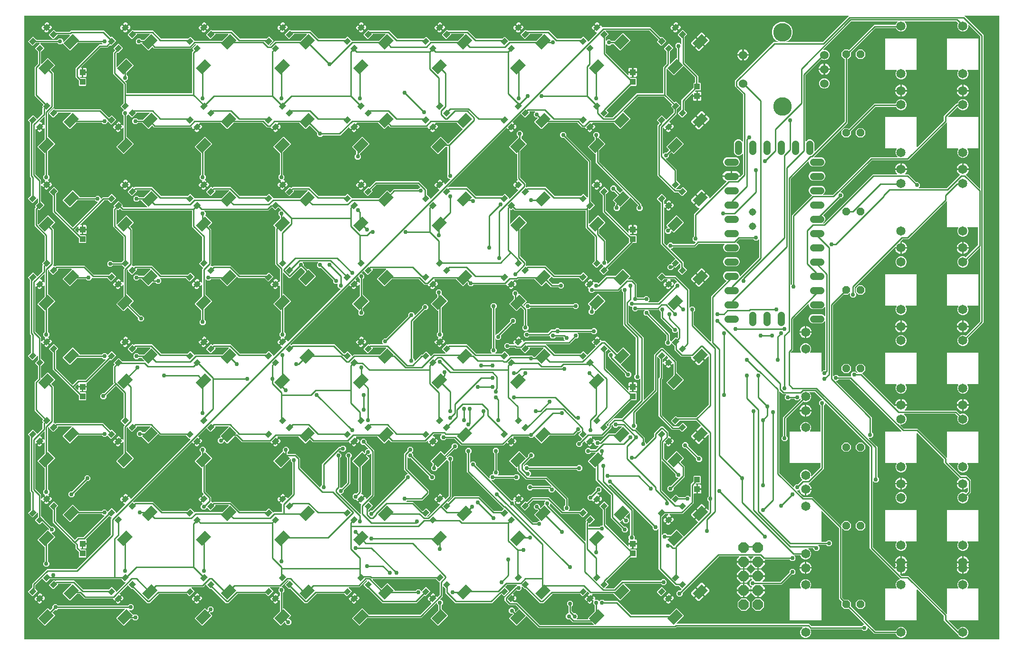
<source format=gbr>
G04 EAGLE Gerber RS-274X export*
G75*
%MOMM*%
%FSLAX34Y34*%
%LPD*%
%INTop Copper*%
%IPPOS*%
%AMOC8*
5,1,8,0,0,1.08239X$1,22.5*%
G01*
%ADD10R,1.000000X1.100000*%
%ADD11C,1.650000*%
%ADD12R,0.850000X1.000000*%
%ADD13P,1.429621X8X22.500000*%
%ADD14R,2.300000X1.600000*%
%ADD15C,1.524000*%
%ADD16C,3.302000*%
%ADD17C,1.308000*%
%ADD18C,1.308000*%
%ADD19P,2.034460X8X112.500000*%
%ADD20C,0.254000*%
%ADD21C,0.756400*%

G36*
X1737434Y1528D02*
X1737434Y1528D01*
X1737453Y1526D01*
X1737555Y1548D01*
X1737657Y1564D01*
X1737674Y1574D01*
X1737694Y1578D01*
X1737783Y1631D01*
X1737874Y1680D01*
X1737888Y1694D01*
X1737905Y1704D01*
X1737972Y1783D01*
X1738044Y1858D01*
X1738052Y1876D01*
X1738065Y1891D01*
X1738104Y1987D01*
X1738147Y2081D01*
X1738149Y2101D01*
X1738157Y2119D01*
X1738175Y2286D01*
X1738175Y1112014D01*
X1738172Y1112034D01*
X1738174Y1112053D01*
X1738152Y1112155D01*
X1738136Y1112257D01*
X1738126Y1112274D01*
X1738122Y1112294D01*
X1738069Y1112383D01*
X1738020Y1112474D01*
X1738006Y1112488D01*
X1737996Y1112505D01*
X1737917Y1112572D01*
X1737842Y1112644D01*
X1737824Y1112652D01*
X1737809Y1112665D01*
X1737713Y1112704D01*
X1737619Y1112747D01*
X1737599Y1112749D01*
X1737581Y1112757D01*
X1737414Y1112775D01*
X1676855Y1112775D01*
X1676784Y1112764D01*
X1676712Y1112762D01*
X1676663Y1112744D01*
X1676612Y1112736D01*
X1676549Y1112702D01*
X1676481Y1112677D01*
X1676441Y1112645D01*
X1676395Y1112620D01*
X1676345Y1112568D01*
X1676289Y1112524D01*
X1676261Y1112480D01*
X1676225Y1112442D01*
X1676195Y1112377D01*
X1676156Y1112317D01*
X1676144Y1112266D01*
X1676122Y1112219D01*
X1676114Y1112148D01*
X1676096Y1112078D01*
X1676100Y1112026D01*
X1676095Y1111975D01*
X1676110Y1111904D01*
X1676115Y1111833D01*
X1676136Y1111785D01*
X1676147Y1111734D01*
X1676184Y1111673D01*
X1676212Y1111607D01*
X1676257Y1111551D01*
X1676273Y1111523D01*
X1676291Y1111508D01*
X1676317Y1111476D01*
X1707815Y1079978D01*
X1709675Y1078118D01*
X1709675Y565770D01*
X1682167Y538262D01*
X1682099Y538168D01*
X1682029Y538074D01*
X1682027Y538068D01*
X1682023Y538063D01*
X1681989Y537952D01*
X1681953Y537840D01*
X1681953Y537833D01*
X1681951Y537828D01*
X1681954Y537711D01*
X1681955Y537594D01*
X1681957Y537587D01*
X1681957Y537582D01*
X1681964Y537564D01*
X1682002Y537433D01*
X1682635Y535904D01*
X1682635Y532016D01*
X1681147Y528423D01*
X1678397Y525673D01*
X1674804Y524185D01*
X1670916Y524185D01*
X1667323Y525673D01*
X1664573Y528423D01*
X1663085Y532016D01*
X1663085Y535904D01*
X1664573Y539497D01*
X1667323Y542247D01*
X1670916Y543735D01*
X1674804Y543735D01*
X1677820Y542485D01*
X1677934Y542459D01*
X1678048Y542430D01*
X1678054Y542431D01*
X1678060Y542429D01*
X1678177Y542440D01*
X1678293Y542449D01*
X1678299Y542452D01*
X1678305Y542452D01*
X1678412Y542500D01*
X1678519Y542546D01*
X1678525Y542550D01*
X1678530Y542552D01*
X1678543Y542565D01*
X1678650Y542650D01*
X1703862Y567863D01*
X1703915Y567937D01*
X1703975Y568006D01*
X1703987Y568036D01*
X1704006Y568062D01*
X1704033Y568149D01*
X1704067Y568234D01*
X1704071Y568275D01*
X1704078Y568297D01*
X1704077Y568330D01*
X1704085Y568401D01*
X1704085Y698551D01*
X1704074Y698622D01*
X1704072Y698694D01*
X1704054Y698743D01*
X1704046Y698794D01*
X1704012Y698857D01*
X1703987Y698925D01*
X1703955Y698965D01*
X1703930Y699011D01*
X1703879Y699061D01*
X1703834Y699117D01*
X1703790Y699145D01*
X1703752Y699181D01*
X1703687Y699211D01*
X1703627Y699250D01*
X1703576Y699262D01*
X1703529Y699284D01*
X1703458Y699292D01*
X1703388Y699310D01*
X1703336Y699306D01*
X1703285Y699311D01*
X1703214Y699296D01*
X1703143Y699291D01*
X1703095Y699270D01*
X1703044Y699259D01*
X1702983Y699222D01*
X1702917Y699194D01*
X1702861Y699149D01*
X1702833Y699133D01*
X1702818Y699115D01*
X1702786Y699089D01*
X1682106Y678409D01*
X1682038Y678314D01*
X1681968Y678221D01*
X1681966Y678215D01*
X1681962Y678210D01*
X1681928Y678098D01*
X1681892Y677987D01*
X1681892Y677981D01*
X1681890Y677975D01*
X1681893Y677858D01*
X1681894Y677741D01*
X1681896Y677734D01*
X1681896Y677729D01*
X1681903Y677711D01*
X1681941Y677580D01*
X1682635Y675904D01*
X1682635Y672016D01*
X1681147Y668423D01*
X1678397Y665673D01*
X1674804Y664185D01*
X1670916Y664185D01*
X1667323Y665673D01*
X1664573Y668423D01*
X1663085Y672016D01*
X1663085Y675904D01*
X1664573Y679497D01*
X1667323Y682247D01*
X1670916Y683735D01*
X1674804Y683735D01*
X1677673Y682546D01*
X1677787Y682520D01*
X1677900Y682491D01*
X1677907Y682492D01*
X1677913Y682490D01*
X1678029Y682501D01*
X1678146Y682510D01*
X1678151Y682513D01*
X1678158Y682513D01*
X1678265Y682561D01*
X1678372Y682607D01*
X1678378Y682611D01*
X1678382Y682613D01*
X1678396Y682626D01*
X1678503Y682711D01*
X1699798Y704007D01*
X1699851Y704081D01*
X1699911Y704150D01*
X1699923Y704180D01*
X1699942Y704206D01*
X1699969Y704293D01*
X1700003Y704378D01*
X1700007Y704419D01*
X1700014Y704441D01*
X1700013Y704474D01*
X1700021Y704545D01*
X1700021Y735198D01*
X1700018Y735218D01*
X1700020Y735237D01*
X1699998Y735339D01*
X1699982Y735441D01*
X1699972Y735458D01*
X1699968Y735478D01*
X1699915Y735567D01*
X1699866Y735658D01*
X1699852Y735672D01*
X1699842Y735689D01*
X1699763Y735756D01*
X1699688Y735828D01*
X1699670Y735836D01*
X1699655Y735849D01*
X1699559Y735888D01*
X1699465Y735931D01*
X1699445Y735933D01*
X1699427Y735941D01*
X1699260Y735959D01*
X1681522Y735959D01*
X1681451Y735948D01*
X1681380Y735946D01*
X1681331Y735928D01*
X1681279Y735920D01*
X1681216Y735886D01*
X1681149Y735861D01*
X1681108Y735829D01*
X1681062Y735804D01*
X1681013Y735753D01*
X1680957Y735708D01*
X1680928Y735664D01*
X1680893Y735626D01*
X1680862Y735561D01*
X1680824Y735501D01*
X1680811Y735450D01*
X1680789Y735403D01*
X1680781Y735332D01*
X1680764Y735262D01*
X1680768Y735210D01*
X1680762Y735159D01*
X1680777Y735088D01*
X1680783Y735017D01*
X1680803Y734969D01*
X1680814Y734918D01*
X1680851Y734857D01*
X1680879Y734791D01*
X1680924Y734735D01*
X1680940Y734707D01*
X1680958Y734692D01*
X1680984Y734660D01*
X1681147Y734497D01*
X1682635Y730904D01*
X1682635Y727016D01*
X1681147Y723423D01*
X1678397Y720673D01*
X1674804Y719185D01*
X1670916Y719185D01*
X1667323Y720673D01*
X1664573Y723423D01*
X1663085Y727016D01*
X1663085Y730904D01*
X1664573Y734497D01*
X1664736Y734660D01*
X1664778Y734718D01*
X1664827Y734770D01*
X1664849Y734817D01*
X1664880Y734859D01*
X1664901Y734928D01*
X1664931Y734993D01*
X1664937Y735045D01*
X1664952Y735095D01*
X1664950Y735166D01*
X1664958Y735237D01*
X1664947Y735288D01*
X1664946Y735340D01*
X1664921Y735408D01*
X1664906Y735478D01*
X1664879Y735523D01*
X1664861Y735571D01*
X1664816Y735627D01*
X1664780Y735689D01*
X1664740Y735723D01*
X1664708Y735763D01*
X1664647Y735802D01*
X1664593Y735849D01*
X1664544Y735868D01*
X1664501Y735896D01*
X1664431Y735914D01*
X1664365Y735941D01*
X1664293Y735949D01*
X1664262Y735957D01*
X1664239Y735955D01*
X1664198Y735959D01*
X1644860Y735959D01*
X1644859Y735960D01*
X1644859Y781565D01*
X1644848Y781636D01*
X1644846Y781708D01*
X1644828Y781757D01*
X1644820Y781808D01*
X1644786Y781871D01*
X1644761Y781939D01*
X1644729Y781979D01*
X1644704Y782025D01*
X1644652Y782075D01*
X1644608Y782131D01*
X1644564Y782159D01*
X1644526Y782195D01*
X1644461Y782225D01*
X1644401Y782264D01*
X1644350Y782276D01*
X1644303Y782298D01*
X1644232Y782306D01*
X1644162Y782324D01*
X1644110Y782320D01*
X1644059Y782325D01*
X1643988Y782310D01*
X1643917Y782305D01*
X1643869Y782284D01*
X1643818Y782273D01*
X1643757Y782236D01*
X1643691Y782208D01*
X1643635Y782163D01*
X1643607Y782147D01*
X1643592Y782129D01*
X1643560Y782103D01*
X1642791Y781334D01*
X1575958Y714501D01*
X1566113Y714501D01*
X1566023Y714487D01*
X1565932Y714479D01*
X1565902Y714467D01*
X1565870Y714462D01*
X1565790Y714419D01*
X1565706Y714383D01*
X1565674Y714357D01*
X1565653Y714346D01*
X1565631Y714323D01*
X1565575Y714278D01*
X1561560Y710263D01*
X1561507Y710189D01*
X1561447Y710120D01*
X1561435Y710090D01*
X1561416Y710064D01*
X1561389Y709977D01*
X1561355Y709892D01*
X1561351Y709851D01*
X1561344Y709829D01*
X1561345Y709796D01*
X1561337Y709725D01*
X1561337Y700483D01*
X1552095Y700483D01*
X1552005Y700468D01*
X1551914Y700461D01*
X1551884Y700449D01*
X1551852Y700443D01*
X1551771Y700401D01*
X1551688Y700365D01*
X1551655Y700339D01*
X1551635Y700328D01*
X1551613Y700305D01*
X1551557Y700260D01*
X1480282Y628985D01*
X1480229Y628911D01*
X1480169Y628842D01*
X1480157Y628812D01*
X1480138Y628786D01*
X1480111Y628699D01*
X1480077Y628614D01*
X1480073Y628573D01*
X1480066Y628551D01*
X1480067Y628518D01*
X1480059Y628447D01*
X1480059Y620721D01*
X1480073Y620631D01*
X1480081Y620540D01*
X1480093Y620511D01*
X1480098Y620479D01*
X1480141Y620398D01*
X1480177Y620314D01*
X1480203Y620282D01*
X1480214Y620261D01*
X1480237Y620239D01*
X1480282Y620183D01*
X1482571Y617894D01*
X1482571Y613498D01*
X1479462Y610389D01*
X1475066Y610389D01*
X1471957Y613498D01*
X1471957Y617424D01*
X1471946Y617494D01*
X1471944Y617566D01*
X1471926Y617615D01*
X1471918Y617666D01*
X1471884Y617730D01*
X1471859Y617797D01*
X1471827Y617838D01*
X1471802Y617884D01*
X1471750Y617933D01*
X1471706Y617989D01*
X1471662Y618017D01*
X1471624Y618053D01*
X1471559Y618083D01*
X1471499Y618122D01*
X1471448Y618135D01*
X1471401Y618157D01*
X1471330Y618165D01*
X1471260Y618182D01*
X1471208Y618178D01*
X1471157Y618184D01*
X1471086Y618169D01*
X1471015Y618163D01*
X1470967Y618143D01*
X1470916Y618132D01*
X1470855Y618095D01*
X1470789Y618067D01*
X1470733Y618022D01*
X1470705Y618005D01*
X1470690Y617988D01*
X1470658Y617962D01*
X1468527Y615831D01*
X1461719Y615831D01*
X1461715Y615834D01*
X1461615Y615859D01*
X1461516Y615890D01*
X1461496Y615889D01*
X1461477Y615894D01*
X1461374Y615886D01*
X1461270Y615883D01*
X1461251Y615876D01*
X1461231Y615875D01*
X1461137Y615834D01*
X1461039Y615799D01*
X1461023Y615786D01*
X1461005Y615778D01*
X1460874Y615674D01*
X1441674Y596473D01*
X1441621Y596399D01*
X1441561Y596330D01*
X1441549Y596300D01*
X1441530Y596274D01*
X1441503Y596187D01*
X1441469Y596102D01*
X1441465Y596061D01*
X1441458Y596039D01*
X1441459Y596006D01*
X1441451Y595935D01*
X1441451Y471369D01*
X1441462Y471299D01*
X1441464Y471227D01*
X1441482Y471178D01*
X1441490Y471127D01*
X1441524Y471063D01*
X1441549Y470996D01*
X1441581Y470955D01*
X1441606Y470909D01*
X1441658Y470860D01*
X1441702Y470804D01*
X1441746Y470776D01*
X1441784Y470740D01*
X1441849Y470710D01*
X1441909Y470671D01*
X1441960Y470658D01*
X1442007Y470636D01*
X1442078Y470628D01*
X1442148Y470611D01*
X1442200Y470615D01*
X1442251Y470609D01*
X1442322Y470624D01*
X1442393Y470630D01*
X1442441Y470650D01*
X1442492Y470661D01*
X1442553Y470698D01*
X1442619Y470726D01*
X1442675Y470771D01*
X1442703Y470788D01*
X1442718Y470805D01*
X1442750Y470831D01*
X1444586Y472667D01*
X1448982Y472667D01*
X1451271Y470378D01*
X1451345Y470325D01*
X1451415Y470265D01*
X1451445Y470253D01*
X1451471Y470234D01*
X1451558Y470207D01*
X1451643Y470173D01*
X1451684Y470169D01*
X1451706Y470162D01*
X1451738Y470163D01*
X1451809Y470155D01*
X1473255Y470155D01*
X1473326Y470166D01*
X1473397Y470168D01*
X1473446Y470186D01*
X1473497Y470194D01*
X1473561Y470228D01*
X1473628Y470253D01*
X1473669Y470285D01*
X1473715Y470310D01*
X1473764Y470362D01*
X1473820Y470407D01*
X1473848Y470450D01*
X1473884Y470488D01*
X1473914Y470553D01*
X1473953Y470614D01*
X1473966Y470664D01*
X1473988Y470711D01*
X1473996Y470783D01*
X1474013Y470852D01*
X1474009Y470904D01*
X1474015Y470955D01*
X1474000Y471026D01*
X1473994Y471097D01*
X1473989Y471108D01*
X1473989Y475654D01*
X1477098Y478763D01*
X1481494Y478763D01*
X1483783Y476474D01*
X1483857Y476421D01*
X1483927Y476361D01*
X1483957Y476349D01*
X1483983Y476330D01*
X1484070Y476303D01*
X1484155Y476269D01*
X1484196Y476265D01*
X1484218Y476258D01*
X1484250Y476259D01*
X1484321Y476251D01*
X1484936Y476251D01*
X1485006Y476262D01*
X1485078Y476264D01*
X1485127Y476282D01*
X1485178Y476290D01*
X1485242Y476324D01*
X1485309Y476349D01*
X1485350Y476381D01*
X1485396Y476406D01*
X1485445Y476458D01*
X1485501Y476502D01*
X1485529Y476546D01*
X1485565Y476584D01*
X1485595Y476649D01*
X1485634Y476709D01*
X1485647Y476760D01*
X1485669Y476807D01*
X1485677Y476878D01*
X1485694Y476948D01*
X1485690Y477000D01*
X1485696Y477051D01*
X1485681Y477122D01*
X1485675Y477193D01*
X1485655Y477241D01*
X1485644Y477292D01*
X1485607Y477353D01*
X1485579Y477419D01*
X1485534Y477475D01*
X1485517Y477503D01*
X1485500Y477518D01*
X1485474Y477550D01*
X1482431Y480593D01*
X1482431Y487327D01*
X1487193Y492089D01*
X1493927Y492089D01*
X1498689Y487327D01*
X1498689Y480593D01*
X1494034Y475939D01*
X1494023Y475922D01*
X1494007Y475910D01*
X1493951Y475823D01*
X1493891Y475739D01*
X1493885Y475720D01*
X1493874Y475703D01*
X1493849Y475603D01*
X1493818Y475504D01*
X1493819Y475484D01*
X1493814Y475465D01*
X1493822Y475362D01*
X1493825Y475258D01*
X1493832Y475239D01*
X1493833Y475219D01*
X1493874Y475124D01*
X1493909Y475027D01*
X1493922Y475011D01*
X1493930Y474993D01*
X1494034Y474862D01*
X1551237Y417660D01*
X1551311Y417607D01*
X1551380Y417547D01*
X1551410Y417535D01*
X1551436Y417516D01*
X1551523Y417489D01*
X1551608Y417455D01*
X1551649Y417451D01*
X1551671Y417444D01*
X1551704Y417445D01*
X1551775Y417437D01*
X1562098Y417437D01*
X1562118Y417440D01*
X1562137Y417438D01*
X1562239Y417460D01*
X1562341Y417477D01*
X1562358Y417486D01*
X1562378Y417490D01*
X1562467Y417543D01*
X1562558Y417592D01*
X1562572Y417606D01*
X1562589Y417616D01*
X1562656Y417695D01*
X1562727Y417770D01*
X1562736Y417788D01*
X1562749Y417803D01*
X1562787Y417899D01*
X1562831Y417993D01*
X1562833Y418013D01*
X1562841Y418031D01*
X1562859Y418198D01*
X1562859Y418961D01*
X1562861Y418961D01*
X1562861Y418198D01*
X1562864Y418178D01*
X1562862Y418159D01*
X1562884Y418057D01*
X1562901Y417955D01*
X1562910Y417938D01*
X1562914Y417918D01*
X1562967Y417829D01*
X1563016Y417738D01*
X1563030Y417724D01*
X1563040Y417707D01*
X1563119Y417640D01*
X1563194Y417569D01*
X1563212Y417560D01*
X1563227Y417547D01*
X1563323Y417508D01*
X1563417Y417465D01*
X1563437Y417463D01*
X1563455Y417455D01*
X1563622Y417437D01*
X1573544Y417437D01*
X1573385Y416433D01*
X1572860Y414818D01*
X1572089Y413305D01*
X1571091Y411930D01*
X1569890Y410729D01*
X1569673Y410572D01*
X1569667Y410566D01*
X1569660Y410562D01*
X1569581Y410479D01*
X1569500Y410397D01*
X1569496Y410390D01*
X1569491Y410384D01*
X1569443Y410280D01*
X1569392Y410176D01*
X1569391Y410168D01*
X1569387Y410161D01*
X1569375Y410047D01*
X1569360Y409932D01*
X1569361Y409924D01*
X1569360Y409917D01*
X1569385Y409804D01*
X1569407Y409691D01*
X1569411Y409684D01*
X1569412Y409676D01*
X1569472Y409577D01*
X1569529Y409477D01*
X1569535Y409472D01*
X1569539Y409465D01*
X1569627Y409390D01*
X1569712Y409313D01*
X1569719Y409310D01*
X1569726Y409305D01*
X1569832Y409262D01*
X1569938Y409217D01*
X1569946Y409216D01*
X1569954Y409213D01*
X1570120Y409195D01*
X1661302Y409195D01*
X1667619Y402878D01*
X1667713Y402810D01*
X1667807Y402740D01*
X1667813Y402738D01*
X1667818Y402734D01*
X1667929Y402700D01*
X1668041Y402664D01*
X1668047Y402664D01*
X1668053Y402662D01*
X1668170Y402665D01*
X1668287Y402666D01*
X1668294Y402668D01*
X1668299Y402668D01*
X1668317Y402675D01*
X1668448Y402713D01*
X1670916Y403735D01*
X1674804Y403735D01*
X1678397Y402247D01*
X1681147Y399497D01*
X1682635Y395904D01*
X1682635Y392016D01*
X1681147Y388423D01*
X1678397Y385673D01*
X1674804Y384185D01*
X1670916Y384185D01*
X1667323Y385673D01*
X1664573Y388423D01*
X1663085Y392016D01*
X1663085Y395904D01*
X1663946Y397981D01*
X1663972Y398095D01*
X1664001Y398209D01*
X1664000Y398215D01*
X1664002Y398221D01*
X1663991Y398337D01*
X1663982Y398454D01*
X1663979Y398459D01*
X1663979Y398466D01*
X1663931Y398573D01*
X1663885Y398680D01*
X1663881Y398686D01*
X1663879Y398690D01*
X1663866Y398704D01*
X1663781Y398811D01*
X1659209Y403382D01*
X1659135Y403435D01*
X1659066Y403495D01*
X1659036Y403507D01*
X1659010Y403526D01*
X1658923Y403553D01*
X1658838Y403587D01*
X1658797Y403591D01*
X1658775Y403598D01*
X1658742Y403597D01*
X1658671Y403605D01*
X1568876Y403605D01*
X1568805Y403594D01*
X1568734Y403592D01*
X1568685Y403574D01*
X1568633Y403566D01*
X1568570Y403532D01*
X1568503Y403507D01*
X1568462Y403475D01*
X1568416Y403450D01*
X1568367Y403398D01*
X1568311Y403354D01*
X1568282Y403310D01*
X1568247Y403272D01*
X1568216Y403207D01*
X1568178Y403147D01*
X1568165Y403096D01*
X1568143Y403049D01*
X1568135Y402978D01*
X1568118Y402908D01*
X1568122Y402856D01*
X1568116Y402805D01*
X1568131Y402734D01*
X1568137Y402663D01*
X1568157Y402615D01*
X1568168Y402564D01*
X1568205Y402503D01*
X1568233Y402437D01*
X1568278Y402381D01*
X1568294Y402353D01*
X1568312Y402338D01*
X1568338Y402306D01*
X1571147Y399497D01*
X1572635Y395904D01*
X1572635Y392016D01*
X1571147Y388423D01*
X1568397Y385673D01*
X1564804Y384185D01*
X1562165Y384185D01*
X1562094Y384174D01*
X1562022Y384172D01*
X1561973Y384154D01*
X1561922Y384146D01*
X1561859Y384112D01*
X1561791Y384087D01*
X1561751Y384055D01*
X1561705Y384030D01*
X1561655Y383978D01*
X1561599Y383934D01*
X1561571Y383890D01*
X1561535Y383852D01*
X1561505Y383787D01*
X1561466Y383727D01*
X1561454Y383676D01*
X1561432Y383629D01*
X1561424Y383558D01*
X1561406Y383488D01*
X1561410Y383436D01*
X1561405Y383385D01*
X1561420Y383314D01*
X1561425Y383243D01*
X1561446Y383195D01*
X1561457Y383144D01*
X1561494Y383083D01*
X1561522Y383017D01*
X1561567Y382961D01*
X1561583Y382933D01*
X1561601Y382918D01*
X1561627Y382886D01*
X1567607Y376906D01*
X1567681Y376853D01*
X1567750Y376793D01*
X1567780Y376781D01*
X1567806Y376762D01*
X1567893Y376735D01*
X1567978Y376701D01*
X1568019Y376697D01*
X1568041Y376690D01*
X1568074Y376691D01*
X1568145Y376683D01*
X1592214Y376683D01*
X1642791Y326106D01*
X1643560Y325337D01*
X1643618Y325295D01*
X1643670Y325245D01*
X1643717Y325223D01*
X1643759Y325193D01*
X1643828Y325172D01*
X1643893Y325142D01*
X1643945Y325136D01*
X1643995Y325121D01*
X1644066Y325123D01*
X1644137Y325115D01*
X1644188Y325126D01*
X1644240Y325127D01*
X1644308Y325152D01*
X1644378Y325167D01*
X1644423Y325194D01*
X1644471Y325212D01*
X1644527Y325256D01*
X1644589Y325293D01*
X1644623Y325333D01*
X1644663Y325365D01*
X1644702Y325426D01*
X1644749Y325480D01*
X1644768Y325528D01*
X1644796Y325572D01*
X1644814Y325642D01*
X1644841Y325708D01*
X1644849Y325779D01*
X1644857Y325811D01*
X1644855Y325834D01*
X1644859Y325875D01*
X1644859Y371960D01*
X1644860Y371961D01*
X1700860Y371961D01*
X1700861Y371960D01*
X1700861Y315960D01*
X1700860Y315959D01*
X1681522Y315959D01*
X1681451Y315948D01*
X1681380Y315946D01*
X1681331Y315928D01*
X1681279Y315920D01*
X1681216Y315886D01*
X1681149Y315861D01*
X1681108Y315829D01*
X1681062Y315804D01*
X1681013Y315753D01*
X1680957Y315708D01*
X1680928Y315664D01*
X1680893Y315626D01*
X1680862Y315561D01*
X1680824Y315501D01*
X1680811Y315450D01*
X1680789Y315403D01*
X1680781Y315332D01*
X1680764Y315262D01*
X1680768Y315210D01*
X1680762Y315159D01*
X1680777Y315088D01*
X1680783Y315017D01*
X1680803Y314969D01*
X1680814Y314918D01*
X1680851Y314857D01*
X1680879Y314791D01*
X1680924Y314735D01*
X1680940Y314707D01*
X1680958Y314692D01*
X1680984Y314660D01*
X1681147Y314497D01*
X1682635Y310904D01*
X1682635Y307016D01*
X1681147Y303423D01*
X1678397Y300673D01*
X1674804Y299185D01*
X1670916Y299185D01*
X1667323Y300673D01*
X1664573Y303423D01*
X1663085Y307016D01*
X1663085Y310904D01*
X1664573Y314497D01*
X1664736Y314660D01*
X1664778Y314718D01*
X1664827Y314770D01*
X1664849Y314817D01*
X1664880Y314859D01*
X1664901Y314928D01*
X1664931Y314993D01*
X1664937Y315045D01*
X1664952Y315095D01*
X1664950Y315166D01*
X1664958Y315237D01*
X1664947Y315288D01*
X1664946Y315340D01*
X1664921Y315408D01*
X1664906Y315478D01*
X1664879Y315523D01*
X1664861Y315571D01*
X1664816Y315627D01*
X1664780Y315689D01*
X1664740Y315723D01*
X1664708Y315763D01*
X1664647Y315802D01*
X1664593Y315849D01*
X1664544Y315868D01*
X1664501Y315896D01*
X1664431Y315914D01*
X1664365Y315941D01*
X1664293Y315949D01*
X1664262Y315957D01*
X1664239Y315955D01*
X1664198Y315959D01*
X1648679Y315959D01*
X1648608Y315948D01*
X1648536Y315946D01*
X1648487Y315928D01*
X1648436Y315920D01*
X1648373Y315886D01*
X1648305Y315861D01*
X1648265Y315829D01*
X1648219Y315804D01*
X1648169Y315752D01*
X1648113Y315708D01*
X1648085Y315664D01*
X1648049Y315626D01*
X1648019Y315561D01*
X1647980Y315501D01*
X1647968Y315450D01*
X1647946Y315403D01*
X1647938Y315332D01*
X1647920Y315262D01*
X1647924Y315210D01*
X1647919Y315159D01*
X1647934Y315088D01*
X1647939Y315017D01*
X1647960Y314969D01*
X1647971Y314918D01*
X1648008Y314857D01*
X1648036Y314791D01*
X1648081Y314735D01*
X1648097Y314707D01*
X1648115Y314692D01*
X1648141Y314660D01*
X1669207Y293594D01*
X1669281Y293541D01*
X1669350Y293481D01*
X1669380Y293469D01*
X1669406Y293450D01*
X1669493Y293423D01*
X1669578Y293389D01*
X1669619Y293385D01*
X1669641Y293378D01*
X1669674Y293379D01*
X1669745Y293371D01*
X1679590Y293371D01*
X1687323Y285638D01*
X1687323Y263002D01*
X1682289Y257968D01*
X1682221Y257874D01*
X1682151Y257780D01*
X1682149Y257774D01*
X1682145Y257768D01*
X1682111Y257657D01*
X1682074Y257546D01*
X1682074Y257539D01*
X1682073Y257533D01*
X1682076Y257417D01*
X1682077Y257300D01*
X1682079Y257292D01*
X1682079Y257287D01*
X1682085Y257270D01*
X1682123Y257139D01*
X1682635Y255904D01*
X1682635Y252016D01*
X1681147Y248423D01*
X1678397Y245673D01*
X1674804Y244185D01*
X1670916Y244185D01*
X1667323Y245673D01*
X1664573Y248423D01*
X1663085Y252016D01*
X1663085Y255904D01*
X1664573Y259497D01*
X1667323Y262247D01*
X1670916Y263735D01*
X1674804Y263735D01*
X1678115Y262364D01*
X1678228Y262337D01*
X1678342Y262308D01*
X1678348Y262309D01*
X1678354Y262307D01*
X1678471Y262318D01*
X1678587Y262327D01*
X1678593Y262330D01*
X1678599Y262330D01*
X1678706Y262378D01*
X1678813Y262424D01*
X1678819Y262428D01*
X1678824Y262430D01*
X1678837Y262443D01*
X1678944Y262529D01*
X1681510Y265095D01*
X1681563Y265169D01*
X1681623Y265238D01*
X1681635Y265268D01*
X1681654Y265294D01*
X1681681Y265382D01*
X1681715Y265466D01*
X1681719Y265507D01*
X1681726Y265529D01*
X1681725Y265562D01*
X1681733Y265633D01*
X1681733Y270735D01*
X1681722Y270806D01*
X1681720Y270878D01*
X1681702Y270926D01*
X1681694Y270978D01*
X1681660Y271041D01*
X1681635Y271109D01*
X1681603Y271149D01*
X1681578Y271195D01*
X1681526Y271245D01*
X1681482Y271301D01*
X1681438Y271329D01*
X1681400Y271365D01*
X1681335Y271395D01*
X1681275Y271434D01*
X1681224Y271446D01*
X1681177Y271468D01*
X1681106Y271476D01*
X1681036Y271494D01*
X1680984Y271490D01*
X1680933Y271495D01*
X1680862Y271480D01*
X1680791Y271474D01*
X1680743Y271454D01*
X1680692Y271443D01*
X1680631Y271406D01*
X1680565Y271378D01*
X1680509Y271333D01*
X1680481Y271317D01*
X1680466Y271299D01*
X1680434Y271273D01*
X1679890Y270729D01*
X1678515Y269731D01*
X1677002Y268960D01*
X1675387Y268435D01*
X1674383Y268276D01*
X1674383Y278198D01*
X1674380Y278218D01*
X1674382Y278237D01*
X1674360Y278339D01*
X1674343Y278441D01*
X1674334Y278458D01*
X1674330Y278478D01*
X1674277Y278567D01*
X1674228Y278658D01*
X1674214Y278672D01*
X1674204Y278689D01*
X1674125Y278756D01*
X1674050Y278827D01*
X1674032Y278836D01*
X1674017Y278849D01*
X1673921Y278887D01*
X1673827Y278931D01*
X1673807Y278933D01*
X1673789Y278941D01*
X1673622Y278959D01*
X1672859Y278959D01*
X1672859Y279722D01*
X1672856Y279742D01*
X1672858Y279761D01*
X1672836Y279862D01*
X1672819Y279965D01*
X1672810Y279982D01*
X1672806Y280002D01*
X1672753Y280091D01*
X1672704Y280182D01*
X1672690Y280196D01*
X1672680Y280213D01*
X1672601Y280280D01*
X1672526Y280351D01*
X1672508Y280360D01*
X1672493Y280373D01*
X1672397Y280412D01*
X1672303Y280455D01*
X1672283Y280457D01*
X1672265Y280465D01*
X1672098Y280483D01*
X1662176Y280483D01*
X1662335Y281487D01*
X1662860Y283102D01*
X1663631Y284615D01*
X1664629Y285990D01*
X1665830Y287191D01*
X1666195Y287456D01*
X1666251Y287512D01*
X1666313Y287562D01*
X1666337Y287599D01*
X1666368Y287630D01*
X1666403Y287702D01*
X1666446Y287769D01*
X1666457Y287812D01*
X1666476Y287851D01*
X1666487Y287930D01*
X1666506Y288007D01*
X1666503Y288051D01*
X1666508Y288095D01*
X1666493Y288173D01*
X1666487Y288253D01*
X1666470Y288293D01*
X1666461Y288337D01*
X1666422Y288406D01*
X1666391Y288479D01*
X1666354Y288525D01*
X1666339Y288550D01*
X1666319Y288569D01*
X1666286Y288610D01*
X1639061Y315834D01*
X1639061Y321615D01*
X1639047Y321705D01*
X1639039Y321796D01*
X1639027Y321826D01*
X1639022Y321858D01*
X1638979Y321938D01*
X1638943Y322022D01*
X1638917Y322054D01*
X1638906Y322075D01*
X1638883Y322097D01*
X1638838Y322153D01*
X1592160Y368831D01*
X1592102Y368873D01*
X1592050Y368923D01*
X1592003Y368945D01*
X1591961Y368975D01*
X1591892Y368996D01*
X1591827Y369026D01*
X1591775Y369032D01*
X1591725Y369047D01*
X1591654Y369045D01*
X1591583Y369053D01*
X1591532Y369042D01*
X1591480Y369041D01*
X1591412Y369016D01*
X1591342Y369001D01*
X1591297Y368974D01*
X1591249Y368956D01*
X1591193Y368912D01*
X1591131Y368875D01*
X1591097Y368835D01*
X1591057Y368803D01*
X1591018Y368742D01*
X1590971Y368688D01*
X1590952Y368640D01*
X1590924Y368596D01*
X1590906Y368526D01*
X1590879Y368460D01*
X1590871Y368388D01*
X1590863Y368357D01*
X1590865Y368334D01*
X1590861Y368293D01*
X1590861Y315960D01*
X1590860Y315959D01*
X1571522Y315959D01*
X1571451Y315948D01*
X1571380Y315946D01*
X1571331Y315928D01*
X1571279Y315920D01*
X1571216Y315886D01*
X1571149Y315861D01*
X1571108Y315829D01*
X1571062Y315804D01*
X1571013Y315753D01*
X1570957Y315708D01*
X1570928Y315664D01*
X1570893Y315626D01*
X1570862Y315561D01*
X1570824Y315501D01*
X1570811Y315450D01*
X1570789Y315403D01*
X1570781Y315332D01*
X1570764Y315262D01*
X1570768Y315210D01*
X1570762Y315159D01*
X1570777Y315088D01*
X1570783Y315017D01*
X1570803Y314969D01*
X1570814Y314918D01*
X1570851Y314857D01*
X1570879Y314791D01*
X1570924Y314735D01*
X1570940Y314707D01*
X1570958Y314692D01*
X1570984Y314660D01*
X1571147Y314497D01*
X1572635Y310904D01*
X1572635Y307016D01*
X1571147Y303423D01*
X1568397Y300673D01*
X1564804Y299185D01*
X1560916Y299185D01*
X1557323Y300673D01*
X1554573Y303423D01*
X1553085Y307016D01*
X1553085Y310904D01*
X1554573Y314497D01*
X1554736Y314660D01*
X1554778Y314718D01*
X1554827Y314770D01*
X1554849Y314817D01*
X1554880Y314859D01*
X1554901Y314928D01*
X1554931Y314993D01*
X1554937Y315045D01*
X1554952Y315095D01*
X1554950Y315166D01*
X1554958Y315237D01*
X1554947Y315288D01*
X1554946Y315340D01*
X1554921Y315408D01*
X1554906Y315478D01*
X1554879Y315523D01*
X1554861Y315571D01*
X1554816Y315627D01*
X1554780Y315689D01*
X1554740Y315723D01*
X1554708Y315763D01*
X1554647Y315802D01*
X1554593Y315849D01*
X1554544Y315868D01*
X1554501Y315896D01*
X1554431Y315914D01*
X1554365Y315941D01*
X1554293Y315949D01*
X1554262Y315957D01*
X1554239Y315955D01*
X1554198Y315959D01*
X1534860Y315959D01*
X1534859Y315960D01*
X1534859Y371960D01*
X1534860Y371961D01*
X1562809Y371961D01*
X1562880Y371972D01*
X1562952Y371974D01*
X1563001Y371992D01*
X1563052Y372000D01*
X1563115Y372034D01*
X1563183Y372059D01*
X1563223Y372091D01*
X1563269Y372116D01*
X1563319Y372168D01*
X1563375Y372212D01*
X1563403Y372256D01*
X1563439Y372294D01*
X1563469Y372359D01*
X1563508Y372419D01*
X1563520Y372470D01*
X1563542Y372517D01*
X1563550Y372588D01*
X1563568Y372658D01*
X1563564Y372710D01*
X1563569Y372761D01*
X1563554Y372832D01*
X1563549Y372903D01*
X1563528Y372951D01*
X1563517Y373002D01*
X1563480Y373063D01*
X1563452Y373129D01*
X1563407Y373185D01*
X1563391Y373213D01*
X1563373Y373228D01*
X1563347Y373260D01*
X1472265Y464342D01*
X1472191Y464395D01*
X1472122Y464455D01*
X1472092Y464467D01*
X1472066Y464486D01*
X1471979Y464513D01*
X1471894Y464547D01*
X1471853Y464551D01*
X1471831Y464558D01*
X1471798Y464557D01*
X1471727Y464565D01*
X1451809Y464565D01*
X1451719Y464551D01*
X1451628Y464543D01*
X1451599Y464531D01*
X1451567Y464526D01*
X1451486Y464483D01*
X1451402Y464447D01*
X1451370Y464421D01*
X1451349Y464410D01*
X1451327Y464387D01*
X1451271Y464342D01*
X1448982Y462053D01*
X1447721Y462053D01*
X1447650Y462042D01*
X1447578Y462040D01*
X1447529Y462022D01*
X1447478Y462014D01*
X1447415Y461980D01*
X1447347Y461955D01*
X1447307Y461923D01*
X1447261Y461898D01*
X1447211Y461846D01*
X1447155Y461802D01*
X1447127Y461758D01*
X1447091Y461720D01*
X1447061Y461655D01*
X1447022Y461595D01*
X1447010Y461544D01*
X1446988Y461497D01*
X1446980Y461426D01*
X1446962Y461356D01*
X1446966Y461304D01*
X1446961Y461253D01*
X1446976Y461182D01*
X1446981Y461111D01*
X1447002Y461063D01*
X1447013Y461012D01*
X1447050Y460951D01*
X1447078Y460885D01*
X1447123Y460829D01*
X1447139Y460801D01*
X1447157Y460786D01*
X1447183Y460754D01*
X1510539Y397398D01*
X1510539Y370785D01*
X1510553Y370695D01*
X1510561Y370604D01*
X1510573Y370575D01*
X1510578Y370543D01*
X1510621Y370462D01*
X1510657Y370378D01*
X1510683Y370346D01*
X1510694Y370325D01*
X1510717Y370303D01*
X1510762Y370247D01*
X1513051Y367958D01*
X1513051Y363562D01*
X1509942Y360453D01*
X1506649Y360453D01*
X1506578Y360442D01*
X1506506Y360440D01*
X1506457Y360422D01*
X1506406Y360414D01*
X1506343Y360380D01*
X1506275Y360355D01*
X1506235Y360323D01*
X1506189Y360298D01*
X1506139Y360246D01*
X1506083Y360202D01*
X1506055Y360158D01*
X1506019Y360120D01*
X1505989Y360055D01*
X1505950Y359995D01*
X1505938Y359944D01*
X1505916Y359897D01*
X1505908Y359826D01*
X1505890Y359756D01*
X1505894Y359704D01*
X1505889Y359653D01*
X1505904Y359582D01*
X1505909Y359511D01*
X1505930Y359463D01*
X1505941Y359412D01*
X1505978Y359351D01*
X1506006Y359285D01*
X1506051Y359229D01*
X1506067Y359201D01*
X1506085Y359186D01*
X1506111Y359154D01*
X1518839Y346426D01*
X1520699Y344566D01*
X1520699Y291537D01*
X1520700Y291527D01*
X1520700Y291522D01*
X1520706Y291492D01*
X1520713Y291447D01*
X1520721Y291356D01*
X1520733Y291327D01*
X1520738Y291295D01*
X1520781Y291214D01*
X1520817Y291130D01*
X1520843Y291098D01*
X1520854Y291077D01*
X1520877Y291055D01*
X1520922Y290999D01*
X1523211Y288710D01*
X1523211Y284314D01*
X1520102Y281205D01*
X1515706Y281205D01*
X1513870Y283041D01*
X1513812Y283083D01*
X1513760Y283132D01*
X1513713Y283154D01*
X1513671Y283184D01*
X1513602Y283206D01*
X1513537Y283236D01*
X1513485Y283241D01*
X1513435Y283257D01*
X1513364Y283255D01*
X1513293Y283263D01*
X1513242Y283252D01*
X1513190Y283250D01*
X1513122Y283226D01*
X1513052Y283211D01*
X1513007Y283184D01*
X1512959Y283166D01*
X1512903Y283121D01*
X1512841Y283084D01*
X1512807Y283045D01*
X1512767Y283012D01*
X1512728Y282952D01*
X1512681Y282897D01*
X1512662Y282849D01*
X1512634Y282805D01*
X1512616Y282736D01*
X1512589Y282669D01*
X1512581Y282598D01*
X1512573Y282567D01*
X1512575Y282544D01*
X1512571Y282503D01*
X1512571Y166065D01*
X1512585Y165975D01*
X1512593Y165884D01*
X1512605Y165854D01*
X1512610Y165822D01*
X1512653Y165742D01*
X1512689Y165658D01*
X1512715Y165626D01*
X1512726Y165605D01*
X1512749Y165583D01*
X1512794Y165527D01*
X1550770Y127551D01*
X1550828Y127509D01*
X1550880Y127459D01*
X1550927Y127437D01*
X1550969Y127407D01*
X1551038Y127386D01*
X1551103Y127356D01*
X1551155Y127350D01*
X1551205Y127335D01*
X1551276Y127337D01*
X1551347Y127329D01*
X1551398Y127340D01*
X1551450Y127341D01*
X1551518Y127366D01*
X1551588Y127381D01*
X1551633Y127408D01*
X1551681Y127426D01*
X1551696Y127437D01*
X1558599Y127437D01*
X1558603Y127437D01*
X1558607Y127437D01*
X1558726Y127457D01*
X1558842Y127477D01*
X1558845Y127478D01*
X1558849Y127479D01*
X1558955Y127537D01*
X1559059Y127592D01*
X1559062Y127594D01*
X1559066Y127596D01*
X1559147Y127684D01*
X1559229Y127770D01*
X1559230Y127774D01*
X1559233Y127777D01*
X1559282Y127884D01*
X1559332Y127993D01*
X1559333Y127997D01*
X1559334Y128001D01*
X1559346Y128119D01*
X1559359Y128237D01*
X1559358Y128241D01*
X1559359Y128245D01*
X1559332Y128361D01*
X1559307Y128478D01*
X1559305Y128481D01*
X1559304Y128485D01*
X1559242Y128587D01*
X1559181Y128689D01*
X1559178Y128692D01*
X1559176Y128695D01*
X1559084Y128772D01*
X1558994Y128849D01*
X1558990Y128850D01*
X1558987Y128853D01*
X1558834Y128922D01*
X1558718Y128960D01*
X1557205Y129731D01*
X1556369Y130338D01*
X1556341Y130352D01*
X1556317Y130373D01*
X1556231Y130407D01*
X1556149Y130448D01*
X1556118Y130453D01*
X1556088Y130465D01*
X1555922Y130483D01*
X1552176Y130483D01*
X1552335Y131487D01*
X1552860Y133102D01*
X1553121Y133614D01*
X1553129Y133641D01*
X1553144Y133665D01*
X1553167Y133758D01*
X1553196Y133849D01*
X1553195Y133877D01*
X1553202Y133904D01*
X1553193Y133999D01*
X1553192Y134095D01*
X1553183Y134121D01*
X1553180Y134149D01*
X1553142Y134250D01*
X1553139Y134262D01*
X1553134Y134271D01*
X1553121Y134306D01*
X1552860Y134818D01*
X1552335Y136433D01*
X1552176Y137437D01*
X1555922Y137437D01*
X1555953Y137442D01*
X1555985Y137439D01*
X1556074Y137462D01*
X1556164Y137477D01*
X1556192Y137491D01*
X1556223Y137499D01*
X1556369Y137582D01*
X1557204Y138189D01*
X1558718Y138960D01*
X1558834Y138998D01*
X1558838Y139000D01*
X1558842Y139000D01*
X1558945Y139055D01*
X1559053Y139111D01*
X1559056Y139114D01*
X1559059Y139116D01*
X1559140Y139201D01*
X1559224Y139287D01*
X1559226Y139291D01*
X1559228Y139294D01*
X1559278Y139402D01*
X1559330Y139509D01*
X1559330Y139513D01*
X1559332Y139517D01*
X1559345Y139635D01*
X1559360Y139753D01*
X1559359Y139757D01*
X1559359Y139761D01*
X1559334Y139878D01*
X1559310Y139994D01*
X1559308Y139998D01*
X1559307Y140002D01*
X1559246Y140104D01*
X1559186Y140207D01*
X1559183Y140209D01*
X1559181Y140213D01*
X1559090Y140291D01*
X1559001Y140369D01*
X1558997Y140370D01*
X1558994Y140373D01*
X1558882Y140418D01*
X1558773Y140463D01*
X1558769Y140463D01*
X1558766Y140465D01*
X1558599Y140483D01*
X1552176Y140483D01*
X1552335Y141487D01*
X1552860Y143102D01*
X1553631Y144615D01*
X1554629Y145990D01*
X1555830Y147191D01*
X1557205Y148189D01*
X1558718Y148960D01*
X1560333Y149485D01*
X1561337Y149644D01*
X1561337Y139722D01*
X1561340Y139702D01*
X1561338Y139683D01*
X1561360Y139581D01*
X1561377Y139479D01*
X1561386Y139462D01*
X1561390Y139442D01*
X1561443Y139353D01*
X1561492Y139262D01*
X1561506Y139248D01*
X1561516Y139231D01*
X1561595Y139164D01*
X1561670Y139093D01*
X1561688Y139084D01*
X1561703Y139071D01*
X1561799Y139033D01*
X1561893Y138989D01*
X1561913Y138987D01*
X1561931Y138979D01*
X1562098Y138961D01*
X1563622Y138961D01*
X1563642Y138964D01*
X1563661Y138962D01*
X1563763Y138984D01*
X1563865Y139001D01*
X1563882Y139010D01*
X1563902Y139014D01*
X1563991Y139067D01*
X1564082Y139116D01*
X1564096Y139130D01*
X1564113Y139140D01*
X1564180Y139219D01*
X1564251Y139294D01*
X1564260Y139312D01*
X1564273Y139327D01*
X1564312Y139423D01*
X1564355Y139517D01*
X1564357Y139537D01*
X1564365Y139555D01*
X1564383Y139722D01*
X1564383Y149644D01*
X1565387Y149485D01*
X1567002Y148960D01*
X1568515Y148189D01*
X1569890Y147191D01*
X1571091Y145990D01*
X1572089Y144615D01*
X1572860Y143102D01*
X1573385Y141487D01*
X1573544Y140483D01*
X1567121Y140483D01*
X1567117Y140483D01*
X1567113Y140483D01*
X1566995Y140462D01*
X1566878Y140443D01*
X1566875Y140442D01*
X1566871Y140441D01*
X1566765Y140383D01*
X1566661Y140328D01*
X1566658Y140326D01*
X1566655Y140324D01*
X1566573Y140236D01*
X1566492Y140150D01*
X1566490Y140146D01*
X1566487Y140143D01*
X1566438Y140034D01*
X1566388Y139927D01*
X1566387Y139923D01*
X1566386Y139919D01*
X1566374Y139799D01*
X1566361Y139682D01*
X1566362Y139679D01*
X1566361Y139675D01*
X1566388Y139556D01*
X1566413Y139442D01*
X1566415Y139439D01*
X1566416Y139435D01*
X1566478Y139333D01*
X1566539Y139231D01*
X1566542Y139228D01*
X1566544Y139225D01*
X1566636Y139148D01*
X1566726Y139071D01*
X1566730Y139070D01*
X1566733Y139067D01*
X1566886Y138998D01*
X1567002Y138960D01*
X1568516Y138189D01*
X1569351Y137582D01*
X1569379Y137568D01*
X1569403Y137547D01*
X1569489Y137513D01*
X1569571Y137472D01*
X1569602Y137467D01*
X1569632Y137455D01*
X1569798Y137437D01*
X1573544Y137437D01*
X1573385Y136433D01*
X1572860Y134818D01*
X1572599Y134306D01*
X1572591Y134279D01*
X1572576Y134255D01*
X1572564Y134204D01*
X1572556Y134187D01*
X1572553Y134160D01*
X1572524Y134071D01*
X1572525Y134043D01*
X1572518Y134016D01*
X1572527Y133921D01*
X1572528Y133825D01*
X1572538Y133799D01*
X1572540Y133771D01*
X1572599Y133614D01*
X1572860Y133102D01*
X1573385Y131487D01*
X1573544Y130483D01*
X1569798Y130483D01*
X1569767Y130478D01*
X1569735Y130481D01*
X1569646Y130458D01*
X1569556Y130443D01*
X1569527Y130429D01*
X1569497Y130421D01*
X1569351Y130338D01*
X1568515Y129731D01*
X1567002Y128960D01*
X1566886Y128922D01*
X1566882Y128920D01*
X1566878Y128920D01*
X1566775Y128865D01*
X1566667Y128809D01*
X1566664Y128806D01*
X1566661Y128804D01*
X1566580Y128719D01*
X1566496Y128633D01*
X1566494Y128629D01*
X1566491Y128626D01*
X1566441Y128518D01*
X1566390Y128411D01*
X1566390Y128407D01*
X1566388Y128403D01*
X1566375Y128285D01*
X1566360Y128167D01*
X1566361Y128163D01*
X1566361Y128159D01*
X1566386Y128042D01*
X1566410Y127926D01*
X1566412Y127922D01*
X1566413Y127918D01*
X1566474Y127816D01*
X1566534Y127713D01*
X1566537Y127710D01*
X1566539Y127707D01*
X1566630Y127629D01*
X1566719Y127551D01*
X1566723Y127550D01*
X1566726Y127547D01*
X1566838Y127502D01*
X1566946Y127457D01*
X1566950Y127457D01*
X1566954Y127455D01*
X1567121Y127437D01*
X1573544Y127437D01*
X1573385Y126433D01*
X1572860Y124818D01*
X1572089Y123305D01*
X1571091Y121930D01*
X1569890Y120729D01*
X1568515Y119731D01*
X1567002Y118960D01*
X1565387Y118435D01*
X1564383Y118276D01*
X1564383Y128198D01*
X1564380Y128218D01*
X1564382Y128237D01*
X1564360Y128339D01*
X1564343Y128441D01*
X1564334Y128458D01*
X1564330Y128478D01*
X1564277Y128567D01*
X1564228Y128658D01*
X1564214Y128672D01*
X1564204Y128689D01*
X1564125Y128756D01*
X1564050Y128827D01*
X1564032Y128836D01*
X1564017Y128849D01*
X1563921Y128887D01*
X1563827Y128931D01*
X1563807Y128933D01*
X1563789Y128941D01*
X1563622Y128959D01*
X1562098Y128959D01*
X1562078Y128956D01*
X1562059Y128958D01*
X1561957Y128936D01*
X1561855Y128919D01*
X1561838Y128910D01*
X1561818Y128906D01*
X1561729Y128853D01*
X1561638Y128804D01*
X1561624Y128790D01*
X1561607Y128780D01*
X1561540Y128701D01*
X1561469Y128626D01*
X1561460Y128608D01*
X1561447Y128593D01*
X1561408Y128496D01*
X1561365Y128403D01*
X1561363Y128383D01*
X1561355Y128365D01*
X1561337Y128198D01*
X1561337Y117787D01*
X1561329Y117771D01*
X1561290Y117711D01*
X1561278Y117660D01*
X1561256Y117613D01*
X1561248Y117542D01*
X1561230Y117472D01*
X1561234Y117420D01*
X1561229Y117369D01*
X1561244Y117298D01*
X1561249Y117227D01*
X1561270Y117179D01*
X1561281Y117128D01*
X1561318Y117067D01*
X1561346Y117001D01*
X1561391Y116945D01*
X1561407Y116917D01*
X1561425Y116902D01*
X1561451Y116870D01*
X1563543Y114778D01*
X1563617Y114725D01*
X1563686Y114665D01*
X1563716Y114653D01*
X1563742Y114634D01*
X1563830Y114607D01*
X1563914Y114573D01*
X1563955Y114569D01*
X1563977Y114562D01*
X1564010Y114563D01*
X1564081Y114555D01*
X1575958Y114555D01*
X1642791Y47722D01*
X1643560Y46953D01*
X1643618Y46911D01*
X1643670Y46861D01*
X1643717Y46839D01*
X1643759Y46809D01*
X1643828Y46788D01*
X1643893Y46758D01*
X1643945Y46752D01*
X1643995Y46737D01*
X1644066Y46739D01*
X1644137Y46731D01*
X1644188Y46742D01*
X1644240Y46743D01*
X1644308Y46768D01*
X1644378Y46783D01*
X1644423Y46810D01*
X1644471Y46828D01*
X1644527Y46872D01*
X1644589Y46909D01*
X1644623Y46949D01*
X1644663Y46981D01*
X1644702Y47042D01*
X1644749Y47096D01*
X1644768Y47144D01*
X1644796Y47188D01*
X1644814Y47258D01*
X1644841Y47324D01*
X1644849Y47395D01*
X1644857Y47427D01*
X1644855Y47450D01*
X1644859Y47491D01*
X1644859Y91960D01*
X1644860Y91961D01*
X1664198Y91961D01*
X1664269Y91972D01*
X1664340Y91974D01*
X1664389Y91992D01*
X1664441Y92000D01*
X1664504Y92034D01*
X1664571Y92059D01*
X1664612Y92091D01*
X1664658Y92116D01*
X1664707Y92167D01*
X1664763Y92212D01*
X1664792Y92256D01*
X1664827Y92294D01*
X1664858Y92359D01*
X1664896Y92419D01*
X1664909Y92470D01*
X1664931Y92517D01*
X1664939Y92588D01*
X1664956Y92658D01*
X1664952Y92710D01*
X1664958Y92761D01*
X1664943Y92832D01*
X1664937Y92903D01*
X1664917Y92951D01*
X1664906Y93002D01*
X1664869Y93063D01*
X1664841Y93129D01*
X1664796Y93185D01*
X1664780Y93213D01*
X1664762Y93228D01*
X1664736Y93260D01*
X1664573Y93423D01*
X1663085Y97016D01*
X1663085Y100904D01*
X1664573Y104497D01*
X1667323Y107247D01*
X1670916Y108735D01*
X1674804Y108735D01*
X1678397Y107247D01*
X1681147Y104497D01*
X1682635Y100904D01*
X1682635Y97016D01*
X1681147Y93423D01*
X1680984Y93260D01*
X1680942Y93202D01*
X1680893Y93150D01*
X1680871Y93103D01*
X1680840Y93061D01*
X1680819Y92992D01*
X1680789Y92927D01*
X1680783Y92875D01*
X1680768Y92825D01*
X1680770Y92754D01*
X1680762Y92683D01*
X1680773Y92632D01*
X1680774Y92580D01*
X1680799Y92512D01*
X1680814Y92442D01*
X1680841Y92397D01*
X1680859Y92349D01*
X1680904Y92293D01*
X1680940Y92231D01*
X1680980Y92197D01*
X1681012Y92157D01*
X1681073Y92118D01*
X1681127Y92071D01*
X1681176Y92052D01*
X1681219Y92024D01*
X1681289Y92006D01*
X1681355Y91979D01*
X1681427Y91971D01*
X1681458Y91963D01*
X1681481Y91965D01*
X1681522Y91961D01*
X1700860Y91961D01*
X1700861Y91960D01*
X1700861Y35960D01*
X1700860Y35959D01*
X1648263Y35959D01*
X1648192Y35948D01*
X1648120Y35946D01*
X1648071Y35928D01*
X1648020Y35920D01*
X1647957Y35886D01*
X1647889Y35861D01*
X1647849Y35829D01*
X1647803Y35804D01*
X1647753Y35752D01*
X1647697Y35708D01*
X1647669Y35664D01*
X1647633Y35626D01*
X1647603Y35561D01*
X1647564Y35501D01*
X1647552Y35450D01*
X1647530Y35403D01*
X1647522Y35332D01*
X1647504Y35262D01*
X1647508Y35210D01*
X1647503Y35159D01*
X1647518Y35088D01*
X1647523Y35017D01*
X1647544Y34969D01*
X1647555Y34918D01*
X1647592Y34857D01*
X1647620Y34791D01*
X1647665Y34735D01*
X1647681Y34707D01*
X1647699Y34692D01*
X1647725Y34660D01*
X1663274Y19110D01*
X1663311Y19084D01*
X1663342Y19050D01*
X1663411Y19012D01*
X1663474Y18967D01*
X1663518Y18953D01*
X1663558Y18931D01*
X1663634Y18917D01*
X1663709Y18894D01*
X1663755Y18896D01*
X1663800Y18888D01*
X1663877Y18899D01*
X1663955Y18901D01*
X1663998Y18917D01*
X1664043Y18923D01*
X1664113Y18959D01*
X1664186Y18985D01*
X1664222Y19014D01*
X1664262Y19035D01*
X1664317Y19090D01*
X1664378Y19139D01*
X1664403Y19178D01*
X1664435Y19210D01*
X1664501Y19330D01*
X1664511Y19346D01*
X1664512Y19351D01*
X1664516Y19357D01*
X1664573Y19497D01*
X1667323Y22247D01*
X1670916Y23735D01*
X1674804Y23735D01*
X1678397Y22247D01*
X1681147Y19497D01*
X1682635Y15904D01*
X1682635Y12016D01*
X1681147Y8423D01*
X1678397Y5673D01*
X1674804Y4185D01*
X1670916Y4185D01*
X1667323Y5673D01*
X1664573Y8423D01*
X1663523Y10959D01*
X1663461Y11059D01*
X1663401Y11159D01*
X1663397Y11163D01*
X1663393Y11168D01*
X1663303Y11243D01*
X1663214Y11319D01*
X1663209Y11321D01*
X1663204Y11325D01*
X1663124Y11356D01*
X1639061Y35418D01*
X1639061Y43231D01*
X1639047Y43321D01*
X1639039Y43412D01*
X1639027Y43442D01*
X1639022Y43474D01*
X1638979Y43554D01*
X1638943Y43638D01*
X1638917Y43670D01*
X1638906Y43691D01*
X1638883Y43713D01*
X1638838Y43769D01*
X1592160Y90447D01*
X1592102Y90489D01*
X1592050Y90539D01*
X1592003Y90561D01*
X1591961Y90591D01*
X1591892Y90612D01*
X1591827Y90642D01*
X1591775Y90648D01*
X1591725Y90663D01*
X1591654Y90661D01*
X1591583Y90669D01*
X1591532Y90658D01*
X1591480Y90657D01*
X1591412Y90632D01*
X1591342Y90617D01*
X1591297Y90590D01*
X1591249Y90572D01*
X1591193Y90528D01*
X1591131Y90491D01*
X1591097Y90451D01*
X1591057Y90419D01*
X1591018Y90358D01*
X1590971Y90304D01*
X1590952Y90256D01*
X1590924Y90212D01*
X1590906Y90142D01*
X1590879Y90076D01*
X1590871Y90004D01*
X1590863Y89973D01*
X1590865Y89950D01*
X1590861Y89909D01*
X1590861Y35960D01*
X1590860Y35959D01*
X1534860Y35959D01*
X1534859Y35960D01*
X1534859Y91960D01*
X1534860Y91961D01*
X1554198Y91961D01*
X1554269Y91972D01*
X1554340Y91974D01*
X1554389Y91992D01*
X1554441Y92000D01*
X1554504Y92034D01*
X1554571Y92059D01*
X1554612Y92091D01*
X1554658Y92116D01*
X1554707Y92167D01*
X1554763Y92212D01*
X1554792Y92256D01*
X1554827Y92294D01*
X1554858Y92359D01*
X1554896Y92419D01*
X1554909Y92470D01*
X1554931Y92517D01*
X1554939Y92588D01*
X1554956Y92658D01*
X1554952Y92710D01*
X1554958Y92761D01*
X1554943Y92832D01*
X1554937Y92903D01*
X1554917Y92951D01*
X1554906Y93002D01*
X1554869Y93063D01*
X1554841Y93129D01*
X1554796Y93185D01*
X1554780Y93213D01*
X1554762Y93228D01*
X1554736Y93260D01*
X1554573Y93423D01*
X1553085Y97016D01*
X1553085Y100904D01*
X1554573Y104497D01*
X1557323Y107247D01*
X1560404Y108523D01*
X1560443Y108547D01*
X1560486Y108563D01*
X1560547Y108612D01*
X1560613Y108652D01*
X1560643Y108688D01*
X1560678Y108717D01*
X1560720Y108782D01*
X1560770Y108842D01*
X1560787Y108885D01*
X1560811Y108923D01*
X1560830Y108999D01*
X1560858Y109072D01*
X1560860Y109117D01*
X1560871Y109162D01*
X1560865Y109239D01*
X1560869Y109317D01*
X1560856Y109361D01*
X1560852Y109407D01*
X1560822Y109479D01*
X1560800Y109554D01*
X1560774Y109591D01*
X1560756Y109633D01*
X1560671Y109740D01*
X1560660Y109756D01*
X1560656Y109759D01*
X1560651Y109764D01*
X1506981Y163434D01*
X1506981Y343967D01*
X1506967Y344057D01*
X1506959Y344148D01*
X1506947Y344178D01*
X1506942Y344210D01*
X1506899Y344290D01*
X1506863Y344374D01*
X1506837Y344406D01*
X1506826Y344427D01*
X1506803Y344449D01*
X1506758Y344505D01*
X1429006Y422257D01*
X1428948Y422299D01*
X1428896Y422349D01*
X1428849Y422371D01*
X1428807Y422401D01*
X1428738Y422422D01*
X1428673Y422452D01*
X1428621Y422458D01*
X1428571Y422473D01*
X1428500Y422471D01*
X1428429Y422479D01*
X1428378Y422468D01*
X1428326Y422467D01*
X1428258Y422442D01*
X1428188Y422427D01*
X1428144Y422400D01*
X1428095Y422382D01*
X1428039Y422338D01*
X1427977Y422301D01*
X1427943Y422261D01*
X1427903Y422229D01*
X1427864Y422168D01*
X1427817Y422114D01*
X1427798Y422066D01*
X1427770Y422022D01*
X1427752Y421952D01*
X1427725Y421886D01*
X1427717Y421814D01*
X1427709Y421783D01*
X1427711Y421760D01*
X1427707Y421719D01*
X1427707Y420458D01*
X1425418Y418169D01*
X1425365Y418095D01*
X1425305Y418025D01*
X1425293Y417995D01*
X1425274Y417969D01*
X1425247Y417882D01*
X1425213Y417797D01*
X1425209Y417756D01*
X1425202Y417734D01*
X1425203Y417702D01*
X1425195Y417631D01*
X1425195Y305674D01*
X1423335Y303814D01*
X1399174Y279653D01*
X1398793Y279653D01*
X1398726Y279642D01*
X1398658Y279641D01*
X1398605Y279623D01*
X1398550Y279614D01*
X1398490Y279582D01*
X1398426Y279559D01*
X1398382Y279525D01*
X1398333Y279498D01*
X1398286Y279449D01*
X1398232Y279407D01*
X1398202Y279361D01*
X1398163Y279320D01*
X1398135Y279259D01*
X1398097Y279202D01*
X1398083Y279148D01*
X1398060Y279097D01*
X1398052Y279030D01*
X1398035Y278964D01*
X1398039Y278908D01*
X1398032Y278853D01*
X1398047Y278786D01*
X1398051Y278719D01*
X1398073Y278667D01*
X1398085Y278612D01*
X1398120Y278554D01*
X1398146Y278491D01*
X1398182Y278449D01*
X1398211Y278401D01*
X1398262Y278357D01*
X1398307Y278306D01*
X1398373Y278263D01*
X1398398Y278241D01*
X1398417Y278233D01*
X1398447Y278214D01*
X1398496Y278189D01*
X1399870Y277191D01*
X1401071Y275990D01*
X1402069Y274615D01*
X1402840Y273102D01*
X1403365Y271487D01*
X1403524Y270483D01*
X1393602Y270483D01*
X1393582Y270480D01*
X1393563Y270482D01*
X1393461Y270460D01*
X1393359Y270443D01*
X1393342Y270434D01*
X1393322Y270430D01*
X1393233Y270377D01*
X1393142Y270328D01*
X1393128Y270314D01*
X1393111Y270304D01*
X1393044Y270225D01*
X1392973Y270150D01*
X1392964Y270132D01*
X1392951Y270117D01*
X1392913Y270021D01*
X1392869Y269927D01*
X1392867Y269907D01*
X1392859Y269889D01*
X1392841Y269722D01*
X1392841Y268959D01*
X1392078Y268959D01*
X1392058Y268956D01*
X1392039Y268958D01*
X1391937Y268936D01*
X1391835Y268919D01*
X1391818Y268910D01*
X1391798Y268906D01*
X1391709Y268853D01*
X1391618Y268804D01*
X1391604Y268790D01*
X1391587Y268780D01*
X1391520Y268701D01*
X1391449Y268626D01*
X1391440Y268608D01*
X1391427Y268593D01*
X1391388Y268497D01*
X1391345Y268403D01*
X1391343Y268383D01*
X1391335Y268365D01*
X1391317Y268198D01*
X1391317Y258276D01*
X1390313Y258435D01*
X1388698Y258960D01*
X1387185Y259731D01*
X1385810Y260729D01*
X1384609Y261930D01*
X1383611Y263305D01*
X1382840Y264818D01*
X1382315Y266433D01*
X1382143Y267521D01*
X1382139Y267532D01*
X1382139Y267544D01*
X1382100Y267648D01*
X1382066Y267754D01*
X1382058Y267764D01*
X1382054Y267775D01*
X1381985Y267861D01*
X1381918Y267951D01*
X1381908Y267958D01*
X1381901Y267967D01*
X1381807Y268027D01*
X1381715Y268090D01*
X1381704Y268093D01*
X1381694Y268100D01*
X1381585Y268127D01*
X1381479Y268158D01*
X1381467Y268157D01*
X1381455Y268160D01*
X1381344Y268151D01*
X1381233Y268146D01*
X1381222Y268142D01*
X1381210Y268141D01*
X1381108Y268097D01*
X1381004Y268057D01*
X1380995Y268049D01*
X1380984Y268045D01*
X1380853Y267940D01*
X1379894Y266981D01*
X1378633Y266981D01*
X1378562Y266970D01*
X1378490Y266968D01*
X1378441Y266950D01*
X1378390Y266942D01*
X1378327Y266908D01*
X1378259Y266883D01*
X1378219Y266851D01*
X1378173Y266826D01*
X1378123Y266774D01*
X1378067Y266730D01*
X1378039Y266686D01*
X1378003Y266648D01*
X1377973Y266583D01*
X1377934Y266523D01*
X1377922Y266472D01*
X1377900Y266425D01*
X1377892Y266354D01*
X1377874Y266284D01*
X1377878Y266232D01*
X1377873Y266181D01*
X1377888Y266110D01*
X1377893Y266039D01*
X1377914Y265991D01*
X1377925Y265940D01*
X1377962Y265879D01*
X1377990Y265813D01*
X1378035Y265757D01*
X1378051Y265729D01*
X1378069Y265714D01*
X1378095Y265682D01*
X1388791Y254986D01*
X1388865Y254933D01*
X1388934Y254873D01*
X1388964Y254861D01*
X1388990Y254842D01*
X1389077Y254815D01*
X1389162Y254781D01*
X1389203Y254777D01*
X1389225Y254770D01*
X1389258Y254771D01*
X1389329Y254763D01*
X1405270Y254763D01*
X1455732Y204301D01*
X1455790Y204259D01*
X1455842Y204209D01*
X1455889Y204187D01*
X1455931Y204157D01*
X1456000Y204136D01*
X1456065Y204106D01*
X1456117Y204100D01*
X1456167Y204085D01*
X1456238Y204087D01*
X1456309Y204079D01*
X1456360Y204090D01*
X1456412Y204091D01*
X1456480Y204116D01*
X1456550Y204131D01*
X1456595Y204158D01*
X1456643Y204176D01*
X1456699Y204220D01*
X1456761Y204257D01*
X1456795Y204297D01*
X1456835Y204329D01*
X1456874Y204390D01*
X1456921Y204444D01*
X1456940Y204492D01*
X1456968Y204536D01*
X1456986Y204606D01*
X1457013Y204672D01*
X1457021Y204744D01*
X1457029Y204775D01*
X1457027Y204798D01*
X1457031Y204839D01*
X1457031Y207327D01*
X1461793Y212089D01*
X1468527Y212089D01*
X1473289Y207327D01*
X1473289Y200593D01*
X1468527Y195831D01*
X1461793Y195831D01*
X1459006Y198618D01*
X1458948Y198660D01*
X1458896Y198709D01*
X1458849Y198731D01*
X1458807Y198762D01*
X1458738Y198783D01*
X1458673Y198813D01*
X1458621Y198819D01*
X1458571Y198834D01*
X1458500Y198832D01*
X1458429Y198840D01*
X1458378Y198829D01*
X1458326Y198828D01*
X1458258Y198803D01*
X1458188Y198788D01*
X1458143Y198761D01*
X1458095Y198743D01*
X1458039Y198698D01*
X1457977Y198661D01*
X1457943Y198622D01*
X1457903Y198589D01*
X1457864Y198529D01*
X1457817Y198475D01*
X1457798Y198426D01*
X1457770Y198382D01*
X1457752Y198313D01*
X1457725Y198246D01*
X1457717Y198175D01*
X1457709Y198144D01*
X1457711Y198121D01*
X1457707Y198080D01*
X1457707Y76657D01*
X1457721Y76567D01*
X1457729Y76476D01*
X1457741Y76446D01*
X1457746Y76414D01*
X1457789Y76334D01*
X1457825Y76250D01*
X1457851Y76218D01*
X1457862Y76197D01*
X1457885Y76175D01*
X1457930Y76119D01*
X1461737Y72312D01*
X1461811Y72259D01*
X1461880Y72199D01*
X1461910Y72187D01*
X1461936Y72168D01*
X1462023Y72141D01*
X1462108Y72107D01*
X1462149Y72103D01*
X1462171Y72096D01*
X1462204Y72097D01*
X1462275Y72089D01*
X1468527Y72089D01*
X1473289Y67327D01*
X1473289Y61075D01*
X1473303Y60985D01*
X1473311Y60894D01*
X1473323Y60864D01*
X1473328Y60832D01*
X1473371Y60752D01*
X1473407Y60668D01*
X1473433Y60636D01*
X1473444Y60615D01*
X1473467Y60593D01*
X1473512Y60537D01*
X1516807Y17242D01*
X1516881Y17189D01*
X1516950Y17129D01*
X1516980Y17117D01*
X1517006Y17098D01*
X1517093Y17071D01*
X1517178Y17037D01*
X1517219Y17033D01*
X1517241Y17026D01*
X1517274Y17027D01*
X1517345Y17019D01*
X1553038Y17019D01*
X1553153Y17038D01*
X1553269Y17055D01*
X1553275Y17057D01*
X1553281Y17058D01*
X1553384Y17113D01*
X1553488Y17166D01*
X1553493Y17171D01*
X1553498Y17174D01*
X1553578Y17258D01*
X1553661Y17342D01*
X1553664Y17348D01*
X1553668Y17352D01*
X1553676Y17369D01*
X1553742Y17489D01*
X1554573Y19497D01*
X1557323Y22247D01*
X1560916Y23735D01*
X1564804Y23735D01*
X1568397Y22247D01*
X1571147Y19497D01*
X1572635Y15904D01*
X1572635Y12016D01*
X1571147Y8423D01*
X1568397Y5673D01*
X1564804Y4185D01*
X1560916Y4185D01*
X1557323Y5673D01*
X1554573Y8423D01*
X1553523Y10959D01*
X1553461Y11059D01*
X1553401Y11159D01*
X1553397Y11163D01*
X1553393Y11168D01*
X1553303Y11243D01*
X1553214Y11319D01*
X1553209Y11321D01*
X1553204Y11325D01*
X1553095Y11367D01*
X1552986Y11411D01*
X1552979Y11412D01*
X1552974Y11413D01*
X1552956Y11414D01*
X1552820Y11429D01*
X1514714Y11429D01*
X1504190Y21953D01*
X1504132Y21995D01*
X1504080Y22045D01*
X1504033Y22067D01*
X1503991Y22097D01*
X1503922Y22118D01*
X1503857Y22148D01*
X1503805Y22154D01*
X1503755Y22169D01*
X1503684Y22167D01*
X1503613Y22175D01*
X1503562Y22164D01*
X1503510Y22163D01*
X1503442Y22138D01*
X1503372Y22123D01*
X1503327Y22096D01*
X1503279Y22078D01*
X1503223Y22034D01*
X1503161Y21997D01*
X1503127Y21957D01*
X1503087Y21925D01*
X1503048Y21864D01*
X1503001Y21810D01*
X1502982Y21762D01*
X1502954Y21718D01*
X1502936Y21648D01*
X1502909Y21582D01*
X1502901Y21510D01*
X1502893Y21479D01*
X1502895Y21456D01*
X1502891Y21415D01*
X1502891Y20154D01*
X1499782Y17045D01*
X1495386Y17045D01*
X1493097Y19334D01*
X1493023Y19387D01*
X1492953Y19447D01*
X1492923Y19459D01*
X1492897Y19478D01*
X1492810Y19505D01*
X1492725Y19539D01*
X1492684Y19543D01*
X1492662Y19550D01*
X1492630Y19549D01*
X1492559Y19557D01*
X1402241Y19557D01*
X1402196Y19550D01*
X1402150Y19552D01*
X1402075Y19530D01*
X1401998Y19518D01*
X1401958Y19496D01*
X1401914Y19483D01*
X1401850Y19439D01*
X1401781Y19402D01*
X1401749Y19369D01*
X1401711Y19343D01*
X1401665Y19280D01*
X1401611Y19224D01*
X1401592Y19182D01*
X1401565Y19146D01*
X1401541Y19072D01*
X1401508Y19001D01*
X1401503Y18955D01*
X1401489Y18912D01*
X1401489Y18834D01*
X1401481Y18757D01*
X1401490Y18712D01*
X1401491Y18666D01*
X1401529Y18534D01*
X1401533Y18516D01*
X1401536Y18512D01*
X1401538Y18505D01*
X1402615Y15904D01*
X1402615Y12016D01*
X1401127Y8423D01*
X1398377Y5673D01*
X1394784Y4185D01*
X1390896Y4185D01*
X1387303Y5673D01*
X1384553Y8423D01*
X1383065Y12016D01*
X1383065Y15904D01*
X1384553Y19497D01*
X1387378Y22322D01*
X1387420Y22380D01*
X1387469Y22432D01*
X1387491Y22479D01*
X1387522Y22521D01*
X1387543Y22590D01*
X1387573Y22655D01*
X1387579Y22707D01*
X1387594Y22757D01*
X1387592Y22828D01*
X1387600Y22899D01*
X1387589Y22950D01*
X1387588Y23002D01*
X1387563Y23070D01*
X1387548Y23140D01*
X1387521Y23185D01*
X1387503Y23233D01*
X1387458Y23289D01*
X1387422Y23351D01*
X1387382Y23385D01*
X1387350Y23425D01*
X1387289Y23464D01*
X1387235Y23511D01*
X1387186Y23530D01*
X1387143Y23558D01*
X1387073Y23576D01*
X1387007Y23603D01*
X1386935Y23611D01*
X1386904Y23619D01*
X1386881Y23617D01*
X1386840Y23621D01*
X1163777Y23621D01*
X1163687Y23607D01*
X1163596Y23599D01*
X1163566Y23587D01*
X1163534Y23582D01*
X1163454Y23539D01*
X1163370Y23503D01*
X1163338Y23477D01*
X1163317Y23466D01*
X1163299Y23447D01*
X1163297Y23446D01*
X1163290Y23440D01*
X1163239Y23398D01*
X1161430Y21589D01*
X917306Y21589D01*
X896171Y42725D01*
X896155Y42736D01*
X896142Y42752D01*
X896055Y42808D01*
X895971Y42868D01*
X895952Y42874D01*
X895936Y42885D01*
X895835Y42910D01*
X895736Y42940D01*
X895716Y42940D01*
X895697Y42945D01*
X895594Y42937D01*
X895490Y42934D01*
X895472Y42927D01*
X895452Y42926D01*
X895357Y42885D01*
X895259Y42850D01*
X895244Y42837D01*
X895226Y42829D01*
X895095Y42725D01*
X878743Y26373D01*
X877480Y26373D01*
X865273Y38580D01*
X865273Y39843D01*
X871465Y46035D01*
X871476Y46051D01*
X871492Y46063D01*
X871548Y46150D01*
X871608Y46234D01*
X871614Y46253D01*
X871625Y46270D01*
X871650Y46371D01*
X871680Y46469D01*
X871680Y46489D01*
X871685Y46509D01*
X871677Y46612D01*
X871674Y46715D01*
X871667Y46734D01*
X871666Y46754D01*
X871625Y46849D01*
X871590Y46946D01*
X871577Y46962D01*
X871569Y46980D01*
X871465Y47111D01*
X871273Y47302D01*
X871199Y47356D01*
X871130Y47415D01*
X871100Y47427D01*
X871074Y47446D01*
X870987Y47473D01*
X870902Y47507D01*
X870861Y47511D01*
X870838Y47518D01*
X870806Y47517D01*
X870735Y47525D01*
X867498Y47525D01*
X864389Y50634D01*
X864389Y55030D01*
X867498Y58139D01*
X871894Y58139D01*
X875003Y55030D01*
X875003Y51793D01*
X875017Y51703D01*
X875025Y51612D01*
X875037Y51582D01*
X875042Y51550D01*
X875085Y51470D01*
X875121Y51386D01*
X875147Y51353D01*
X875158Y51333D01*
X875181Y51311D01*
X875207Y51278D01*
X875208Y51276D01*
X875209Y51275D01*
X875226Y51255D01*
X875417Y51063D01*
X875433Y51052D01*
X875446Y51036D01*
X875532Y50980D01*
X875617Y50920D01*
X875636Y50914D01*
X875652Y50903D01*
X875753Y50878D01*
X875852Y50848D01*
X875872Y50848D01*
X875891Y50843D01*
X875994Y50851D01*
X876098Y50854D01*
X876116Y50861D01*
X876136Y50862D01*
X876231Y50903D01*
X876329Y50938D01*
X876344Y50951D01*
X876362Y50959D01*
X876493Y51063D01*
X881625Y56195D01*
X881636Y56211D01*
X881652Y56223D01*
X881708Y56311D01*
X881768Y56394D01*
X881774Y56413D01*
X881785Y56430D01*
X881810Y56531D01*
X881840Y56629D01*
X881840Y56649D01*
X881845Y56669D01*
X881837Y56772D01*
X881834Y56875D01*
X881827Y56894D01*
X881826Y56914D01*
X881785Y57009D01*
X881750Y57106D01*
X881737Y57122D01*
X881729Y57140D01*
X881625Y57271D01*
X876889Y62006D01*
X876815Y62059D01*
X876746Y62119D01*
X876716Y62131D01*
X876690Y62150D01*
X876602Y62177D01*
X876518Y62211D01*
X876477Y62215D01*
X876455Y62222D01*
X876422Y62221D01*
X876351Y62229D01*
X864474Y62229D01*
X856741Y69962D01*
X856741Y76342D01*
X876666Y96267D01*
X876863Y96267D01*
X876953Y96281D01*
X877044Y96289D01*
X877073Y96301D01*
X877105Y96306D01*
X877186Y96349D01*
X877270Y96385D01*
X877302Y96411D01*
X877323Y96422D01*
X877345Y96445D01*
X877401Y96490D01*
X878417Y97506D01*
X878459Y97564D01*
X878508Y97616D01*
X878530Y97663D01*
X878560Y97705D01*
X878581Y97774D01*
X878612Y97839D01*
X878617Y97891D01*
X878633Y97941D01*
X878631Y98012D01*
X878639Y98083D01*
X878628Y98134D01*
X878626Y98186D01*
X878602Y98254D01*
X878587Y98324D01*
X878560Y98368D01*
X878542Y98417D01*
X878497Y98473D01*
X878460Y98535D01*
X878421Y98569D01*
X878388Y98609D01*
X878328Y98648D01*
X878273Y98695D01*
X878225Y98714D01*
X878181Y98742D01*
X878112Y98760D01*
X878045Y98787D01*
X877974Y98795D01*
X877943Y98803D01*
X877920Y98801D01*
X877879Y98805D01*
X861009Y98805D01*
X860919Y98791D01*
X860828Y98783D01*
X860798Y98771D01*
X860766Y98766D01*
X860686Y98723D01*
X860602Y98687D01*
X860569Y98661D01*
X860549Y98650D01*
X860527Y98627D01*
X860471Y98582D01*
X857822Y95933D01*
X857810Y95917D01*
X857795Y95905D01*
X857738Y95818D01*
X857678Y95734D01*
X857672Y95715D01*
X857662Y95698D01*
X857636Y95597D01*
X857606Y95499D01*
X857606Y95479D01*
X857601Y95459D01*
X857610Y95356D01*
X857612Y95253D01*
X857619Y95234D01*
X857621Y95214D01*
X857661Y95119D01*
X857697Y95022D01*
X857709Y95006D01*
X857717Y94988D01*
X857822Y94857D01*
X864574Y88105D01*
X864574Y86842D01*
X856610Y78877D01*
X855347Y78877D01*
X851898Y82326D01*
X851824Y82379D01*
X851754Y82439D01*
X851724Y82451D01*
X851698Y82470D01*
X851611Y82497D01*
X851526Y82531D01*
X851485Y82535D01*
X851463Y82542D01*
X851431Y82541D01*
X851359Y82549D01*
X850849Y82549D01*
X850759Y82535D01*
X850668Y82527D01*
X850638Y82515D01*
X850606Y82510D01*
X850526Y82467D01*
X850442Y82431D01*
X850410Y82405D01*
X850389Y82394D01*
X850367Y82371D01*
X850311Y82326D01*
X834278Y66293D01*
X768970Y66293D01*
X751077Y84186D01*
X751077Y92329D01*
X751063Y92419D01*
X751055Y92510D01*
X751043Y92540D01*
X751038Y92572D01*
X750995Y92652D01*
X750959Y92736D01*
X750933Y92768D01*
X750922Y92789D01*
X750899Y92811D01*
X750854Y92867D01*
X747806Y95915D01*
X747748Y95957D01*
X747696Y96006D01*
X747649Y96028D01*
X747607Y96059D01*
X747538Y96080D01*
X747473Y96110D01*
X747421Y96116D01*
X747371Y96131D01*
X747300Y96129D01*
X747229Y96137D01*
X747178Y96126D01*
X747126Y96125D01*
X747058Y96100D01*
X746988Y96085D01*
X746943Y96058D01*
X746895Y96040D01*
X746839Y95995D01*
X746777Y95959D01*
X746743Y95919D01*
X746703Y95886D01*
X746664Y95826D01*
X746617Y95772D01*
X746598Y95723D01*
X746570Y95680D01*
X746552Y95610D01*
X746525Y95544D01*
X746517Y95472D01*
X746509Y95441D01*
X746511Y95418D01*
X746507Y95377D01*
X746507Y78090D01*
X744647Y76230D01*
X742079Y73662D01*
X742037Y73604D01*
X741987Y73552D01*
X741965Y73505D01*
X741935Y73463D01*
X741914Y73394D01*
X741884Y73329D01*
X741878Y73277D01*
X741863Y73227D01*
X741865Y73156D01*
X741857Y73085D01*
X741868Y73034D01*
X741869Y72982D01*
X741894Y72914D01*
X741909Y72844D01*
X741936Y72799D01*
X741954Y72751D01*
X741998Y72695D01*
X742035Y72633D01*
X742075Y72599D01*
X742107Y72559D01*
X742168Y72520D01*
X742222Y72473D01*
X742270Y72454D01*
X742314Y72426D01*
X742384Y72408D01*
X742450Y72381D01*
X742522Y72373D01*
X742553Y72365D01*
X742576Y72367D01*
X742617Y72363D01*
X743878Y72363D01*
X746987Y69254D01*
X746987Y64858D01*
X744698Y62569D01*
X744645Y62495D01*
X744585Y62425D01*
X744573Y62395D01*
X744554Y62369D01*
X744527Y62282D01*
X744493Y62197D01*
X744489Y62156D01*
X744482Y62134D01*
X744483Y62102D01*
X744475Y62031D01*
X744475Y56533D01*
X744489Y56442D01*
X744497Y56352D01*
X744509Y56322D01*
X744514Y56290D01*
X744557Y56209D01*
X744593Y56125D01*
X744619Y56093D01*
X744630Y56072D01*
X744653Y56050D01*
X744698Y55994D01*
X755899Y44793D01*
X755899Y43529D01*
X738743Y26373D01*
X737480Y26373D01*
X725273Y38580D01*
X725273Y39843D01*
X738662Y53232D01*
X738715Y53306D01*
X738775Y53376D01*
X738787Y53406D01*
X738806Y53432D01*
X738833Y53519D01*
X738867Y53604D01*
X738871Y53645D01*
X738878Y53667D01*
X738877Y53699D01*
X738885Y53771D01*
X738885Y62031D01*
X738871Y62121D01*
X738863Y62212D01*
X738851Y62241D01*
X738846Y62273D01*
X738803Y62354D01*
X738767Y62438D01*
X738741Y62470D01*
X738730Y62491D01*
X738707Y62513D01*
X738662Y62569D01*
X736373Y64858D01*
X736373Y66119D01*
X736362Y66190D01*
X736360Y66262D01*
X736342Y66311D01*
X736334Y66362D01*
X736300Y66425D01*
X736275Y66493D01*
X736243Y66533D01*
X736218Y66579D01*
X736166Y66629D01*
X736122Y66685D01*
X736078Y66713D01*
X736040Y66749D01*
X735975Y66779D01*
X735915Y66818D01*
X735864Y66830D01*
X735817Y66852D01*
X735746Y66860D01*
X735676Y66878D01*
X735624Y66874D01*
X735573Y66879D01*
X735502Y66864D01*
X735431Y66859D01*
X735383Y66838D01*
X735332Y66827D01*
X735271Y66790D01*
X735205Y66762D01*
X735149Y66717D01*
X735121Y66701D01*
X735106Y66683D01*
X735074Y66657D01*
X708294Y39877D01*
X612563Y39877D01*
X612472Y39863D01*
X612382Y39855D01*
X612352Y39843D01*
X612320Y39838D01*
X612239Y39795D01*
X612155Y39759D01*
X612123Y39733D01*
X612102Y39722D01*
X612080Y39699D01*
X612024Y39654D01*
X598743Y26373D01*
X597480Y26373D01*
X585273Y38580D01*
X585273Y39843D01*
X602429Y56999D01*
X603693Y56999D01*
X615002Y45690D01*
X615076Y45637D01*
X615146Y45577D01*
X615176Y45565D01*
X615202Y45546D01*
X615289Y45519D01*
X615374Y45485D01*
X615415Y45481D01*
X615437Y45474D01*
X615469Y45475D01*
X615541Y45467D01*
X705663Y45467D01*
X705753Y45481D01*
X705844Y45489D01*
X705874Y45501D01*
X705906Y45506D01*
X705986Y45549D01*
X706070Y45585D01*
X706102Y45611D01*
X706123Y45622D01*
X706145Y45645D01*
X706201Y45690D01*
X726111Y65599D01*
X726123Y65616D01*
X726138Y65628D01*
X726194Y65715D01*
X726255Y65799D01*
X726260Y65818D01*
X726271Y65835D01*
X726297Y65935D01*
X726327Y66034D01*
X726326Y66054D01*
X726331Y66073D01*
X726323Y66176D01*
X726321Y66280D01*
X726314Y66299D01*
X726312Y66319D01*
X726272Y66414D01*
X726236Y66511D01*
X726224Y66527D01*
X726216Y66545D01*
X726111Y66676D01*
X724628Y68159D01*
X729421Y72953D01*
X729433Y72969D01*
X729448Y72981D01*
X729504Y73069D01*
X729565Y73152D01*
X729570Y73171D01*
X729581Y73188D01*
X729606Y73289D01*
X729637Y73387D01*
X729636Y73407D01*
X729641Y73427D01*
X729633Y73530D01*
X729631Y73633D01*
X729624Y73652D01*
X729622Y73672D01*
X729582Y73767D01*
X729546Y73864D01*
X729534Y73880D01*
X729526Y73898D01*
X729421Y74029D01*
X728882Y74568D01*
X728883Y74570D01*
X729422Y74030D01*
X729438Y74019D01*
X729451Y74003D01*
X729538Y73947D01*
X729622Y73887D01*
X729641Y73881D01*
X729658Y73870D01*
X729758Y73845D01*
X729857Y73814D01*
X729877Y73815D01*
X729896Y73810D01*
X729999Y73818D01*
X730103Y73821D01*
X730122Y73828D01*
X730141Y73829D01*
X730236Y73869D01*
X730334Y73905D01*
X730350Y73918D01*
X730368Y73925D01*
X730499Y74030D01*
X735292Y78823D01*
X736775Y77340D01*
X736791Y77329D01*
X736804Y77313D01*
X736891Y77257D01*
X736975Y77197D01*
X736994Y77191D01*
X737011Y77180D01*
X737111Y77155D01*
X737210Y77124D01*
X737230Y77125D01*
X737249Y77120D01*
X737352Y77128D01*
X737456Y77131D01*
X737475Y77138D01*
X737495Y77139D01*
X737590Y77180D01*
X737687Y77215D01*
X737703Y77228D01*
X737721Y77235D01*
X737852Y77340D01*
X740694Y80183D01*
X740740Y80247D01*
X740759Y80267D01*
X740763Y80275D01*
X740807Y80326D01*
X740819Y80356D01*
X740838Y80382D01*
X740865Y80469D01*
X740899Y80554D01*
X740903Y80595D01*
X740910Y80617D01*
X740909Y80650D01*
X740917Y80721D01*
X740917Y102865D01*
X740914Y102885D01*
X740916Y102904D01*
X740894Y103006D01*
X740878Y103108D01*
X740868Y103125D01*
X740864Y103145D01*
X740811Y103234D01*
X740762Y103325D01*
X740748Y103339D01*
X740738Y103356D01*
X740659Y103423D01*
X740584Y103494D01*
X740566Y103503D01*
X740551Y103516D01*
X740455Y103554D01*
X740361Y103598D01*
X740341Y103600D01*
X740323Y103608D01*
X740156Y103626D01*
X740095Y103626D01*
X734979Y108742D01*
X734905Y108795D01*
X734836Y108855D01*
X734806Y108867D01*
X734779Y108886D01*
X734692Y108913D01*
X734608Y108947D01*
X734567Y108951D01*
X734544Y108958D01*
X734512Y108957D01*
X734441Y108965D01*
X622249Y108965D01*
X622178Y108954D01*
X622106Y108952D01*
X622057Y108934D01*
X622006Y108926D01*
X621943Y108892D01*
X621875Y108867D01*
X621835Y108835D01*
X621789Y108810D01*
X621739Y108759D01*
X621683Y108714D01*
X621655Y108670D01*
X621619Y108632D01*
X621589Y108567D01*
X621550Y108507D01*
X621538Y108456D01*
X621516Y108409D01*
X621508Y108338D01*
X621490Y108268D01*
X621494Y108216D01*
X621489Y108165D01*
X621504Y108094D01*
X621509Y108023D01*
X621530Y107975D01*
X621541Y107924D01*
X621578Y107863D01*
X621606Y107797D01*
X621651Y107741D01*
X621667Y107713D01*
X621685Y107698D01*
X621711Y107666D01*
X636865Y92511D01*
X636881Y92500D01*
X636894Y92484D01*
X636981Y92428D01*
X637065Y92368D01*
X637084Y92362D01*
X637100Y92351D01*
X637201Y92326D01*
X637300Y92296D01*
X637320Y92296D01*
X637339Y92291D01*
X637442Y92299D01*
X637546Y92302D01*
X637564Y92309D01*
X637584Y92310D01*
X637679Y92351D01*
X637777Y92386D01*
X637792Y92399D01*
X637810Y92407D01*
X637941Y92511D01*
X646977Y101547D01*
X648240Y101547D01*
X660447Y89340D01*
X660447Y88900D01*
X660450Y88880D01*
X660448Y88861D01*
X660470Y88759D01*
X660487Y88657D01*
X660496Y88640D01*
X660500Y88620D01*
X660554Y88531D01*
X660602Y88440D01*
X660616Y88426D01*
X660627Y88409D01*
X660705Y88342D01*
X660780Y88270D01*
X660798Y88262D01*
X660814Y88249D01*
X660910Y88210D01*
X661003Y88167D01*
X661023Y88165D01*
X661042Y88157D01*
X661208Y88139D01*
X698047Y88139D01*
X698137Y88153D01*
X698228Y88161D01*
X698257Y88173D01*
X698289Y88178D01*
X698370Y88221D01*
X698454Y88257D01*
X698486Y88283D01*
X698507Y88294D01*
X698529Y88317D01*
X698585Y88362D01*
X700874Y90651D01*
X705270Y90651D01*
X708122Y87799D01*
X708138Y87788D01*
X708150Y87772D01*
X708237Y87716D01*
X708321Y87656D01*
X708340Y87650D01*
X708357Y87639D01*
X708458Y87614D01*
X708556Y87583D01*
X708576Y87584D01*
X708596Y87579D01*
X708699Y87587D01*
X708802Y87590D01*
X708821Y87597D01*
X708841Y87598D01*
X708936Y87638D01*
X709033Y87674D01*
X709049Y87687D01*
X709067Y87694D01*
X709198Y87799D01*
X716407Y95008D01*
X717670Y95008D01*
X724574Y88105D01*
X724574Y86842D01*
X716610Y78877D01*
X715347Y78877D01*
X714586Y79638D01*
X714570Y79649D01*
X714558Y79665D01*
X714471Y79721D01*
X714387Y79781D01*
X714368Y79787D01*
X714351Y79798D01*
X714250Y79823D01*
X714152Y79853D01*
X714132Y79853D01*
X714112Y79858D01*
X714009Y79850D01*
X713906Y79847D01*
X713887Y79840D01*
X713867Y79839D01*
X713772Y79798D01*
X713675Y79763D01*
X713659Y79750D01*
X713641Y79742D01*
X713510Y79638D01*
X702026Y68153D01*
X700166Y66293D01*
X638922Y66293D01*
X614187Y91029D01*
X614113Y91082D01*
X614044Y91141D01*
X614013Y91153D01*
X613987Y91172D01*
X613900Y91199D01*
X613815Y91233D01*
X613774Y91238D01*
X613752Y91245D01*
X613720Y91244D01*
X613649Y91252D01*
X612470Y91252D01*
X605566Y98155D01*
X605566Y99418D01*
X611781Y105634D01*
X611823Y105692D01*
X611873Y105744D01*
X611895Y105791D01*
X611925Y105833D01*
X611946Y105902D01*
X611976Y105967D01*
X611982Y106019D01*
X611997Y106069D01*
X611995Y106140D01*
X612003Y106211D01*
X611992Y106262D01*
X611991Y106314D01*
X611966Y106382D01*
X611951Y106452D01*
X611924Y106497D01*
X611907Y106545D01*
X611862Y106601D01*
X611825Y106663D01*
X611785Y106697D01*
X611753Y106737D01*
X611693Y106776D01*
X611638Y106823D01*
X611590Y106842D01*
X611546Y106870D01*
X611476Y106888D01*
X611410Y106915D01*
X611339Y106923D01*
X611307Y106931D01*
X611284Y106929D01*
X611243Y106933D01*
X611073Y106933D01*
X610983Y106919D01*
X610892Y106911D01*
X610862Y106899D01*
X610830Y106894D01*
X610750Y106851D01*
X610666Y106815D01*
X610634Y106789D01*
X610613Y106778D01*
X610591Y106755D01*
X610535Y106710D01*
X598566Y94741D01*
X579775Y94741D01*
X579704Y94730D01*
X579633Y94728D01*
X579584Y94710D01*
X579532Y94702D01*
X579469Y94668D01*
X579402Y94643D01*
X579361Y94611D01*
X579315Y94586D01*
X579266Y94534D01*
X579210Y94490D01*
X579181Y94446D01*
X579146Y94408D01*
X579115Y94343D01*
X579077Y94283D01*
X579064Y94232D01*
X579042Y94185D01*
X579034Y94114D01*
X579017Y94044D01*
X579021Y93992D01*
X579015Y93941D01*
X579030Y93870D01*
X579036Y93799D01*
X579056Y93751D01*
X579067Y93700D01*
X579104Y93639D01*
X579132Y93573D01*
X579177Y93517D01*
X579193Y93489D01*
X579211Y93474D01*
X579237Y93442D01*
X584574Y88105D01*
X584574Y86842D01*
X576610Y78877D01*
X575347Y78877D01*
X571898Y82326D01*
X571824Y82379D01*
X571754Y82439D01*
X571724Y82451D01*
X571698Y82470D01*
X571611Y82497D01*
X571526Y82531D01*
X571485Y82535D01*
X571463Y82542D01*
X571431Y82541D01*
X571359Y82549D01*
X521665Y82549D01*
X521575Y82535D01*
X521484Y82527D01*
X521454Y82515D01*
X521422Y82510D01*
X521342Y82467D01*
X521258Y82431D01*
X521226Y82405D01*
X521205Y82394D01*
X521183Y82371D01*
X521127Y82326D01*
X505094Y66293D01*
X500746Y66293D01*
X475299Y91741D01*
X475282Y91753D01*
X475270Y91768D01*
X475183Y91824D01*
X475099Y91885D01*
X475080Y91890D01*
X475063Y91901D01*
X474963Y91926D01*
X474864Y91957D01*
X474844Y91956D01*
X474825Y91961D01*
X474722Y91953D01*
X474618Y91951D01*
X474599Y91944D01*
X474579Y91942D01*
X474484Y91902D01*
X474387Y91866D01*
X474371Y91854D01*
X474353Y91846D01*
X474222Y91741D01*
X473733Y91252D01*
X472470Y91252D01*
X465566Y98155D01*
X465566Y99418D01*
X471781Y105634D01*
X471823Y105692D01*
X471873Y105744D01*
X471895Y105791D01*
X471925Y105833D01*
X471946Y105902D01*
X471976Y105967D01*
X471982Y106019D01*
X471997Y106069D01*
X471995Y106140D01*
X472003Y106211D01*
X471992Y106262D01*
X471991Y106314D01*
X471966Y106382D01*
X471951Y106452D01*
X471924Y106497D01*
X471907Y106545D01*
X471862Y106601D01*
X471825Y106663D01*
X471785Y106697D01*
X471753Y106737D01*
X471693Y106776D01*
X471638Y106823D01*
X471590Y106842D01*
X471546Y106870D01*
X471476Y106888D01*
X471410Y106915D01*
X471339Y106923D01*
X471307Y106931D01*
X471284Y106929D01*
X471243Y106933D01*
X470865Y106933D01*
X470775Y106919D01*
X470684Y106911D01*
X470654Y106899D01*
X470622Y106894D01*
X470542Y106851D01*
X470458Y106815D01*
X470426Y106789D01*
X470405Y106778D01*
X470383Y106755D01*
X470327Y106710D01*
X460218Y96601D01*
X459631Y96014D01*
X459589Y95956D01*
X459539Y95904D01*
X459517Y95857D01*
X459487Y95815D01*
X459466Y95746D01*
X459436Y95681D01*
X459430Y95629D01*
X459415Y95579D01*
X459417Y95508D01*
X459409Y95437D01*
X459420Y95386D01*
X459421Y95334D01*
X459446Y95266D01*
X459461Y95196D01*
X459488Y95151D01*
X459506Y95103D01*
X459550Y95047D01*
X459587Y94985D01*
X459627Y94951D01*
X459659Y94911D01*
X459719Y94872D01*
X459774Y94825D01*
X459822Y94806D01*
X459866Y94778D01*
X459935Y94760D01*
X460002Y94733D01*
X460073Y94725D01*
X460105Y94717D01*
X460128Y94719D01*
X460169Y94715D01*
X461430Y94715D01*
X464539Y91606D01*
X464539Y87210D01*
X462250Y84921D01*
X462197Y84847D01*
X462137Y84777D01*
X462125Y84747D01*
X462106Y84721D01*
X462079Y84634D01*
X462045Y84549D01*
X462041Y84508D01*
X462034Y84486D01*
X462035Y84454D01*
X462027Y84383D01*
X462027Y57761D01*
X462030Y57741D01*
X462028Y57721D01*
X462050Y57620D01*
X462066Y57518D01*
X462076Y57500D01*
X462080Y57481D01*
X462133Y57392D01*
X462182Y57301D01*
X462196Y57287D01*
X462206Y57270D01*
X462285Y57202D01*
X462360Y57131D01*
X462378Y57123D01*
X462393Y57110D01*
X462489Y57071D01*
X462583Y57028D01*
X462603Y57025D01*
X462621Y57018D01*
X462788Y56999D01*
X463693Y56999D01*
X475899Y44793D01*
X475899Y43529D01*
X471488Y39118D01*
X471446Y39060D01*
X471397Y39008D01*
X471375Y38961D01*
X471345Y38919D01*
X471324Y38850D01*
X471293Y38785D01*
X471288Y38733D01*
X471272Y38683D01*
X471274Y38612D01*
X471266Y38541D01*
X471277Y38490D01*
X471279Y38438D01*
X471303Y38370D01*
X471319Y38300D01*
X471345Y38255D01*
X471363Y38207D01*
X471408Y38151D01*
X471445Y38089D01*
X471484Y38055D01*
X471517Y38015D01*
X471577Y37976D01*
X471632Y37929D01*
X471680Y37910D01*
X471724Y37882D01*
X471793Y37864D01*
X471860Y37837D01*
X471931Y37829D01*
X471962Y37821D01*
X471986Y37823D01*
X472027Y37819D01*
X473622Y37819D01*
X476731Y34710D01*
X476731Y30314D01*
X473622Y27205D01*
X469226Y27205D01*
X466117Y30314D01*
X466117Y31909D01*
X466106Y31980D01*
X466104Y32052D01*
X466086Y32101D01*
X466078Y32152D01*
X466044Y32216D01*
X466019Y32283D01*
X465987Y32324D01*
X465962Y32370D01*
X465910Y32419D01*
X465866Y32475D01*
X465822Y32503D01*
X465784Y32539D01*
X465719Y32569D01*
X465659Y32608D01*
X465608Y32621D01*
X465561Y32643D01*
X465490Y32650D01*
X465420Y32668D01*
X465368Y32664D01*
X465317Y32670D01*
X465246Y32654D01*
X465175Y32649D01*
X465127Y32629D01*
X465076Y32617D01*
X465015Y32581D01*
X464949Y32553D01*
X464893Y32508D01*
X464865Y32491D01*
X464850Y32473D01*
X464818Y32448D01*
X458743Y26373D01*
X457480Y26373D01*
X445273Y38580D01*
X445273Y39843D01*
X456214Y50784D01*
X456267Y50858D01*
X456327Y50928D01*
X456339Y50958D01*
X456358Y50984D01*
X456385Y51071D01*
X456419Y51156D01*
X456423Y51197D01*
X456430Y51219D01*
X456429Y51251D01*
X456437Y51323D01*
X456437Y70682D01*
X456426Y70752D01*
X456424Y70824D01*
X456406Y70873D01*
X456398Y70924D01*
X456364Y70988D01*
X456339Y71055D01*
X456307Y71096D01*
X456282Y71142D01*
X456230Y71191D01*
X456186Y71247D01*
X456142Y71275D01*
X456104Y71311D01*
X456039Y71341D01*
X455979Y71380D01*
X455928Y71393D01*
X455881Y71415D01*
X455810Y71423D01*
X455740Y71440D01*
X455688Y71436D01*
X455637Y71442D01*
X455566Y71427D01*
X455495Y71421D01*
X455447Y71401D01*
X455396Y71390D01*
X455335Y71353D01*
X455269Y71325D01*
X455213Y71280D01*
X455185Y71263D01*
X455170Y71246D01*
X455138Y71220D01*
X454762Y70844D01*
X451037Y74568D01*
X455317Y78849D01*
X455337Y78834D01*
X455406Y78813D01*
X455471Y78783D01*
X455523Y78777D01*
X455573Y78762D01*
X455644Y78764D01*
X455715Y78756D01*
X455766Y78767D01*
X455818Y78768D01*
X455886Y78793D01*
X455956Y78808D01*
X456000Y78835D01*
X456049Y78853D01*
X456105Y78897D01*
X456167Y78934D01*
X456201Y78974D01*
X456241Y79006D01*
X456280Y79067D01*
X456327Y79121D01*
X456346Y79169D01*
X456374Y79213D01*
X456392Y79283D01*
X456419Y79349D01*
X456427Y79421D01*
X456435Y79452D01*
X456433Y79475D01*
X456437Y79516D01*
X456437Y84383D01*
X456423Y84473D01*
X456415Y84564D01*
X456403Y84593D01*
X456398Y84625D01*
X456355Y84706D01*
X456319Y84790D01*
X456293Y84822D01*
X456282Y84843D01*
X456259Y84865D01*
X456214Y84921D01*
X453925Y87210D01*
X453925Y91606D01*
X455761Y93442D01*
X455803Y93500D01*
X455852Y93552D01*
X455874Y93599D01*
X455904Y93641D01*
X455926Y93710D01*
X455956Y93775D01*
X455961Y93827D01*
X455977Y93877D01*
X455975Y93948D01*
X455983Y94019D01*
X455972Y94070D01*
X455970Y94122D01*
X455946Y94190D01*
X455931Y94260D01*
X455904Y94305D01*
X455886Y94353D01*
X455841Y94409D01*
X455804Y94471D01*
X455765Y94505D01*
X455732Y94545D01*
X455672Y94584D01*
X455617Y94631D01*
X455569Y94650D01*
X455525Y94678D01*
X455456Y94696D01*
X455389Y94723D01*
X455318Y94731D01*
X455287Y94739D01*
X455264Y94737D01*
X455223Y94741D01*
X439775Y94741D01*
X439704Y94730D01*
X439633Y94728D01*
X439584Y94710D01*
X439532Y94702D01*
X439469Y94668D01*
X439402Y94643D01*
X439361Y94611D01*
X439315Y94586D01*
X439266Y94534D01*
X439210Y94490D01*
X439181Y94446D01*
X439146Y94408D01*
X439115Y94343D01*
X439077Y94283D01*
X439064Y94232D01*
X439042Y94185D01*
X439034Y94114D01*
X439017Y94044D01*
X439021Y93992D01*
X439015Y93941D01*
X439030Y93870D01*
X439036Y93799D01*
X439056Y93751D01*
X439067Y93700D01*
X439104Y93639D01*
X439132Y93573D01*
X439177Y93517D01*
X439193Y93489D01*
X439211Y93474D01*
X439237Y93442D01*
X444574Y88105D01*
X444574Y86842D01*
X436610Y78877D01*
X435347Y78877D01*
X431898Y82326D01*
X431824Y82379D01*
X431754Y82439D01*
X431724Y82451D01*
X431698Y82470D01*
X431611Y82497D01*
X431526Y82531D01*
X431485Y82535D01*
X431463Y82542D01*
X431431Y82541D01*
X431359Y82549D01*
X381457Y82549D01*
X381367Y82535D01*
X381276Y82527D01*
X381246Y82515D01*
X381214Y82510D01*
X381134Y82467D01*
X381050Y82431D01*
X381018Y82405D01*
X380997Y82394D01*
X380975Y82371D01*
X380919Y82326D01*
X364886Y66293D01*
X360538Y66293D01*
X335195Y91637D01*
X335178Y91649D01*
X335166Y91664D01*
X335079Y91720D01*
X334995Y91781D01*
X334976Y91786D01*
X334959Y91797D01*
X334859Y91822D01*
X334760Y91853D01*
X334740Y91852D01*
X334721Y91857D01*
X334618Y91849D01*
X334514Y91847D01*
X334495Y91840D01*
X334475Y91838D01*
X334380Y91798D01*
X334283Y91762D01*
X334267Y91750D01*
X334249Y91742D01*
X334118Y91637D01*
X333733Y91252D01*
X332470Y91252D01*
X325566Y98155D01*
X325566Y98288D01*
X325555Y98359D01*
X325553Y98430D01*
X325535Y98479D01*
X325526Y98531D01*
X325493Y98594D01*
X325468Y98661D01*
X325436Y98702D01*
X325411Y98748D01*
X325359Y98797D01*
X325314Y98853D01*
X325271Y98882D01*
X325233Y98917D01*
X325168Y98948D01*
X325108Y98986D01*
X325057Y98999D01*
X325010Y99021D01*
X324939Y99029D01*
X324869Y99046D01*
X324817Y99042D01*
X324765Y99048D01*
X324695Y99033D01*
X324624Y99027D01*
X324576Y99007D01*
X324525Y98996D01*
X324463Y98959D01*
X324397Y98931D01*
X324342Y98886D01*
X324314Y98870D01*
X324299Y98852D01*
X324267Y98826D01*
X322042Y96601D01*
X320182Y94741D01*
X299775Y94741D01*
X299704Y94730D01*
X299633Y94728D01*
X299584Y94710D01*
X299532Y94702D01*
X299469Y94668D01*
X299402Y94643D01*
X299361Y94611D01*
X299315Y94586D01*
X299266Y94534D01*
X299210Y94490D01*
X299181Y94446D01*
X299146Y94408D01*
X299115Y94343D01*
X299077Y94283D01*
X299064Y94232D01*
X299042Y94185D01*
X299034Y94114D01*
X299017Y94044D01*
X299021Y93992D01*
X299015Y93941D01*
X299030Y93870D01*
X299036Y93799D01*
X299056Y93751D01*
X299067Y93700D01*
X299104Y93639D01*
X299132Y93573D01*
X299177Y93517D01*
X299193Y93489D01*
X299211Y93474D01*
X299237Y93442D01*
X304574Y88105D01*
X304574Y86842D01*
X296610Y78877D01*
X295347Y78877D01*
X291898Y82326D01*
X291824Y82379D01*
X291754Y82439D01*
X291724Y82451D01*
X291698Y82470D01*
X291611Y82497D01*
X291526Y82531D01*
X291485Y82535D01*
X291463Y82542D01*
X291431Y82541D01*
X291359Y82549D01*
X241249Y82549D01*
X241159Y82535D01*
X241068Y82527D01*
X241038Y82515D01*
X241006Y82510D01*
X240926Y82467D01*
X240842Y82431D01*
X240810Y82405D01*
X240789Y82394D01*
X240767Y82371D01*
X240711Y82326D01*
X224678Y66293D01*
X220330Y66293D01*
X195091Y91533D01*
X195074Y91545D01*
X195062Y91560D01*
X194975Y91616D01*
X194891Y91677D01*
X194872Y91682D01*
X194855Y91693D01*
X194755Y91718D01*
X194656Y91749D01*
X194636Y91748D01*
X194617Y91753D01*
X194514Y91745D01*
X194410Y91743D01*
X194391Y91736D01*
X194371Y91734D01*
X194276Y91694D01*
X194179Y91658D01*
X194163Y91646D01*
X194145Y91638D01*
X194014Y91533D01*
X193733Y91252D01*
X192470Y91252D01*
X186031Y97690D01*
X186015Y97702D01*
X186003Y97717D01*
X185915Y97773D01*
X185831Y97834D01*
X185812Y97840D01*
X185796Y97850D01*
X185695Y97876D01*
X185596Y97906D01*
X185576Y97906D01*
X185557Y97910D01*
X185454Y97902D01*
X185350Y97900D01*
X185332Y97893D01*
X185312Y97891D01*
X185217Y97851D01*
X185119Y97815D01*
X185104Y97803D01*
X185086Y97795D01*
X184955Y97690D01*
X171228Y83964D01*
X171217Y83948D01*
X171201Y83935D01*
X171145Y83848D01*
X171085Y83764D01*
X171079Y83745D01*
X171068Y83728D01*
X171043Y83628D01*
X171012Y83529D01*
X171013Y83509D01*
X171008Y83490D01*
X171016Y83387D01*
X171019Y83283D01*
X171026Y83264D01*
X171027Y83245D01*
X171068Y83149D01*
X171103Y83052D01*
X171116Y83037D01*
X171123Y83018D01*
X171228Y82887D01*
X173138Y80978D01*
X168345Y76184D01*
X168333Y76168D01*
X168317Y76156D01*
X168261Y76068D01*
X168201Y75985D01*
X168195Y75966D01*
X168184Y75949D01*
X168159Y75848D01*
X168129Y75750D01*
X168129Y75730D01*
X168124Y75710D01*
X168132Y75607D01*
X168135Y75504D01*
X168142Y75485D01*
X168144Y75465D01*
X168184Y75370D01*
X168220Y75273D01*
X168232Y75257D01*
X168240Y75239D01*
X168345Y75108D01*
X168884Y74568D01*
X168883Y74567D01*
X168343Y75107D01*
X168327Y75118D01*
X168315Y75134D01*
X168227Y75190D01*
X168144Y75250D01*
X168125Y75256D01*
X168108Y75267D01*
X168007Y75292D01*
X167909Y75323D01*
X167889Y75322D01*
X167869Y75327D01*
X167766Y75319D01*
X167663Y75316D01*
X167644Y75309D01*
X167624Y75308D01*
X167529Y75267D01*
X167432Y75232D01*
X167416Y75219D01*
X167398Y75211D01*
X167267Y75107D01*
X162474Y70313D01*
X160309Y72478D01*
X159975Y73057D01*
X159791Y73742D01*
X159778Y73801D01*
X159762Y73903D01*
X159752Y73920D01*
X159748Y73940D01*
X159695Y74029D01*
X159647Y74120D01*
X159632Y74134D01*
X159622Y74151D01*
X159543Y74218D01*
X159468Y74290D01*
X159450Y74298D01*
X159435Y74311D01*
X159339Y74350D01*
X159245Y74393D01*
X159225Y74395D01*
X159207Y74403D01*
X159040Y74421D01*
X108570Y74421D01*
X100665Y82326D01*
X100591Y82379D01*
X100522Y82439D01*
X100492Y82451D01*
X100466Y82470D01*
X100379Y82497D01*
X100294Y82531D01*
X100253Y82535D01*
X100231Y82542D01*
X100198Y82541D01*
X100127Y82549D01*
X95235Y82549D01*
X95145Y82535D01*
X95054Y82527D01*
X95024Y82515D01*
X94992Y82510D01*
X94911Y82467D01*
X94827Y82431D01*
X94795Y82405D01*
X94774Y82394D01*
X94752Y82371D01*
X94696Y82326D01*
X83291Y70921D01*
X82027Y70921D01*
X69821Y83127D01*
X69821Y84391D01*
X84968Y99538D01*
X85010Y99596D01*
X85059Y99648D01*
X85081Y99695D01*
X85111Y99737D01*
X85132Y99806D01*
X85163Y99871D01*
X85168Y99923D01*
X85184Y99973D01*
X85182Y100044D01*
X85190Y100115D01*
X85179Y100166D01*
X85177Y100218D01*
X85153Y100286D01*
X85137Y100356D01*
X85111Y100401D01*
X85093Y100449D01*
X85048Y100505D01*
X85011Y100567D01*
X84972Y100601D01*
X84939Y100641D01*
X84879Y100680D01*
X84824Y100727D01*
X84776Y100746D01*
X84732Y100774D01*
X84663Y100792D01*
X84596Y100819D01*
X84525Y100827D01*
X84494Y100835D01*
X84470Y100833D01*
X84429Y100837D01*
X62458Y100837D01*
X62439Y100834D01*
X62419Y100836D01*
X62318Y100814D01*
X62215Y100798D01*
X62198Y100788D01*
X62178Y100784D01*
X62089Y100731D01*
X61998Y100682D01*
X61984Y100668D01*
X61967Y100658D01*
X61900Y100579D01*
X61829Y100504D01*
X61820Y100486D01*
X61807Y100471D01*
X61769Y100375D01*
X61725Y100281D01*
X61723Y100261D01*
X61715Y100243D01*
X61697Y100076D01*
X61697Y99216D01*
X53733Y91252D01*
X52470Y91252D01*
X45566Y98155D01*
X45566Y99418D01*
X53530Y107383D01*
X54793Y107383D01*
X56222Y105954D01*
X56238Y105943D01*
X56250Y105927D01*
X56337Y105871D01*
X56421Y105811D01*
X56440Y105805D01*
X56457Y105794D01*
X56557Y105769D01*
X56656Y105739D01*
X56676Y105739D01*
X56696Y105734D01*
X56799Y105742D01*
X56902Y105745D01*
X56921Y105752D01*
X56941Y105753D01*
X57036Y105794D01*
X57133Y105829D01*
X57149Y105842D01*
X57167Y105850D01*
X57298Y105954D01*
X57770Y106427D01*
X90566Y106427D01*
X106599Y90394D01*
X106673Y90341D01*
X106742Y90281D01*
X106772Y90269D01*
X106798Y90250D01*
X106885Y90223D01*
X106970Y90189D01*
X107011Y90185D01*
X107033Y90178D01*
X107066Y90179D01*
X107137Y90171D01*
X151254Y90171D01*
X151344Y90185D01*
X151435Y90193D01*
X151465Y90205D01*
X151497Y90210D01*
X151578Y90253D01*
X151662Y90289D01*
X151694Y90315D01*
X151714Y90326D01*
X151737Y90349D01*
X151793Y90394D01*
X156407Y95008D01*
X157670Y95008D01*
X164574Y88105D01*
X164574Y87052D01*
X164585Y86981D01*
X164587Y86910D01*
X164605Y86861D01*
X164614Y86809D01*
X164647Y86746D01*
X164672Y86679D01*
X164704Y86638D01*
X164729Y86592D01*
X164781Y86543D01*
X164825Y86487D01*
X164869Y86458D01*
X164907Y86423D01*
X164972Y86392D01*
X165032Y86354D01*
X165083Y86341D01*
X165130Y86319D01*
X165201Y86311D01*
X165271Y86294D01*
X165323Y86298D01*
X165375Y86292D01*
X165445Y86307D01*
X165516Y86313D01*
X165564Y86333D01*
X165615Y86344D01*
X165677Y86381D01*
X165742Y86409D01*
X165798Y86454D01*
X165826Y86470D01*
X165841Y86488D01*
X165873Y86514D01*
X181686Y102327D01*
X181728Y102385D01*
X181777Y102437D01*
X181799Y102484D01*
X181830Y102526D01*
X181851Y102595D01*
X181881Y102660D01*
X181887Y102712D01*
X181902Y102761D01*
X181900Y102833D01*
X181908Y102904D01*
X181897Y102955D01*
X181896Y103007D01*
X181871Y103075D01*
X181856Y103145D01*
X181829Y103189D01*
X181811Y103238D01*
X181766Y103294D01*
X181730Y103356D01*
X181690Y103390D01*
X181658Y103430D01*
X181597Y103469D01*
X181543Y103516D01*
X181494Y103535D01*
X181451Y103563D01*
X181381Y103581D01*
X181315Y103608D01*
X181243Y103616D01*
X181212Y103623D01*
X181189Y103622D01*
X181148Y103626D01*
X180095Y103626D01*
X174979Y108742D01*
X174905Y108795D01*
X174836Y108855D01*
X174805Y108867D01*
X174779Y108886D01*
X174692Y108913D01*
X174607Y108947D01*
X174567Y108951D01*
X174544Y108958D01*
X174512Y108957D01*
X174441Y108965D01*
X47013Y108965D01*
X46923Y108951D01*
X46832Y108943D01*
X46802Y108931D01*
X46770Y108926D01*
X46689Y108883D01*
X46606Y108847D01*
X46573Y108821D01*
X46553Y108810D01*
X46531Y108787D01*
X46475Y108742D01*
X41358Y103626D01*
X40095Y103626D01*
X33735Y109986D01*
X33719Y109998D01*
X33707Y110013D01*
X33619Y110069D01*
X33535Y110130D01*
X33516Y110136D01*
X33500Y110146D01*
X33399Y110172D01*
X33300Y110202D01*
X33280Y110202D01*
X33261Y110206D01*
X33158Y110198D01*
X33054Y110196D01*
X33036Y110189D01*
X33016Y110187D01*
X32921Y110147D01*
X32823Y110111D01*
X32808Y110099D01*
X32790Y110091D01*
X32659Y109986D01*
X21306Y98633D01*
X21253Y98559D01*
X21193Y98490D01*
X21181Y98460D01*
X21162Y98434D01*
X21135Y98347D01*
X21101Y98262D01*
X21097Y98221D01*
X21090Y98199D01*
X21091Y98166D01*
X21083Y98095D01*
X21083Y91911D01*
X21097Y91821D01*
X21105Y91730D01*
X21117Y91700D01*
X21122Y91668D01*
X21165Y91588D01*
X21201Y91504D01*
X21227Y91472D01*
X21238Y91451D01*
X21261Y91429D01*
X21306Y91373D01*
X24574Y88105D01*
X24574Y86842D01*
X16610Y78877D01*
X15347Y78877D01*
X8443Y85781D01*
X8443Y87044D01*
X15270Y93871D01*
X15314Y93932D01*
X15349Y93969D01*
X15355Y93983D01*
X15383Y94015D01*
X15395Y94045D01*
X15414Y94071D01*
X15441Y94158D01*
X15475Y94243D01*
X15479Y94284D01*
X15486Y94306D01*
X15485Y94338D01*
X15493Y94410D01*
X15493Y100726D01*
X41514Y126747D01*
X94031Y126747D01*
X94121Y126761D01*
X94212Y126769D01*
X94242Y126781D01*
X94274Y126786D01*
X94354Y126829D01*
X94438Y126865D01*
X94470Y126891D01*
X94491Y126902D01*
X94513Y126925D01*
X94569Y126970D01*
X155478Y187879D01*
X155531Y187953D01*
X155591Y188022D01*
X155603Y188052D01*
X155622Y188078D01*
X155649Y188165D01*
X155683Y188250D01*
X155687Y188291D01*
X155694Y188313D01*
X155693Y188346D01*
X155701Y188417D01*
X155701Y216550D01*
X156729Y217578D01*
X156771Y217636D01*
X156821Y217688D01*
X156843Y217735D01*
X156873Y217778D01*
X156894Y217846D01*
X156924Y217911D01*
X156930Y217963D01*
X156945Y218013D01*
X156944Y218084D01*
X156951Y218156D01*
X156940Y218206D01*
X156939Y218259D01*
X156914Y218326D01*
X156899Y218396D01*
X156872Y218441D01*
X156855Y218490D01*
X156810Y218546D01*
X156773Y218607D01*
X156733Y218641D01*
X156701Y218682D01*
X156641Y218720D01*
X156586Y218767D01*
X156538Y218786D01*
X156494Y218815D01*
X156424Y218832D01*
X156358Y218859D01*
X156287Y218867D01*
X156255Y218875D01*
X156232Y218873D01*
X156191Y218877D01*
X155347Y218877D01*
X153050Y221174D01*
X153034Y221185D01*
X153022Y221201D01*
X152935Y221257D01*
X152851Y221317D01*
X152832Y221323D01*
X152815Y221334D01*
X152714Y221359D01*
X152616Y221389D01*
X152596Y221389D01*
X152576Y221394D01*
X152473Y221386D01*
X152370Y221383D01*
X152351Y221376D01*
X152331Y221375D01*
X152236Y221334D01*
X152139Y221299D01*
X152123Y221286D01*
X152105Y221278D01*
X151974Y221174D01*
X111275Y180475D01*
X111206Y180379D01*
X111135Y180282D01*
X111134Y180278D01*
X111131Y180275D01*
X111097Y180162D01*
X111060Y180048D01*
X111060Y180044D01*
X111059Y180040D01*
X111062Y179921D01*
X111064Y179802D01*
X111065Y179798D01*
X111065Y179794D01*
X111106Y179682D01*
X111146Y179570D01*
X111148Y179567D01*
X111150Y179563D01*
X111224Y179470D01*
X111297Y179376D01*
X111301Y179373D01*
X111304Y179371D01*
X111315Y179363D01*
X111433Y179277D01*
X111630Y179163D01*
X112103Y178690D01*
X112438Y178111D01*
X112611Y177464D01*
X112611Y173153D01*
X105832Y173153D01*
X105812Y173150D01*
X105793Y173152D01*
X105691Y173130D01*
X105589Y173113D01*
X105572Y173104D01*
X105552Y173100D01*
X105463Y173047D01*
X105372Y172998D01*
X105358Y172984D01*
X105341Y172974D01*
X105274Y172895D01*
X105203Y172820D01*
X105194Y172802D01*
X105181Y172787D01*
X105142Y172691D01*
X105099Y172597D01*
X105097Y172577D01*
X105089Y172559D01*
X105071Y172392D01*
X105071Y171629D01*
X104308Y171629D01*
X104288Y171626D01*
X104269Y171628D01*
X104167Y171606D01*
X104065Y171589D01*
X104048Y171580D01*
X104028Y171576D01*
X103939Y171523D01*
X103848Y171474D01*
X103834Y171460D01*
X103817Y171450D01*
X103750Y171371D01*
X103679Y171296D01*
X103670Y171278D01*
X103657Y171263D01*
X103618Y171167D01*
X103575Y171073D01*
X103573Y171053D01*
X103565Y171035D01*
X103547Y170868D01*
X103547Y163589D01*
X102297Y163589D01*
X102226Y163578D01*
X102154Y163576D01*
X102105Y163558D01*
X102054Y163550D01*
X101991Y163516D01*
X101923Y163491D01*
X101883Y163459D01*
X101837Y163434D01*
X101787Y163383D01*
X101731Y163338D01*
X101703Y163294D01*
X101667Y163256D01*
X101637Y163191D01*
X101598Y163131D01*
X101586Y163080D01*
X101564Y163033D01*
X101556Y162962D01*
X101538Y162892D01*
X101542Y162840D01*
X101537Y162789D01*
X101552Y162718D01*
X101557Y162647D01*
X101578Y162599D01*
X101589Y162548D01*
X101626Y162487D01*
X101654Y162421D01*
X101699Y162365D01*
X101715Y162337D01*
X101733Y162322D01*
X101759Y162290D01*
X102171Y161878D01*
X102245Y161824D01*
X102314Y161765D01*
X102344Y161753D01*
X102370Y161734D01*
X102458Y161707D01*
X102542Y161673D01*
X102583Y161669D01*
X102606Y161662D01*
X102638Y161663D01*
X102709Y161655D01*
X110702Y161655D01*
X111595Y160762D01*
X111595Y148498D01*
X110702Y147605D01*
X99438Y147605D01*
X98545Y148498D01*
X98545Y157283D01*
X98531Y157373D01*
X98523Y157464D01*
X98511Y157494D01*
X98506Y157526D01*
X98463Y157606D01*
X98427Y157690D01*
X98401Y157722D01*
X98390Y157743D01*
X98367Y157765D01*
X98322Y157821D01*
X92709Y163434D01*
X92709Y169215D01*
X92695Y169305D01*
X92687Y169396D01*
X92675Y169426D01*
X92670Y169458D01*
X92627Y169538D01*
X92591Y169622D01*
X92565Y169655D01*
X92554Y169675D01*
X92531Y169697D01*
X92486Y169753D01*
X90505Y171734D01*
X88422Y173817D01*
X52069Y210170D01*
X52069Y231337D01*
X52055Y231427D01*
X52047Y231518D01*
X52035Y231548D01*
X52030Y231580D01*
X51987Y231660D01*
X51951Y231744D01*
X51925Y231776D01*
X51914Y231797D01*
X51891Y231819D01*
X51846Y231875D01*
X45566Y238155D01*
X45566Y239418D01*
X53530Y247383D01*
X54793Y247383D01*
X61697Y240479D01*
X61697Y239216D01*
X57882Y235401D01*
X57829Y235327D01*
X57769Y235257D01*
X57757Y235227D01*
X57738Y235201D01*
X57711Y235114D01*
X57677Y235029D01*
X57673Y234988D01*
X57666Y234966D01*
X57667Y234934D01*
X57659Y234862D01*
X57659Y212801D01*
X57673Y212711D01*
X57681Y212620D01*
X57693Y212590D01*
X57698Y212558D01*
X57741Y212478D01*
X57777Y212394D01*
X57803Y212362D01*
X57814Y212341D01*
X57837Y212319D01*
X57882Y212263D01*
X90902Y179243D01*
X90918Y179231D01*
X90930Y179215D01*
X91018Y179159D01*
X91101Y179099D01*
X91120Y179093D01*
X91137Y179082D01*
X91238Y179057D01*
X91337Y179027D01*
X91356Y179027D01*
X91376Y179022D01*
X91479Y179030D01*
X91582Y179033D01*
X91601Y179040D01*
X91621Y179042D01*
X91716Y179082D01*
X91813Y179118D01*
X91829Y179130D01*
X91847Y179138D01*
X91978Y179243D01*
X96378Y183643D01*
X106223Y183643D01*
X106313Y183657D01*
X106404Y183665D01*
X106434Y183677D01*
X106466Y183682D01*
X106546Y183725D01*
X106630Y183761D01*
X106662Y183787D01*
X106683Y183798D01*
X106705Y183821D01*
X106761Y183866D01*
X143873Y220978D01*
X143915Y221036D01*
X143965Y221088D01*
X143987Y221135D01*
X144017Y221177D01*
X144038Y221246D01*
X144068Y221311D01*
X144074Y221363D01*
X144089Y221413D01*
X144087Y221484D01*
X144095Y221555D01*
X144084Y221606D01*
X144083Y221658D01*
X144058Y221726D01*
X144043Y221796D01*
X144016Y221841D01*
X143998Y221889D01*
X143954Y221945D01*
X143917Y222007D01*
X143877Y222041D01*
X143845Y222081D01*
X143784Y222120D01*
X143730Y222167D01*
X143682Y222186D01*
X143638Y222214D01*
X143568Y222232D01*
X143502Y222259D01*
X143430Y222267D01*
X143399Y222275D01*
X143376Y222273D01*
X143335Y222277D01*
X142074Y222277D01*
X139785Y224566D01*
X139711Y224619D01*
X139641Y224679D01*
X139611Y224691D01*
X139585Y224710D01*
X139498Y224737D01*
X139413Y224771D01*
X139372Y224775D01*
X139350Y224782D01*
X139318Y224781D01*
X139247Y224789D01*
X97475Y224789D01*
X97385Y224775D01*
X97294Y224767D01*
X97264Y224755D01*
X97232Y224750D01*
X97151Y224707D01*
X97067Y224671D01*
X97035Y224645D01*
X97014Y224634D01*
X96992Y224611D01*
X96936Y224566D01*
X83291Y210921D01*
X82027Y210921D01*
X69821Y223127D01*
X69821Y224391D01*
X86977Y241547D01*
X88240Y241547D01*
X99186Y230602D01*
X99260Y230549D01*
X99329Y230489D01*
X99359Y230477D01*
X99385Y230458D01*
X99472Y230431D01*
X99557Y230397D01*
X99598Y230393D01*
X99621Y230386D01*
X99653Y230387D01*
X99724Y230379D01*
X139247Y230379D01*
X139337Y230393D01*
X139428Y230401D01*
X139457Y230413D01*
X139489Y230418D01*
X139570Y230461D01*
X139654Y230497D01*
X139686Y230523D01*
X139707Y230534D01*
X139729Y230557D01*
X139785Y230602D01*
X142074Y232891D01*
X146470Y232891D01*
X149654Y229707D01*
X149677Y229644D01*
X149709Y229604D01*
X149734Y229557D01*
X149786Y229508D01*
X149830Y229452D01*
X149874Y229424D01*
X149912Y229388D01*
X149977Y229358D01*
X150037Y229319D01*
X150088Y229306D01*
X150135Y229284D01*
X150206Y229277D01*
X150276Y229259D01*
X150328Y229263D01*
X150379Y229257D01*
X150450Y229273D01*
X150521Y229278D01*
X150569Y229299D01*
X150620Y229310D01*
X150681Y229346D01*
X150747Y229375D01*
X150803Y229419D01*
X150831Y229436D01*
X150846Y229454D01*
X150878Y229479D01*
X156407Y235008D01*
X157670Y235008D01*
X164574Y228105D01*
X164574Y227260D01*
X164585Y227189D01*
X164587Y227118D01*
X164605Y227069D01*
X164614Y227017D01*
X164647Y226954D01*
X164672Y226887D01*
X164704Y226846D01*
X164729Y226800D01*
X164781Y226751D01*
X164825Y226695D01*
X164869Y226666D01*
X164907Y226631D01*
X164972Y226600D01*
X165032Y226562D01*
X165083Y226549D01*
X165130Y226527D01*
X165201Y226519D01*
X165271Y226502D01*
X165323Y226506D01*
X165375Y226500D01*
X165445Y226515D01*
X165516Y226521D01*
X165564Y226541D01*
X165615Y226552D01*
X165677Y226589D01*
X165742Y226617D01*
X165798Y226662D01*
X165826Y226678D01*
X165841Y226696D01*
X165873Y226722D01*
X180540Y241388D01*
X180595Y241466D01*
X180657Y241539D01*
X180667Y241565D01*
X180684Y241588D01*
X180712Y241679D01*
X180746Y241768D01*
X180748Y241796D01*
X180756Y241823D01*
X180753Y241918D01*
X180758Y242014D01*
X180750Y242041D01*
X180750Y242069D01*
X180717Y242159D01*
X180691Y242250D01*
X180675Y242274D01*
X180665Y242300D01*
X180606Y242374D01*
X180552Y242453D01*
X180529Y242470D01*
X180511Y242492D01*
X180431Y242544D01*
X180355Y242601D01*
X180322Y242614D01*
X180304Y242625D01*
X180273Y242633D01*
X180199Y242662D01*
X179746Y242783D01*
X179167Y243118D01*
X177002Y245282D01*
X181795Y250076D01*
X181807Y250092D01*
X181823Y250104D01*
X181879Y250192D01*
X181939Y250275D01*
X181945Y250294D01*
X181956Y250311D01*
X181981Y250412D01*
X182011Y250510D01*
X182011Y250530D01*
X182016Y250550D01*
X182008Y250653D01*
X182005Y250756D01*
X181998Y250775D01*
X181996Y250795D01*
X181956Y250890D01*
X181920Y250987D01*
X181908Y251003D01*
X181900Y251021D01*
X181795Y251152D01*
X181256Y251692D01*
X181257Y251693D01*
X181797Y251153D01*
X181813Y251142D01*
X181825Y251126D01*
X181913Y251070D01*
X181996Y251010D01*
X182015Y251004D01*
X182032Y250993D01*
X182133Y250968D01*
X182231Y250937D01*
X182251Y250938D01*
X182271Y250933D01*
X182374Y250941D01*
X182477Y250944D01*
X182496Y250951D01*
X182516Y250952D01*
X182611Y250993D01*
X182708Y251028D01*
X182724Y251041D01*
X182742Y251049D01*
X182873Y251153D01*
X187666Y255947D01*
X189831Y253782D01*
X190165Y253203D01*
X190287Y252750D01*
X190326Y252663D01*
X190359Y252574D01*
X190376Y252551D01*
X190388Y252526D01*
X190453Y252456D01*
X190512Y252381D01*
X190536Y252366D01*
X190555Y252346D01*
X190639Y252300D01*
X190719Y252248D01*
X190747Y252242D01*
X190771Y252228D01*
X190866Y252212D01*
X190958Y252188D01*
X190986Y252191D01*
X191014Y252186D01*
X191108Y252200D01*
X191203Y252208D01*
X191229Y252219D01*
X191257Y252223D01*
X191342Y252267D01*
X191429Y252304D01*
X191457Y252326D01*
X191476Y252336D01*
X191499Y252359D01*
X191560Y252409D01*
X296729Y357578D01*
X296771Y357636D01*
X296821Y357688D01*
X296843Y357735D01*
X296873Y357778D01*
X296894Y357846D01*
X296924Y357911D01*
X296930Y357963D01*
X296945Y358013D01*
X296944Y358084D01*
X296951Y358156D01*
X296940Y358206D01*
X296939Y358259D01*
X296914Y358326D01*
X296899Y358396D01*
X296872Y358441D01*
X296855Y358490D01*
X296810Y358546D01*
X296773Y358607D01*
X296733Y358641D01*
X296701Y358682D01*
X296641Y358720D01*
X296586Y358767D01*
X296538Y358786D01*
X296494Y358815D01*
X296424Y358832D01*
X296358Y358859D01*
X296287Y358867D01*
X296255Y358875D01*
X296232Y358873D01*
X296191Y358877D01*
X295347Y358877D01*
X289450Y364774D01*
X289376Y364827D01*
X289306Y364887D01*
X289276Y364899D01*
X289250Y364918D01*
X289163Y364945D01*
X289078Y364979D01*
X289037Y364983D01*
X289015Y364990D01*
X288983Y364989D01*
X288911Y364997D01*
X242682Y364997D01*
X240563Y367117D01*
X240547Y367128D01*
X240534Y367144D01*
X240447Y367200D01*
X240363Y367260D01*
X240344Y367266D01*
X240328Y367277D01*
X240227Y367302D01*
X240128Y367332D01*
X240108Y367332D01*
X240089Y367337D01*
X239986Y367329D01*
X239882Y367326D01*
X239864Y367319D01*
X239844Y367318D01*
X239749Y367277D01*
X239651Y367242D01*
X239636Y367229D01*
X239618Y367221D01*
X239487Y367117D01*
X223291Y350921D01*
X222027Y350921D01*
X210501Y362447D01*
X210484Y362459D01*
X210472Y362475D01*
X210385Y362530D01*
X210301Y362591D01*
X210282Y362597D01*
X210265Y362608D01*
X210165Y362633D01*
X210066Y362663D01*
X210046Y362663D01*
X210027Y362668D01*
X209924Y362660D01*
X209820Y362657D01*
X209801Y362650D01*
X209781Y362648D01*
X209686Y362608D01*
X209589Y362572D01*
X209573Y362560D01*
X209555Y362552D01*
X209472Y362485D01*
X205066Y362485D01*
X201957Y365594D01*
X201957Y369990D01*
X205066Y373099D01*
X209462Y373099D01*
X211751Y370810D01*
X211825Y370757D01*
X211895Y370697D01*
X211925Y370685D01*
X211951Y370666D01*
X212038Y370639D01*
X212123Y370605D01*
X212164Y370601D01*
X212186Y370594D01*
X212218Y370595D01*
X212289Y370587D01*
X215701Y370587D01*
X215792Y370601D01*
X215882Y370609D01*
X215912Y370621D01*
X215944Y370626D01*
X216025Y370669D01*
X216109Y370705D01*
X216141Y370731D01*
X216162Y370742D01*
X216184Y370765D01*
X216240Y370810D01*
X225384Y379954D01*
X225426Y380012D01*
X225475Y380064D01*
X225497Y380111D01*
X225527Y380153D01*
X225548Y380222D01*
X225579Y380287D01*
X225584Y380339D01*
X225600Y380389D01*
X225598Y380460D01*
X225606Y380531D01*
X225595Y380582D01*
X225593Y380634D01*
X225569Y380702D01*
X225553Y380772D01*
X225527Y380816D01*
X225509Y380865D01*
X225464Y380921D01*
X225427Y380983D01*
X225388Y381017D01*
X225355Y381057D01*
X225295Y381096D01*
X225240Y381143D01*
X225192Y381162D01*
X225148Y381190D01*
X225079Y381208D01*
X225012Y381235D01*
X224941Y381243D01*
X224910Y381251D01*
X224886Y381249D01*
X224845Y381253D01*
X202458Y381253D01*
X202439Y381250D01*
X202419Y381252D01*
X202318Y381230D01*
X202215Y381214D01*
X202198Y381204D01*
X202178Y381200D01*
X202089Y381147D01*
X201998Y381098D01*
X201984Y381084D01*
X201967Y381074D01*
X201900Y380995D01*
X201829Y380920D01*
X201820Y380902D01*
X201807Y380887D01*
X201769Y380791D01*
X201725Y380697D01*
X201723Y380677D01*
X201715Y380659D01*
X201697Y380492D01*
X201697Y379216D01*
X193733Y371252D01*
X192470Y371252D01*
X185566Y378155D01*
X185566Y378912D01*
X185555Y378983D01*
X185553Y379054D01*
X185535Y379103D01*
X185526Y379155D01*
X185493Y379218D01*
X185468Y379285D01*
X185436Y379326D01*
X185411Y379372D01*
X185359Y379421D01*
X185314Y379477D01*
X185271Y379506D01*
X185233Y379541D01*
X185168Y379572D01*
X185108Y379610D01*
X185057Y379623D01*
X185010Y379645D01*
X184939Y379653D01*
X184869Y379670D01*
X184817Y379666D01*
X184765Y379672D01*
X184695Y379657D01*
X184624Y379651D01*
X184576Y379631D01*
X184525Y379620D01*
X184463Y379583D01*
X184397Y379555D01*
X184342Y379510D01*
X184314Y379494D01*
X184299Y379476D01*
X184267Y379450D01*
X183866Y379049D01*
X183812Y378975D01*
X183753Y378906D01*
X183741Y378876D01*
X183722Y378850D01*
X183695Y378762D01*
X183661Y378678D01*
X183657Y378637D01*
X183650Y378614D01*
X183651Y378582D01*
X183643Y378511D01*
X183643Y337365D01*
X183657Y337274D01*
X183665Y337184D01*
X183677Y337154D01*
X183682Y337122D01*
X183725Y337041D01*
X183761Y336957D01*
X183787Y336925D01*
X183798Y336904D01*
X183821Y336882D01*
X183866Y336826D01*
X195899Y324793D01*
X195899Y323529D01*
X178743Y306373D01*
X177480Y306373D01*
X165273Y318580D01*
X165273Y319843D01*
X177830Y332400D01*
X177883Y332474D01*
X177943Y332544D01*
X177955Y332574D01*
X177974Y332600D01*
X178001Y332687D01*
X178035Y332772D01*
X178039Y332813D01*
X178046Y332835D01*
X178045Y332867D01*
X178053Y332939D01*
X178053Y352298D01*
X178042Y352368D01*
X178040Y352440D01*
X178022Y352489D01*
X178014Y352540D01*
X177980Y352604D01*
X177955Y352671D01*
X177923Y352712D01*
X177898Y352758D01*
X177846Y352807D01*
X177802Y352863D01*
X177758Y352891D01*
X177720Y352927D01*
X177655Y352957D01*
X177595Y352996D01*
X177544Y353009D01*
X177497Y353031D01*
X177426Y353039D01*
X177356Y353056D01*
X177304Y353052D01*
X177253Y353058D01*
X177182Y353043D01*
X177111Y353037D01*
X177063Y353017D01*
X177012Y353006D01*
X176951Y352969D01*
X176885Y352941D01*
X176829Y352896D01*
X176801Y352879D01*
X176786Y352862D01*
X176754Y352836D01*
X174762Y350844D01*
X171037Y354568D01*
X175292Y358823D01*
X176754Y357362D01*
X176812Y357320D01*
X176864Y357270D01*
X176911Y357249D01*
X176953Y357218D01*
X177022Y357197D01*
X177087Y357167D01*
X177139Y357161D01*
X177189Y357146D01*
X177260Y357148D01*
X177331Y357140D01*
X177382Y357151D01*
X177434Y357152D01*
X177502Y357177D01*
X177572Y357192D01*
X177617Y357219D01*
X177665Y357237D01*
X177721Y357281D01*
X177783Y357318D01*
X177817Y357358D01*
X177857Y357390D01*
X177896Y357451D01*
X177943Y357505D01*
X177962Y357553D01*
X177990Y357597D01*
X178008Y357667D01*
X178035Y357733D01*
X178043Y357805D01*
X178051Y357836D01*
X178049Y357859D01*
X178053Y357900D01*
X178053Y381142D01*
X179778Y382867D01*
X179790Y382883D01*
X179805Y382895D01*
X179861Y382982D01*
X179922Y383066D01*
X179928Y383085D01*
X179938Y383102D01*
X179964Y383203D01*
X179994Y383301D01*
X179994Y383321D01*
X179998Y383341D01*
X179990Y383444D01*
X179988Y383547D01*
X179981Y383566D01*
X179979Y383586D01*
X179939Y383681D01*
X179903Y383778D01*
X179891Y383794D01*
X179883Y383812D01*
X179778Y383943D01*
X173192Y390530D01*
X173192Y391793D01*
X177830Y396431D01*
X177883Y396505D01*
X177943Y396575D01*
X177955Y396605D01*
X177974Y396631D01*
X178001Y396718D01*
X178035Y396803D01*
X178039Y396844D01*
X178046Y396866D01*
X178045Y396898D01*
X178053Y396970D01*
X178053Y439471D01*
X178039Y439561D01*
X178031Y439652D01*
X178019Y439682D01*
X178014Y439714D01*
X177971Y439794D01*
X177935Y439878D01*
X177909Y439910D01*
X177898Y439931D01*
X177875Y439953D01*
X177830Y440009D01*
X165130Y452709D01*
X165114Y452721D01*
X165102Y452737D01*
X165014Y452793D01*
X164931Y452853D01*
X164912Y452859D01*
X164895Y452870D01*
X164794Y452895D01*
X164695Y452925D01*
X164676Y452925D01*
X164656Y452930D01*
X164553Y452922D01*
X164450Y452919D01*
X164431Y452912D01*
X164411Y452910D01*
X164316Y452870D01*
X164219Y452834D01*
X164203Y452822D01*
X164185Y452814D01*
X164054Y452709D01*
X147770Y436425D01*
X147717Y436351D01*
X147657Y436282D01*
X147645Y436252D01*
X147626Y436226D01*
X147599Y436139D01*
X147565Y436054D01*
X147561Y436013D01*
X147554Y435991D01*
X147555Y435958D01*
X147547Y435887D01*
X147547Y432650D01*
X144438Y429541D01*
X140042Y429541D01*
X136933Y432650D01*
X136933Y437046D01*
X140042Y440155D01*
X143279Y440155D01*
X143369Y440169D01*
X143460Y440177D01*
X143490Y440189D01*
X143522Y440194D01*
X143602Y440237D01*
X143686Y440273D01*
X143718Y440299D01*
X143739Y440310D01*
X143761Y440333D01*
X143817Y440378D01*
X160101Y456662D01*
X160113Y456678D01*
X160129Y456690D01*
X160185Y456777D01*
X160245Y456861D01*
X160251Y456880D01*
X160262Y456897D01*
X160287Y456998D01*
X160317Y457097D01*
X160317Y457116D01*
X160322Y457136D01*
X160314Y457239D01*
X160311Y457342D01*
X160304Y457361D01*
X160302Y457381D01*
X160262Y457476D01*
X160226Y457573D01*
X160214Y457589D01*
X160206Y457607D01*
X160101Y457738D01*
X159765Y458074D01*
X159765Y488838D01*
X162038Y491110D01*
X162049Y491126D01*
X162065Y491138D01*
X162121Y491226D01*
X162181Y491310D01*
X162187Y491329D01*
X162198Y491345D01*
X162223Y491446D01*
X162253Y491545D01*
X162253Y491565D01*
X162258Y491584D01*
X162250Y491687D01*
X162247Y491791D01*
X162240Y491809D01*
X162239Y491829D01*
X162198Y491924D01*
X162163Y492022D01*
X162150Y492037D01*
X162142Y492055D01*
X162038Y492186D01*
X160817Y493407D01*
X160817Y494670D01*
X168782Y502634D01*
X170045Y502634D01*
X175885Y496794D01*
X175959Y496741D01*
X176028Y496681D01*
X176058Y496669D01*
X176085Y496650D01*
X176172Y496623D01*
X176256Y496589D01*
X176297Y496585D01*
X176320Y496578D01*
X176352Y496579D01*
X176423Y496571D01*
X214539Y496571D01*
X214610Y496582D01*
X214682Y496584D01*
X214731Y496602D01*
X214782Y496610D01*
X214846Y496644D01*
X214913Y496669D01*
X214954Y496701D01*
X215000Y496726D01*
X215049Y496778D01*
X215105Y496822D01*
X215133Y496866D01*
X215169Y496904D01*
X215199Y496969D01*
X215238Y497029D01*
X215251Y497080D01*
X215273Y497127D01*
X215280Y497198D01*
X215298Y497268D01*
X215294Y497320D01*
X215300Y497371D01*
X215284Y497442D01*
X215279Y497513D01*
X215259Y497561D01*
X215247Y497612D01*
X215211Y497673D01*
X215183Y497739D01*
X215138Y497795D01*
X215121Y497823D01*
X215103Y497838D01*
X215078Y497870D01*
X209998Y502950D01*
X209924Y503003D01*
X209854Y503063D01*
X209824Y503075D01*
X209798Y503094D01*
X209711Y503121D01*
X209626Y503155D01*
X209585Y503159D01*
X209563Y503166D01*
X209531Y503165D01*
X209459Y503173D01*
X206193Y503173D01*
X206103Y503159D01*
X206012Y503151D01*
X205983Y503139D01*
X205951Y503134D01*
X205870Y503091D01*
X205786Y503055D01*
X205754Y503029D01*
X205733Y503018D01*
X205711Y502995D01*
X205655Y502950D01*
X203366Y500661D01*
X198970Y500661D01*
X195861Y503770D01*
X195861Y508166D01*
X198970Y511275D01*
X203366Y511275D01*
X205655Y508986D01*
X205729Y508933D01*
X205799Y508873D01*
X205829Y508861D01*
X205855Y508842D01*
X205942Y508815D01*
X206027Y508781D01*
X206068Y508777D01*
X206090Y508770D01*
X206122Y508771D01*
X206193Y508763D01*
X213877Y508763D01*
X213967Y508777D01*
X214058Y508785D01*
X214088Y508797D01*
X214120Y508802D01*
X214201Y508845D01*
X214285Y508881D01*
X214317Y508907D01*
X214338Y508918D01*
X214360Y508941D01*
X214416Y508986D01*
X225592Y520162D01*
X225634Y520220D01*
X225683Y520272D01*
X225705Y520319D01*
X225735Y520361D01*
X225756Y520430D01*
X225787Y520495D01*
X225792Y520547D01*
X225808Y520597D01*
X225806Y520668D01*
X225814Y520739D01*
X225803Y520790D01*
X225801Y520842D01*
X225777Y520910D01*
X225761Y520980D01*
X225735Y521025D01*
X225717Y521073D01*
X225672Y521129D01*
X225635Y521191D01*
X225596Y521225D01*
X225563Y521265D01*
X225503Y521304D01*
X225448Y521351D01*
X225400Y521370D01*
X225356Y521398D01*
X225287Y521416D01*
X225220Y521443D01*
X225149Y521451D01*
X225118Y521459D01*
X225094Y521457D01*
X225053Y521461D01*
X202458Y521461D01*
X202439Y521458D01*
X202419Y521460D01*
X202318Y521438D01*
X202215Y521422D01*
X202198Y521412D01*
X202178Y521408D01*
X202089Y521355D01*
X201998Y521306D01*
X201984Y521292D01*
X201967Y521282D01*
X201900Y521203D01*
X201829Y521128D01*
X201820Y521110D01*
X201807Y521095D01*
X201769Y520999D01*
X201725Y520905D01*
X201723Y520885D01*
X201715Y520867D01*
X201697Y520700D01*
X201697Y519216D01*
X193733Y511252D01*
X192470Y511252D01*
X185566Y518155D01*
X185566Y519418D01*
X193530Y527383D01*
X194793Y527383D01*
X196014Y526162D01*
X196030Y526151D01*
X196042Y526135D01*
X196129Y526079D01*
X196213Y526019D01*
X196232Y526013D01*
X196249Y526002D01*
X196349Y525977D01*
X196448Y525947D01*
X196468Y525947D01*
X196488Y525942D01*
X196591Y525950D01*
X196694Y525953D01*
X196713Y525960D01*
X196733Y525961D01*
X196828Y526002D01*
X196925Y526037D01*
X196941Y526050D01*
X196959Y526058D01*
X197090Y526162D01*
X197978Y527051D01*
X228742Y527051D01*
X244775Y511018D01*
X244849Y510965D01*
X244918Y510905D01*
X244948Y510893D01*
X244974Y510874D01*
X245061Y510847D01*
X245146Y510813D01*
X245187Y510809D01*
X245209Y510802D01*
X245242Y510803D01*
X245313Y510795D01*
X291878Y510795D01*
X291968Y510809D01*
X292059Y510817D01*
X292089Y510829D01*
X292121Y510834D01*
X292202Y510877D01*
X292286Y510913D01*
X292318Y510939D01*
X292338Y510950D01*
X292344Y510955D01*
X292345Y510956D01*
X292362Y510974D01*
X292417Y511018D01*
X296407Y515008D01*
X297670Y515008D01*
X304257Y508422D01*
X304273Y508410D01*
X304285Y508395D01*
X304372Y508339D01*
X304457Y508278D01*
X304476Y508272D01*
X304492Y508262D01*
X304593Y508236D01*
X304692Y508206D01*
X304712Y508206D01*
X304731Y508201D01*
X304834Y508210D01*
X304938Y508212D01*
X304956Y508219D01*
X304976Y508221D01*
X305071Y508261D01*
X305169Y508297D01*
X305184Y508309D01*
X305202Y508317D01*
X305333Y508422D01*
X305674Y508763D01*
X353877Y508763D01*
X353967Y508777D01*
X354058Y508785D01*
X354088Y508797D01*
X354120Y508802D01*
X354201Y508845D01*
X354285Y508881D01*
X354317Y508907D01*
X354338Y508918D01*
X354360Y508941D01*
X354416Y508986D01*
X365592Y520162D01*
X365634Y520220D01*
X365683Y520272D01*
X365705Y520319D01*
X365735Y520361D01*
X365756Y520430D01*
X365787Y520495D01*
X365792Y520547D01*
X365808Y520597D01*
X365806Y520668D01*
X365814Y520739D01*
X365803Y520790D01*
X365801Y520842D01*
X365777Y520910D01*
X365761Y520980D01*
X365735Y521025D01*
X365717Y521073D01*
X365672Y521129D01*
X365635Y521191D01*
X365596Y521225D01*
X365563Y521265D01*
X365503Y521304D01*
X365448Y521351D01*
X365400Y521370D01*
X365356Y521398D01*
X365287Y521416D01*
X365220Y521443D01*
X365149Y521451D01*
X365118Y521459D01*
X365094Y521457D01*
X365053Y521461D01*
X342458Y521461D01*
X342439Y521458D01*
X342419Y521460D01*
X342318Y521438D01*
X342215Y521422D01*
X342198Y521412D01*
X342178Y521408D01*
X342089Y521355D01*
X341998Y521306D01*
X341984Y521292D01*
X341967Y521282D01*
X341900Y521203D01*
X341829Y521128D01*
X341820Y521110D01*
X341807Y521095D01*
X341769Y520999D01*
X341725Y520905D01*
X341723Y520885D01*
X341715Y520867D01*
X341697Y520700D01*
X341697Y519216D01*
X333733Y511252D01*
X332470Y511252D01*
X325566Y518155D01*
X325566Y519418D01*
X333530Y527383D01*
X334793Y527383D01*
X336118Y526058D01*
X336134Y526047D01*
X336146Y526031D01*
X336233Y525975D01*
X336317Y525915D01*
X336336Y525909D01*
X336353Y525898D01*
X336454Y525873D01*
X336552Y525843D01*
X336572Y525843D01*
X336592Y525838D01*
X336695Y525846D01*
X336798Y525849D01*
X336817Y525856D01*
X336837Y525857D01*
X336932Y525898D01*
X337029Y525933D01*
X337045Y525946D01*
X337063Y525954D01*
X337194Y526058D01*
X338186Y527051D01*
X368950Y527051D01*
X384983Y511018D01*
X385057Y510965D01*
X385126Y510905D01*
X385156Y510893D01*
X385182Y510874D01*
X385269Y510847D01*
X385354Y510813D01*
X385395Y510809D01*
X385417Y510802D01*
X385450Y510803D01*
X385521Y510795D01*
X431878Y510795D01*
X431968Y510809D01*
X432059Y510817D01*
X432089Y510829D01*
X432121Y510834D01*
X432202Y510877D01*
X432286Y510913D01*
X432318Y510939D01*
X432338Y510950D01*
X432344Y510955D01*
X432345Y510956D01*
X432362Y510974D01*
X432417Y511018D01*
X436407Y515008D01*
X437670Y515008D01*
X444574Y508105D01*
X444574Y507260D01*
X444585Y507189D01*
X444587Y507118D01*
X444605Y507069D01*
X444614Y507017D01*
X444647Y506954D01*
X444672Y506887D01*
X444704Y506846D01*
X444729Y506800D01*
X444781Y506751D01*
X444825Y506695D01*
X444869Y506666D01*
X444907Y506631D01*
X444972Y506600D01*
X445032Y506562D01*
X445083Y506549D01*
X445130Y506527D01*
X445201Y506519D01*
X445271Y506502D01*
X445323Y506506D01*
X445375Y506500D01*
X445445Y506515D01*
X445516Y506521D01*
X445564Y506541D01*
X445615Y506552D01*
X445677Y506589D01*
X445742Y506617D01*
X445798Y506662D01*
X445826Y506678D01*
X445841Y506696D01*
X445873Y506722D01*
X460540Y521388D01*
X460595Y521466D01*
X460657Y521539D01*
X460667Y521565D01*
X460684Y521588D01*
X460712Y521679D01*
X460746Y521768D01*
X460748Y521796D01*
X460756Y521823D01*
X460753Y521919D01*
X460758Y522014D01*
X460750Y522041D01*
X460750Y522069D01*
X460717Y522159D01*
X460691Y522250D01*
X460675Y522274D01*
X460665Y522300D01*
X460606Y522374D01*
X460552Y522453D01*
X460529Y522470D01*
X460511Y522492D01*
X460431Y522544D01*
X460355Y522601D01*
X460322Y522614D01*
X460304Y522625D01*
X460273Y522633D01*
X460199Y522662D01*
X459746Y522783D01*
X459167Y523118D01*
X457002Y525282D01*
X461795Y530076D01*
X461807Y530092D01*
X461823Y530104D01*
X461853Y530151D01*
X461866Y530165D01*
X461877Y530190D01*
X461879Y530192D01*
X461939Y530275D01*
X461945Y530294D01*
X461956Y530311D01*
X461981Y530412D01*
X462011Y530510D01*
X462011Y530530D01*
X462016Y530550D01*
X462008Y530653D01*
X462005Y530756D01*
X461998Y530775D01*
X461996Y530795D01*
X461956Y530890D01*
X461920Y530987D01*
X461908Y531003D01*
X461900Y531021D01*
X461795Y531152D01*
X461256Y531692D01*
X461257Y531693D01*
X461797Y531153D01*
X461813Y531142D01*
X461825Y531126D01*
X461913Y531070D01*
X461996Y531010D01*
X462015Y531004D01*
X462032Y530993D01*
X462133Y530968D01*
X462231Y530937D01*
X462251Y530938D01*
X462271Y530933D01*
X462374Y530941D01*
X462477Y530944D01*
X462496Y530951D01*
X462516Y530952D01*
X462611Y530993D01*
X462708Y531028D01*
X462724Y531041D01*
X462742Y531049D01*
X462873Y531153D01*
X467666Y535947D01*
X469831Y533782D01*
X470165Y533203D01*
X470287Y532750D01*
X470326Y532663D01*
X470359Y532574D01*
X470376Y532551D01*
X470388Y532526D01*
X470453Y532456D01*
X470512Y532381D01*
X470536Y532366D01*
X470555Y532346D01*
X470639Y532300D01*
X470719Y532248D01*
X470747Y532242D01*
X470771Y532228D01*
X470866Y532212D01*
X470958Y532188D01*
X470986Y532191D01*
X471014Y532186D01*
X471108Y532200D01*
X471203Y532208D01*
X471229Y532219D01*
X471257Y532223D01*
X471342Y532267D01*
X471429Y532304D01*
X471457Y532326D01*
X471476Y532336D01*
X471499Y532359D01*
X471560Y532409D01*
X564497Y625346D01*
X564539Y625404D01*
X564589Y625456D01*
X564611Y625503D01*
X564641Y625545D01*
X564662Y625614D01*
X564692Y625679D01*
X564698Y625731D01*
X564713Y625781D01*
X564711Y625852D01*
X564719Y625923D01*
X564708Y625974D01*
X564707Y626026D01*
X564682Y626094D01*
X564667Y626164D01*
X564640Y626208D01*
X564622Y626257D01*
X564578Y626313D01*
X564541Y626375D01*
X564501Y626409D01*
X564469Y626449D01*
X564408Y626488D01*
X564354Y626535D01*
X564306Y626554D01*
X564262Y626582D01*
X564192Y626600D01*
X564126Y626627D01*
X564054Y626635D01*
X564023Y626643D01*
X564000Y626641D01*
X563959Y626645D01*
X562698Y626645D01*
X559589Y629754D01*
X559589Y634012D01*
X559586Y634032D01*
X559588Y634051D01*
X559566Y634153D01*
X559550Y634255D01*
X559540Y634272D01*
X559536Y634292D01*
X559483Y634381D01*
X559434Y634472D01*
X559420Y634486D01*
X559410Y634503D01*
X559331Y634570D01*
X559256Y634642D01*
X559238Y634650D01*
X559223Y634663D01*
X559127Y634702D01*
X559033Y634745D01*
X559013Y634747D01*
X558995Y634755D01*
X558828Y634773D01*
X554570Y634773D01*
X551461Y637882D01*
X551461Y641119D01*
X551447Y641209D01*
X551439Y641300D01*
X551427Y641330D01*
X551422Y641362D01*
X551379Y641442D01*
X551343Y641526D01*
X551317Y641558D01*
X551306Y641579D01*
X551283Y641601D01*
X551238Y641657D01*
X529897Y662998D01*
X529823Y663051D01*
X529754Y663111D01*
X529724Y663123D01*
X529698Y663142D01*
X529611Y663169D01*
X529526Y663203D01*
X529485Y663207D01*
X529463Y663214D01*
X529430Y663213D01*
X529359Y663221D01*
X526122Y663221D01*
X523013Y666330D01*
X523013Y670726D01*
X524849Y672562D01*
X524891Y672620D01*
X524940Y672672D01*
X524962Y672719D01*
X524992Y672761D01*
X525014Y672830D01*
X525044Y672895D01*
X525049Y672947D01*
X525065Y672997D01*
X525063Y673068D01*
X525071Y673139D01*
X525060Y673190D01*
X525058Y673242D01*
X525034Y673310D01*
X525019Y673380D01*
X524992Y673425D01*
X524974Y673473D01*
X524929Y673529D01*
X524892Y673591D01*
X524853Y673625D01*
X524820Y673665D01*
X524760Y673704D01*
X524705Y673751D01*
X524657Y673770D01*
X524613Y673798D01*
X524544Y673816D01*
X524477Y673843D01*
X524406Y673851D01*
X524375Y673859D01*
X524352Y673857D01*
X524311Y673861D01*
X497785Y673861D01*
X497715Y673850D01*
X497643Y673848D01*
X497594Y673830D01*
X497543Y673822D01*
X497479Y673788D01*
X497412Y673763D01*
X497371Y673731D01*
X497325Y673706D01*
X497276Y673654D01*
X497220Y673610D01*
X497192Y673566D01*
X497156Y673528D01*
X497126Y673463D01*
X497087Y673403D01*
X497074Y673352D01*
X497052Y673305D01*
X497044Y673234D01*
X497027Y673164D01*
X497031Y673112D01*
X497025Y673061D01*
X497040Y672990D01*
X497046Y672919D01*
X497066Y672871D01*
X497077Y672820D01*
X497114Y672759D01*
X497142Y672693D01*
X497187Y672637D01*
X497204Y672609D01*
X497221Y672594D01*
X497247Y672562D01*
X499083Y670726D01*
X499083Y667489D01*
X499097Y667399D01*
X499105Y667308D01*
X499117Y667278D01*
X499122Y667246D01*
X499165Y667165D01*
X499201Y667082D01*
X499227Y667049D01*
X499238Y667029D01*
X499261Y667007D01*
X499306Y666951D01*
X504871Y661386D01*
X505305Y660951D01*
X505321Y660940D01*
X505334Y660924D01*
X505420Y660868D01*
X505505Y660808D01*
X505524Y660802D01*
X505540Y660791D01*
X505641Y660766D01*
X505740Y660736D01*
X505760Y660736D01*
X505779Y660731D01*
X505882Y660739D01*
X505986Y660742D01*
X506004Y660749D01*
X506024Y660750D01*
X506119Y660791D01*
X506217Y660826D01*
X506232Y660839D01*
X506251Y660847D01*
X506381Y660951D01*
X506977Y661547D01*
X508240Y661547D01*
X520447Y649340D01*
X520447Y648077D01*
X503291Y630921D01*
X502027Y630921D01*
X489821Y643127D01*
X489821Y644391D01*
X500918Y655488D01*
X500971Y655562D01*
X501031Y655632D01*
X501043Y655662D01*
X501062Y655688D01*
X501089Y655775D01*
X501123Y655860D01*
X501127Y655901D01*
X501134Y655923D01*
X501133Y655955D01*
X501141Y656027D01*
X501141Y656895D01*
X501127Y656985D01*
X501119Y657076D01*
X501107Y657106D01*
X501102Y657138D01*
X501059Y657219D01*
X501023Y657302D01*
X500997Y657335D01*
X500986Y657355D01*
X500963Y657377D01*
X500918Y657433D01*
X495353Y662998D01*
X495279Y663051D01*
X495210Y663111D01*
X495180Y663123D01*
X495154Y663142D01*
X495067Y663169D01*
X494982Y663203D01*
X494941Y663207D01*
X494919Y663214D01*
X494886Y663213D01*
X494815Y663221D01*
X492737Y663221D01*
X492647Y663207D01*
X492556Y663199D01*
X492526Y663187D01*
X492494Y663182D01*
X492414Y663139D01*
X492330Y663103D01*
X492298Y663077D01*
X492277Y663066D01*
X492255Y663043D01*
X492199Y662998D01*
X474614Y645413D01*
X472298Y645413D01*
X463326Y654385D01*
X463268Y654427D01*
X463216Y654477D01*
X463169Y654499D01*
X463127Y654529D01*
X463058Y654550D01*
X462993Y654580D01*
X462941Y654586D01*
X462891Y654601D01*
X462820Y654599D01*
X462749Y654607D01*
X462698Y654596D01*
X462646Y654595D01*
X462578Y654570D01*
X462508Y654555D01*
X462463Y654528D01*
X462415Y654510D01*
X462359Y654466D01*
X462297Y654429D01*
X462263Y654389D01*
X462223Y654357D01*
X462184Y654296D01*
X462137Y654242D01*
X462118Y654194D01*
X462090Y654150D01*
X462072Y654080D01*
X462045Y654014D01*
X462037Y653942D01*
X462029Y653911D01*
X462031Y653888D01*
X462027Y653847D01*
X462027Y617761D01*
X462030Y617741D01*
X462028Y617721D01*
X462050Y617620D01*
X462066Y617518D01*
X462076Y617500D01*
X462080Y617481D01*
X462133Y617392D01*
X462182Y617301D01*
X462196Y617287D01*
X462206Y617270D01*
X462285Y617202D01*
X462360Y617131D01*
X462378Y617123D01*
X462393Y617110D01*
X462489Y617071D01*
X462583Y617028D01*
X462603Y617025D01*
X462621Y617018D01*
X462788Y616999D01*
X463693Y616999D01*
X475899Y604793D01*
X475899Y603529D01*
X464282Y591912D01*
X464229Y591838D01*
X464169Y591768D01*
X464157Y591738D01*
X464138Y591712D01*
X464111Y591625D01*
X464077Y591540D01*
X464073Y591499D01*
X464066Y591477D01*
X464067Y591445D01*
X464059Y591373D01*
X464059Y549601D01*
X464060Y549591D01*
X464060Y549585D01*
X464066Y549555D01*
X464073Y549511D01*
X464081Y549420D01*
X464093Y549391D01*
X464098Y549359D01*
X464141Y549278D01*
X464177Y549194D01*
X464203Y549162D01*
X464214Y549141D01*
X464237Y549119D01*
X464282Y549063D01*
X466571Y546774D01*
X466571Y542378D01*
X464441Y540248D01*
X464430Y540232D01*
X464414Y540220D01*
X464384Y540173D01*
X464368Y540157D01*
X464356Y540130D01*
X464298Y540049D01*
X464292Y540030D01*
X464281Y540013D01*
X464256Y539912D01*
X464225Y539813D01*
X464226Y539794D01*
X464221Y539774D01*
X464229Y539671D01*
X464232Y539568D01*
X464238Y539549D01*
X464240Y539529D01*
X464280Y539434D01*
X464316Y539337D01*
X464329Y539321D01*
X464336Y539303D01*
X464441Y539172D01*
X465512Y538101D01*
X461257Y533846D01*
X457532Y537570D01*
X458610Y538648D01*
X458622Y538664D01*
X458638Y538677D01*
X458694Y538764D01*
X458754Y538848D01*
X458760Y538867D01*
X458771Y538884D01*
X458796Y538984D01*
X458826Y539083D01*
X458826Y539103D01*
X458831Y539122D01*
X458823Y539225D01*
X458820Y539329D01*
X458813Y539348D01*
X458811Y539368D01*
X458771Y539462D01*
X458735Y539560D01*
X458723Y539576D01*
X458715Y539594D01*
X458610Y539725D01*
X455957Y542378D01*
X455957Y546774D01*
X458246Y549063D01*
X458299Y549137D01*
X458359Y549207D01*
X458371Y549237D01*
X458390Y549263D01*
X458417Y549350D01*
X458451Y549435D01*
X458455Y549476D01*
X458462Y549498D01*
X458461Y549530D01*
X458469Y549601D01*
X458469Y585612D01*
X458466Y585631D01*
X458468Y585651D01*
X458446Y585752D01*
X458430Y585854D01*
X458420Y585872D01*
X458416Y585891D01*
X458363Y585980D01*
X458314Y586072D01*
X458300Y586085D01*
X458290Y586103D01*
X458211Y586170D01*
X458136Y586241D01*
X458118Y586249D01*
X458103Y586262D01*
X458007Y586301D01*
X457913Y586345D01*
X457893Y586347D01*
X457875Y586354D01*
X457708Y586373D01*
X457480Y586373D01*
X445273Y598580D01*
X445273Y599843D01*
X456214Y610784D01*
X456262Y610851D01*
X456269Y610858D01*
X456271Y610862D01*
X456327Y610928D01*
X456339Y610958D01*
X456358Y610984D01*
X456385Y611071D01*
X456419Y611156D01*
X456423Y611197D01*
X456430Y611219D01*
X456429Y611251D01*
X456437Y611323D01*
X456437Y630682D01*
X456426Y630752D01*
X456424Y630824D01*
X456406Y630873D01*
X456398Y630924D01*
X456364Y630988D01*
X456339Y631055D01*
X456307Y631096D01*
X456282Y631142D01*
X456230Y631191D01*
X456186Y631247D01*
X456142Y631275D01*
X456104Y631311D01*
X456039Y631341D01*
X455979Y631380D01*
X455928Y631393D01*
X455881Y631415D01*
X455810Y631423D01*
X455740Y631440D01*
X455688Y631436D01*
X455637Y631442D01*
X455566Y631427D01*
X455495Y631421D01*
X455447Y631401D01*
X455396Y631390D01*
X455335Y631353D01*
X455269Y631325D01*
X455213Y631280D01*
X455185Y631263D01*
X455170Y631246D01*
X455138Y631220D01*
X454762Y630844D01*
X451037Y634568D01*
X455317Y638849D01*
X455337Y638834D01*
X455406Y638813D01*
X455471Y638783D01*
X455523Y638777D01*
X455573Y638762D01*
X455644Y638764D01*
X455715Y638756D01*
X455766Y638767D01*
X455818Y638768D01*
X455886Y638793D01*
X455956Y638808D01*
X456000Y638835D01*
X456049Y638853D01*
X456105Y638897D01*
X456167Y638934D01*
X456201Y638974D01*
X456241Y639006D01*
X456280Y639067D01*
X456327Y639121D01*
X456346Y639169D01*
X456374Y639213D01*
X456392Y639283D01*
X456419Y639349D01*
X456427Y639421D01*
X456435Y639452D01*
X456433Y639475D01*
X456437Y639516D01*
X456437Y660959D01*
X456423Y661049D01*
X456415Y661140D01*
X456403Y661170D01*
X456398Y661202D01*
X456355Y661282D01*
X456319Y661366D01*
X456293Y661398D01*
X456282Y661419D01*
X456259Y661441D01*
X456214Y661497D01*
X448309Y669402D01*
X448309Y734757D01*
X448331Y734788D01*
X448337Y734807D01*
X448348Y734824D01*
X448373Y734924D01*
X448404Y735023D01*
X448403Y735043D01*
X448408Y735062D01*
X448400Y735165D01*
X448397Y735269D01*
X448391Y735288D01*
X448389Y735307D01*
X448349Y735402D01*
X448313Y735500D01*
X448300Y735515D01*
X448293Y735534D01*
X448188Y735665D01*
X445273Y738580D01*
X445273Y739843D01*
X456214Y750784D01*
X456267Y750858D01*
X456327Y750928D01*
X456339Y750958D01*
X456358Y750984D01*
X456385Y751071D01*
X456419Y751156D01*
X456423Y751197D01*
X456430Y751219D01*
X456429Y751251D01*
X456437Y751323D01*
X456437Y754943D01*
X456423Y755033D01*
X456415Y755124D01*
X456403Y755153D01*
X456398Y755185D01*
X456355Y755266D01*
X456319Y755350D01*
X456293Y755382D01*
X456282Y755403D01*
X456259Y755425D01*
X456214Y755481D01*
X453925Y757770D01*
X453925Y762166D01*
X457034Y765275D01*
X458295Y765275D01*
X458366Y765286D01*
X458438Y765288D01*
X458487Y765306D01*
X458538Y765314D01*
X458601Y765348D01*
X458669Y765373D01*
X458709Y765405D01*
X458755Y765430D01*
X458805Y765481D01*
X458861Y765526D01*
X458889Y765570D01*
X458925Y765608D01*
X458955Y765673D01*
X458994Y765733D01*
X459006Y765784D01*
X459028Y765831D01*
X459036Y765902D01*
X459054Y765972D01*
X459050Y766024D01*
X459055Y766075D01*
X459040Y766146D01*
X459035Y766217D01*
X459014Y766265D01*
X459003Y766316D01*
X458966Y766377D01*
X458938Y766443D01*
X458893Y766499D01*
X458877Y766527D01*
X458859Y766542D01*
X458833Y766574D01*
X454483Y770925D01*
X454466Y770937D01*
X454454Y770952D01*
X454367Y771008D01*
X454283Y771069D01*
X454264Y771074D01*
X454247Y771085D01*
X454147Y771111D01*
X454048Y771141D01*
X454028Y771140D01*
X454009Y771145D01*
X453906Y771137D01*
X453802Y771135D01*
X453783Y771128D01*
X453763Y771126D01*
X453669Y771086D01*
X453571Y771050D01*
X453555Y771038D01*
X453537Y771030D01*
X453406Y770925D01*
X448984Y766503D01*
X447721Y766503D01*
X443050Y771174D01*
X442976Y771227D01*
X442906Y771287D01*
X442876Y771299D01*
X442850Y771318D01*
X442763Y771345D01*
X442678Y771379D01*
X442637Y771383D01*
X442615Y771390D01*
X442583Y771389D01*
X442511Y771397D01*
X442417Y771397D01*
X442327Y771383D01*
X442236Y771375D01*
X442206Y771363D01*
X442174Y771358D01*
X442094Y771315D01*
X442010Y771279D01*
X441978Y771253D01*
X441957Y771242D01*
X441935Y771219D01*
X441879Y771174D01*
X436006Y765301D01*
X323033Y765301D01*
X322963Y765290D01*
X322891Y765288D01*
X322842Y765270D01*
X322791Y765262D01*
X322727Y765228D01*
X322660Y765203D01*
X322619Y765171D01*
X322573Y765146D01*
X322524Y765094D01*
X322468Y765050D01*
X322440Y765006D01*
X322404Y764968D01*
X322374Y764903D01*
X322335Y764843D01*
X322322Y764792D01*
X322300Y764745D01*
X322292Y764674D01*
X322275Y764604D01*
X322279Y764552D01*
X322273Y764501D01*
X322288Y764430D01*
X322294Y764359D01*
X322314Y764311D01*
X322325Y764260D01*
X322362Y764199D01*
X322390Y764133D01*
X322435Y764077D01*
X322452Y764049D01*
X322469Y764034D01*
X322495Y764002D01*
X324331Y762166D01*
X324331Y757770D01*
X324165Y757604D01*
X324153Y757588D01*
X324137Y757575D01*
X324081Y757488D01*
X324021Y757404D01*
X324015Y757385D01*
X324004Y757368D01*
X323979Y757268D01*
X323949Y757169D01*
X323949Y757149D01*
X323944Y757130D01*
X323952Y757027D01*
X323955Y756923D01*
X323962Y756904D01*
X323964Y756885D01*
X324004Y756790D01*
X324040Y756692D01*
X324052Y756677D01*
X324060Y756658D01*
X324165Y756527D01*
X335899Y744793D01*
X335899Y743529D01*
X330067Y737697D01*
X330056Y737681D01*
X330040Y737669D01*
X329984Y737582D01*
X329924Y737498D01*
X329918Y737479D01*
X329907Y737462D01*
X329882Y737361D01*
X329852Y737263D01*
X329852Y737243D01*
X329847Y737223D01*
X329855Y737120D01*
X329858Y737017D01*
X329865Y736998D01*
X329866Y736978D01*
X329907Y736883D01*
X329942Y736786D01*
X329955Y736770D01*
X329963Y736752D01*
X330067Y736621D01*
X334011Y732678D01*
X334011Y669402D01*
X333290Y668682D01*
X333249Y668624D01*
X333199Y668572D01*
X333177Y668525D01*
X333147Y668482D01*
X333126Y668414D01*
X333096Y668349D01*
X333090Y668297D01*
X333075Y668247D01*
X333076Y668176D01*
X333069Y668104D01*
X333080Y668054D01*
X333081Y668001D01*
X333106Y667934D01*
X333121Y667864D01*
X333148Y667819D01*
X333165Y667770D01*
X333210Y667714D01*
X333247Y667653D01*
X333287Y667619D01*
X333319Y667578D01*
X333379Y667540D01*
X333434Y667493D01*
X333482Y667474D01*
X333526Y667445D01*
X333596Y667428D01*
X333662Y667401D01*
X333733Y667393D01*
X333765Y667385D01*
X333788Y667387D01*
X333829Y667383D01*
X334793Y667383D01*
X336014Y666162D01*
X336030Y666151D01*
X336042Y666135D01*
X336129Y666079D01*
X336213Y666019D01*
X336232Y666013D01*
X336249Y666002D01*
X336350Y665977D01*
X336448Y665947D01*
X336468Y665947D01*
X336488Y665942D01*
X336591Y665950D01*
X336694Y665953D01*
X336713Y665960D01*
X336733Y665961D01*
X336828Y666002D01*
X336925Y666037D01*
X336941Y666050D01*
X336959Y666058D01*
X337090Y666162D01*
X338186Y667259D01*
X368950Y667259D01*
X384983Y651226D01*
X385057Y651173D01*
X385126Y651113D01*
X385156Y651101D01*
X385182Y651082D01*
X385269Y651055D01*
X385354Y651021D01*
X385395Y651017D01*
X385417Y651010D01*
X385450Y651011D01*
X385521Y651003D01*
X432086Y651003D01*
X432176Y651017D01*
X432267Y651025D01*
X432297Y651037D01*
X432329Y651042D01*
X432410Y651085D01*
X432494Y651121D01*
X432526Y651147D01*
X432546Y651158D01*
X432569Y651181D01*
X432625Y651226D01*
X436407Y655008D01*
X437670Y655008D01*
X444574Y648105D01*
X444574Y646842D01*
X436610Y638877D01*
X435347Y638877D01*
X429034Y645190D01*
X428960Y645243D01*
X428890Y645303D01*
X428860Y645315D01*
X428834Y645334D01*
X428747Y645361D01*
X428662Y645395D01*
X428621Y645399D01*
X428599Y645406D01*
X428567Y645405D01*
X428495Y645413D01*
X382890Y645413D01*
X380875Y647429D01*
X380859Y647440D01*
X380846Y647456D01*
X380759Y647512D01*
X380675Y647572D01*
X380656Y647578D01*
X380640Y647589D01*
X380539Y647614D01*
X380440Y647644D01*
X380420Y647644D01*
X380401Y647649D01*
X380298Y647641D01*
X380194Y647638D01*
X380176Y647631D01*
X380156Y647630D01*
X380061Y647589D01*
X379963Y647554D01*
X379948Y647541D01*
X379930Y647533D01*
X379799Y647429D01*
X363291Y630921D01*
X362027Y630921D01*
X349790Y643158D01*
X349716Y643211D01*
X349646Y643271D01*
X349616Y643283D01*
X349590Y643302D01*
X349503Y643329D01*
X349418Y643363D01*
X349377Y643367D01*
X349355Y643374D01*
X349323Y643373D01*
X349251Y643381D01*
X334209Y643381D01*
X334119Y643367D01*
X334028Y643359D01*
X333999Y643347D01*
X333967Y643342D01*
X333886Y643299D01*
X333802Y643263D01*
X333770Y643237D01*
X333749Y643226D01*
X333727Y643203D01*
X333671Y643158D01*
X331382Y640869D01*
X326986Y640869D01*
X325150Y642705D01*
X325092Y642747D01*
X325040Y642796D01*
X324993Y642818D01*
X324951Y642848D01*
X324882Y642870D01*
X324817Y642900D01*
X324765Y642905D01*
X324715Y642921D01*
X324644Y642919D01*
X324573Y642927D01*
X324522Y642916D01*
X324470Y642914D01*
X324402Y642890D01*
X324332Y642875D01*
X324287Y642848D01*
X324239Y642830D01*
X324183Y642785D01*
X324121Y642748D01*
X324087Y642709D01*
X324047Y642676D01*
X324008Y642616D01*
X323961Y642561D01*
X323942Y642513D01*
X323914Y642469D01*
X323896Y642400D01*
X323869Y642333D01*
X323861Y642262D01*
X323853Y642231D01*
X323855Y642208D01*
X323851Y642167D01*
X323851Y617157D01*
X323865Y617066D01*
X323873Y616976D01*
X323885Y616946D01*
X323890Y616914D01*
X323933Y616833D01*
X323969Y616749D01*
X323995Y616717D01*
X324006Y616696D01*
X324029Y616674D01*
X324074Y616618D01*
X335899Y604793D01*
X335899Y603529D01*
X322042Y589672D01*
X321989Y589598D01*
X321929Y589528D01*
X321917Y589498D01*
X321898Y589472D01*
X321871Y589385D01*
X321837Y589300D01*
X321833Y589259D01*
X321826Y589237D01*
X321827Y589205D01*
X321819Y589133D01*
X321819Y571953D01*
X321833Y571863D01*
X321841Y571772D01*
X321853Y571743D01*
X321858Y571711D01*
X321901Y571630D01*
X321937Y571546D01*
X321963Y571514D01*
X321974Y571493D01*
X321997Y571471D01*
X322042Y571415D01*
X324331Y569126D01*
X324331Y564730D01*
X321222Y561621D01*
X316826Y561621D01*
X313717Y564730D01*
X313717Y569126D01*
X316006Y571415D01*
X316059Y571489D01*
X316119Y571559D01*
X316131Y571589D01*
X316150Y571615D01*
X316177Y571702D01*
X316211Y571787D01*
X316215Y571828D01*
X316222Y571850D01*
X316221Y571882D01*
X316229Y571953D01*
X316229Y587308D01*
X316215Y587398D01*
X316207Y587489D01*
X316195Y587519D01*
X316190Y587551D01*
X316147Y587631D01*
X316111Y587715D01*
X316085Y587747D01*
X316074Y587768D01*
X316051Y587790D01*
X316006Y587846D01*
X305273Y598580D01*
X305273Y599843D01*
X318038Y612608D01*
X318091Y612682D01*
X318151Y612752D01*
X318163Y612782D01*
X318182Y612808D01*
X318209Y612895D01*
X318243Y612980D01*
X318247Y613021D01*
X318254Y613043D01*
X318253Y613075D01*
X318261Y613147D01*
X318261Y632506D01*
X318250Y632576D01*
X318248Y632648D01*
X318230Y632697D01*
X318222Y632748D01*
X318188Y632812D01*
X318163Y632879D01*
X318131Y632920D01*
X318106Y632966D01*
X318054Y633015D01*
X318010Y633071D01*
X317966Y633099D01*
X317928Y633135D01*
X317863Y633165D01*
X317803Y633204D01*
X317752Y633217D01*
X317705Y633239D01*
X317634Y633247D01*
X317564Y633264D01*
X317512Y633260D01*
X317461Y633266D01*
X317390Y633251D01*
X317319Y633245D01*
X317271Y633225D01*
X317220Y633214D01*
X317159Y633177D01*
X317093Y633149D01*
X317037Y633104D01*
X317009Y633087D01*
X316994Y633070D01*
X316962Y633044D01*
X314762Y630844D01*
X311037Y634568D01*
X315292Y638823D01*
X316962Y637154D01*
X317020Y637112D01*
X317072Y637062D01*
X317119Y637041D01*
X317161Y637010D01*
X317230Y636989D01*
X317295Y636959D01*
X317347Y636953D01*
X317397Y636938D01*
X317468Y636940D01*
X317539Y636932D01*
X317590Y636943D01*
X317642Y636944D01*
X317710Y636969D01*
X317780Y636984D01*
X317825Y637011D01*
X317873Y637029D01*
X317929Y637073D01*
X317991Y637110D01*
X318025Y637150D01*
X318065Y637182D01*
X318104Y637243D01*
X318151Y637297D01*
X318170Y637345D01*
X318198Y637389D01*
X318216Y637459D01*
X318243Y637525D01*
X318251Y637597D01*
X318259Y637628D01*
X318257Y637651D01*
X318261Y637692D01*
X318261Y661558D01*
X319674Y662971D01*
X319686Y662987D01*
X319701Y662999D01*
X319757Y663086D01*
X319818Y663170D01*
X319824Y663189D01*
X319834Y663206D01*
X319860Y663307D01*
X319890Y663405D01*
X319890Y663425D01*
X319894Y663445D01*
X319886Y663548D01*
X319884Y663651D01*
X319877Y663670D01*
X319875Y663690D01*
X319835Y663785D01*
X319799Y663882D01*
X319787Y663898D01*
X319779Y663916D01*
X319674Y664047D01*
X313192Y670530D01*
X313192Y671793D01*
X318038Y676639D01*
X318091Y676713D01*
X318151Y676783D01*
X318163Y676813D01*
X318182Y676839D01*
X318209Y676926D01*
X318243Y677011D01*
X318247Y677052D01*
X318254Y677074D01*
X318253Y677106D01*
X318261Y677178D01*
X318261Y717855D01*
X318254Y717899D01*
X318254Y717900D01*
X318252Y717909D01*
X318247Y717945D01*
X318239Y718036D01*
X318227Y718066D01*
X318222Y718098D01*
X318204Y718130D01*
X318202Y718141D01*
X318177Y718183D01*
X318143Y718262D01*
X318117Y718294D01*
X318106Y718315D01*
X318087Y718334D01*
X318076Y718352D01*
X318062Y718364D01*
X318038Y718393D01*
X299973Y736458D01*
X299973Y764540D01*
X299970Y764560D01*
X299972Y764579D01*
X299950Y764681D01*
X299934Y764783D01*
X299924Y764800D01*
X299920Y764820D01*
X299867Y764909D01*
X299818Y765000D01*
X299804Y765014D01*
X299794Y765031D01*
X299715Y765098D01*
X299640Y765170D01*
X299622Y765178D01*
X299607Y765191D01*
X299511Y765230D01*
X299417Y765273D01*
X299397Y765275D01*
X299379Y765283D01*
X299212Y765301D01*
X175626Y765301D01*
X172243Y768685D01*
X172226Y768697D01*
X172214Y768712D01*
X172127Y768768D01*
X172043Y768829D01*
X172024Y768834D01*
X172007Y768845D01*
X171907Y768870D01*
X171808Y768901D01*
X171788Y768900D01*
X171769Y768905D01*
X171666Y768897D01*
X171562Y768895D01*
X171543Y768888D01*
X171523Y768886D01*
X171428Y768846D01*
X171331Y768810D01*
X171315Y768798D01*
X171297Y768790D01*
X171166Y768685D01*
X168984Y766503D01*
X167721Y766503D01*
X166858Y767366D01*
X166842Y767377D01*
X166830Y767393D01*
X166743Y767449D01*
X166659Y767509D01*
X166640Y767515D01*
X166623Y767526D01*
X166523Y767551D01*
X166424Y767581D01*
X166404Y767581D01*
X166384Y767586D01*
X166281Y767578D01*
X166178Y767575D01*
X166159Y767568D01*
X166139Y767567D01*
X166044Y767526D01*
X165947Y767491D01*
X165931Y767478D01*
X165913Y767470D01*
X165782Y767365D01*
X165578Y767161D01*
X165525Y767087D01*
X165465Y767018D01*
X165453Y766988D01*
X165434Y766962D01*
X165407Y766875D01*
X165373Y766790D01*
X165369Y766749D01*
X165362Y766726D01*
X165363Y766694D01*
X165355Y766623D01*
X165355Y741763D01*
X165366Y741692D01*
X165368Y741620D01*
X165386Y741571D01*
X165394Y741520D01*
X165428Y741456D01*
X165453Y741389D01*
X165485Y741348D01*
X165510Y741302D01*
X165562Y741253D01*
X165606Y741197D01*
X165650Y741169D01*
X165688Y741133D01*
X165753Y741103D01*
X165813Y741064D01*
X165864Y741051D01*
X165911Y741029D01*
X165982Y741022D01*
X166052Y741004D01*
X166104Y741008D01*
X166155Y741002D01*
X166226Y741018D01*
X166297Y741023D01*
X166345Y741043D01*
X166396Y741055D01*
X166457Y741091D01*
X166523Y741119D01*
X166579Y741164D01*
X166607Y741181D01*
X166622Y741199D01*
X166654Y741224D01*
X182429Y756999D01*
X183693Y756999D01*
X195899Y744793D01*
X195899Y743529D01*
X189963Y737593D01*
X189952Y737577D01*
X189936Y737565D01*
X189880Y737478D01*
X189820Y737394D01*
X189814Y737375D01*
X189803Y737358D01*
X189778Y737257D01*
X189748Y737159D01*
X189748Y737139D01*
X189743Y737119D01*
X189751Y737016D01*
X189754Y736913D01*
X189761Y736894D01*
X189762Y736874D01*
X189803Y736779D01*
X189838Y736682D01*
X189851Y736666D01*
X189859Y736648D01*
X189963Y736517D01*
X193803Y732678D01*
X193803Y669402D01*
X193082Y668682D01*
X193041Y668624D01*
X192991Y668572D01*
X192969Y668525D01*
X192939Y668482D01*
X192918Y668414D01*
X192888Y668349D01*
X192882Y668297D01*
X192867Y668247D01*
X192868Y668176D01*
X192861Y668104D01*
X192872Y668054D01*
X192873Y668001D01*
X192898Y667934D01*
X192913Y667864D01*
X192940Y667819D01*
X192957Y667770D01*
X193002Y667714D01*
X193039Y667653D01*
X193079Y667619D01*
X193111Y667578D01*
X193171Y667540D01*
X193226Y667493D01*
X193274Y667474D01*
X193318Y667445D01*
X193388Y667428D01*
X193454Y667401D01*
X193525Y667393D01*
X193557Y667385D01*
X193580Y667387D01*
X193621Y667383D01*
X194793Y667383D01*
X195910Y666266D01*
X195926Y666255D01*
X195938Y666239D01*
X196025Y666183D01*
X196109Y666123D01*
X196128Y666117D01*
X196145Y666106D01*
X196246Y666081D01*
X196344Y666051D01*
X196364Y666051D01*
X196384Y666046D01*
X196487Y666054D01*
X196590Y666057D01*
X196609Y666064D01*
X196629Y666065D01*
X196724Y666106D01*
X196821Y666141D01*
X196837Y666154D01*
X196855Y666162D01*
X196986Y666266D01*
X197978Y667259D01*
X228742Y667259D01*
X244775Y651226D01*
X244849Y651173D01*
X244918Y651113D01*
X244948Y651101D01*
X244974Y651082D01*
X245061Y651055D01*
X245146Y651021D01*
X245187Y651017D01*
X245209Y651010D01*
X245242Y651011D01*
X245313Y651003D01*
X292086Y651003D01*
X292176Y651017D01*
X292267Y651025D01*
X292297Y651037D01*
X292329Y651042D01*
X292410Y651085D01*
X292494Y651121D01*
X292526Y651147D01*
X292546Y651158D01*
X292569Y651181D01*
X292625Y651226D01*
X296407Y655008D01*
X297670Y655008D01*
X304574Y648105D01*
X304574Y646842D01*
X296610Y638877D01*
X295347Y638877D01*
X289034Y645190D01*
X288960Y645243D01*
X288890Y645303D01*
X288860Y645315D01*
X288834Y645334D01*
X288747Y645361D01*
X288662Y645395D01*
X288621Y645399D01*
X288599Y645406D01*
X288567Y645405D01*
X288495Y645413D01*
X243785Y645413D01*
X243715Y645402D01*
X243643Y645400D01*
X243594Y645382D01*
X243543Y645374D01*
X243479Y645340D01*
X243412Y645315D01*
X243371Y645283D01*
X243325Y645258D01*
X243276Y645206D01*
X243220Y645162D01*
X243192Y645118D01*
X243156Y645080D01*
X243126Y645015D01*
X243087Y644955D01*
X243074Y644904D01*
X243052Y644857D01*
X243044Y644786D01*
X243027Y644716D01*
X243031Y644664D01*
X243025Y644613D01*
X243040Y644542D01*
X243046Y644471D01*
X243066Y644423D01*
X243077Y644372D01*
X243114Y644311D01*
X243142Y644245D01*
X243187Y644189D01*
X243204Y644161D01*
X243221Y644146D01*
X243247Y644114D01*
X245083Y642278D01*
X245083Y637882D01*
X241974Y634773D01*
X237578Y634773D01*
X235289Y637062D01*
X235215Y637115D01*
X235145Y637175D01*
X235115Y637187D01*
X235089Y637206D01*
X235002Y637233D01*
X234917Y637267D01*
X234876Y637271D01*
X234854Y637278D01*
X234822Y637277D01*
X234751Y637285D01*
X230443Y637285D01*
X230411Y637308D01*
X230392Y637314D01*
X230376Y637325D01*
X230275Y637350D01*
X230176Y637380D01*
X230156Y637380D01*
X230137Y637385D01*
X230034Y637377D01*
X229931Y637374D01*
X229912Y637367D01*
X229892Y637366D01*
X229797Y637325D01*
X229699Y637290D01*
X229684Y637277D01*
X229666Y637269D01*
X229535Y637165D01*
X223291Y630921D01*
X222027Y630921D01*
X209790Y643158D01*
X209716Y643211D01*
X209646Y643271D01*
X209616Y643283D01*
X209590Y643302D01*
X209503Y643329D01*
X209418Y643363D01*
X209377Y643367D01*
X209355Y643374D01*
X209323Y643373D01*
X209251Y643381D01*
X206193Y643381D01*
X206103Y643367D01*
X206012Y643359D01*
X205983Y643347D01*
X205951Y643342D01*
X205870Y643299D01*
X205786Y643263D01*
X205754Y643237D01*
X205733Y643226D01*
X205711Y643203D01*
X205655Y643158D01*
X203366Y640869D01*
X198970Y640869D01*
X195861Y643978D01*
X195861Y648374D01*
X198970Y651483D01*
X203366Y651483D01*
X205655Y649194D01*
X205729Y649141D01*
X205799Y649081D01*
X205829Y649069D01*
X205855Y649050D01*
X205942Y649023D01*
X206027Y648989D01*
X206068Y648985D01*
X206090Y648978D01*
X206122Y648979D01*
X206193Y648971D01*
X214085Y648971D01*
X214176Y648985D01*
X214266Y648993D01*
X214296Y649005D01*
X214328Y649010D01*
X214409Y649053D01*
X214493Y649089D01*
X214525Y649115D01*
X214546Y649126D01*
X214568Y649149D01*
X214624Y649194D01*
X225800Y660370D01*
X225842Y660428D01*
X225891Y660480D01*
X225913Y660527D01*
X225943Y660569D01*
X225964Y660638D01*
X225995Y660703D01*
X226000Y660755D01*
X226016Y660805D01*
X226014Y660876D01*
X226022Y660947D01*
X226011Y660998D01*
X226009Y661050D01*
X225985Y661118D01*
X225969Y661188D01*
X225943Y661232D01*
X225925Y661281D01*
X225880Y661337D01*
X225843Y661399D01*
X225804Y661433D01*
X225771Y661473D01*
X225711Y661512D01*
X225656Y661559D01*
X225608Y661578D01*
X225564Y661606D01*
X225495Y661624D01*
X225428Y661651D01*
X225357Y661659D01*
X225326Y661667D01*
X225302Y661665D01*
X225261Y661669D01*
X202345Y661669D01*
X202274Y661658D01*
X202202Y661656D01*
X202153Y661638D01*
X202102Y661630D01*
X202038Y661596D01*
X201971Y661571D01*
X201930Y661539D01*
X201884Y661514D01*
X201835Y661462D01*
X201779Y661418D01*
X201751Y661374D01*
X201715Y661336D01*
X201685Y661271D01*
X201646Y661211D01*
X201633Y661160D01*
X201611Y661113D01*
X201604Y661042D01*
X201586Y660972D01*
X201590Y660920D01*
X201584Y660869D01*
X201600Y660798D01*
X201605Y660727D01*
X201626Y660679D01*
X201637Y660628D01*
X201673Y660567D01*
X201697Y660511D01*
X201697Y659216D01*
X193733Y651252D01*
X192470Y651252D01*
X185566Y658155D01*
X185566Y659328D01*
X185555Y659399D01*
X185553Y659470D01*
X185535Y659519D01*
X185526Y659571D01*
X185493Y659634D01*
X185468Y659701D01*
X185436Y659742D01*
X185411Y659788D01*
X185359Y659837D01*
X185314Y659893D01*
X185271Y659922D01*
X185233Y659957D01*
X185168Y659988D01*
X185108Y660026D01*
X185057Y660039D01*
X185010Y660061D01*
X184939Y660069D01*
X184869Y660086D01*
X184817Y660082D01*
X184765Y660088D01*
X184695Y660073D01*
X184624Y660067D01*
X184576Y660047D01*
X184525Y660036D01*
X184463Y659999D01*
X184397Y659971D01*
X184342Y659926D01*
X184314Y659910D01*
X184299Y659892D01*
X184267Y659866D01*
X183866Y659465D01*
X183812Y659391D01*
X183753Y659322D01*
X183741Y659292D01*
X183722Y659266D01*
X183695Y659178D01*
X183661Y659094D01*
X183657Y659053D01*
X183650Y659030D01*
X183651Y658998D01*
X183643Y658927D01*
X183643Y617365D01*
X183645Y617349D01*
X183644Y617337D01*
X183658Y617273D01*
X183665Y617184D01*
X183677Y617154D01*
X183682Y617122D01*
X183696Y617096D01*
X183725Y617041D01*
X183761Y616957D01*
X183787Y616925D01*
X183798Y616904D01*
X183821Y616882D01*
X183866Y616826D01*
X195899Y604793D01*
X195899Y603529D01*
X189859Y597489D01*
X189848Y597473D01*
X189832Y597461D01*
X189776Y597374D01*
X189716Y597290D01*
X189710Y597271D01*
X189699Y597254D01*
X189674Y597153D01*
X189644Y597055D01*
X189644Y597035D01*
X189639Y597015D01*
X189647Y596912D01*
X189650Y596809D01*
X189657Y596790D01*
X189658Y596770D01*
X189699Y596675D01*
X189734Y596578D01*
X189747Y596562D01*
X189755Y596544D01*
X189859Y596413D01*
X207719Y578554D01*
X207793Y578501D01*
X207862Y578441D01*
X207892Y578429D01*
X207918Y578410D01*
X208005Y578383D01*
X208090Y578349D01*
X208131Y578345D01*
X208153Y578338D01*
X208186Y578339D01*
X208257Y578331D01*
X211494Y578331D01*
X214603Y575222D01*
X214603Y570826D01*
X211494Y567717D01*
X207098Y567717D01*
X203989Y570826D01*
X203989Y574063D01*
X203975Y574153D01*
X203967Y574244D01*
X203955Y574274D01*
X203950Y574306D01*
X203907Y574386D01*
X203871Y574470D01*
X203845Y574502D01*
X203834Y574523D01*
X203811Y574545D01*
X203766Y574601D01*
X185907Y592461D01*
X185891Y592472D01*
X185878Y592488D01*
X185791Y592544D01*
X185707Y592604D01*
X185688Y592610D01*
X185672Y592621D01*
X185571Y592646D01*
X185472Y592676D01*
X185452Y592676D01*
X185433Y592681D01*
X185330Y592673D01*
X185226Y592670D01*
X185208Y592663D01*
X185188Y592662D01*
X185093Y592621D01*
X184995Y592586D01*
X184980Y592573D01*
X184962Y592565D01*
X184831Y592461D01*
X178743Y586373D01*
X177480Y586373D01*
X165273Y598580D01*
X165273Y599843D01*
X177830Y612400D01*
X177883Y612474D01*
X177943Y612544D01*
X177955Y612574D01*
X177974Y612600D01*
X178001Y612687D01*
X178035Y612772D01*
X178039Y612813D01*
X178046Y612835D01*
X178045Y612867D01*
X178053Y612939D01*
X178053Y632298D01*
X178042Y632368D01*
X178040Y632440D01*
X178022Y632489D01*
X178014Y632540D01*
X177980Y632604D01*
X177955Y632671D01*
X177923Y632712D01*
X177898Y632758D01*
X177846Y632807D01*
X177802Y632863D01*
X177758Y632891D01*
X177720Y632927D01*
X177655Y632957D01*
X177595Y632996D01*
X177544Y633009D01*
X177497Y633031D01*
X177426Y633039D01*
X177356Y633056D01*
X177304Y633052D01*
X177253Y633058D01*
X177182Y633043D01*
X177111Y633037D01*
X177063Y633017D01*
X177012Y633006D01*
X176951Y632969D01*
X176885Y632941D01*
X176829Y632896D01*
X176801Y632879D01*
X176786Y632862D01*
X176754Y632836D01*
X174762Y630844D01*
X171037Y634568D01*
X175292Y638823D01*
X176754Y637362D01*
X176812Y637320D01*
X176864Y637270D01*
X176911Y637249D01*
X176953Y637218D01*
X177022Y637197D01*
X177087Y637167D01*
X177139Y637161D01*
X177189Y637146D01*
X177260Y637148D01*
X177331Y637140D01*
X177382Y637151D01*
X177434Y637152D01*
X177502Y637177D01*
X177572Y637192D01*
X177617Y637219D01*
X177665Y637237D01*
X177721Y637281D01*
X177783Y637318D01*
X177817Y637358D01*
X177857Y637390D01*
X177896Y637451D01*
X177943Y637505D01*
X177962Y637553D01*
X177990Y637597D01*
X178008Y637667D01*
X178035Y637733D01*
X178043Y637805D01*
X178051Y637836D01*
X178049Y637859D01*
X178053Y637900D01*
X178053Y661558D01*
X179570Y663075D01*
X179582Y663091D01*
X179597Y663103D01*
X179653Y663190D01*
X179714Y663274D01*
X179720Y663293D01*
X179730Y663310D01*
X179756Y663411D01*
X179786Y663509D01*
X179786Y663529D01*
X179790Y663549D01*
X179782Y663652D01*
X179780Y663755D01*
X179773Y663774D01*
X179771Y663794D01*
X179731Y663889D01*
X179695Y663986D01*
X179683Y664002D01*
X179675Y664020D01*
X179570Y664151D01*
X176179Y667542D01*
X176105Y667595D01*
X176036Y667655D01*
X176006Y667667D01*
X175979Y667686D01*
X175892Y667713D01*
X175807Y667747D01*
X175767Y667751D01*
X175744Y667758D01*
X175712Y667757D01*
X175641Y667765D01*
X159457Y667765D01*
X159367Y667751D01*
X159276Y667743D01*
X159247Y667731D01*
X159215Y667726D01*
X159134Y667683D01*
X159050Y667647D01*
X159018Y667621D01*
X158997Y667610D01*
X158975Y667587D01*
X158919Y667542D01*
X156630Y665253D01*
X152234Y665253D01*
X149125Y668362D01*
X149125Y672758D01*
X152234Y675867D01*
X156630Y675867D01*
X158919Y673578D01*
X158993Y673525D01*
X159063Y673465D01*
X159093Y673453D01*
X159119Y673434D01*
X159206Y673407D01*
X159291Y673373D01*
X159332Y673369D01*
X159354Y673362D01*
X159386Y673363D01*
X159457Y673355D01*
X174438Y673355D01*
X174528Y673369D01*
X174619Y673377D01*
X174649Y673389D01*
X174681Y673394D01*
X174762Y673437D01*
X174846Y673473D01*
X174878Y673499D01*
X174898Y673510D01*
X174921Y673533D01*
X174977Y673578D01*
X177830Y676431D01*
X177883Y676505D01*
X177943Y676575D01*
X177955Y676605D01*
X177974Y676631D01*
X178001Y676718D01*
X178035Y676803D01*
X178039Y676844D01*
X178046Y676866D01*
X178045Y676898D01*
X178053Y676970D01*
X178053Y717855D01*
X178046Y717899D01*
X178046Y717900D01*
X178044Y717909D01*
X178039Y717945D01*
X178031Y718036D01*
X178019Y718066D01*
X178014Y718098D01*
X177996Y718130D01*
X177994Y718141D01*
X177969Y718183D01*
X177935Y718262D01*
X177909Y718294D01*
X177898Y718315D01*
X177879Y718334D01*
X177868Y718352D01*
X177854Y718364D01*
X177830Y718393D01*
X159765Y736458D01*
X159765Y769254D01*
X161830Y771318D01*
X161841Y771334D01*
X161857Y771346D01*
X161913Y771434D01*
X161973Y771518D01*
X161979Y771537D01*
X161990Y771553D01*
X162015Y771654D01*
X162045Y771753D01*
X162045Y771773D01*
X162050Y771792D01*
X162042Y771895D01*
X162039Y771999D01*
X162032Y772017D01*
X162031Y772037D01*
X161990Y772132D01*
X161955Y772230D01*
X161942Y772245D01*
X161934Y772263D01*
X161830Y772394D01*
X160817Y773407D01*
X160817Y774670D01*
X168782Y782634D01*
X170045Y782634D01*
X176948Y775730D01*
X176948Y774467D01*
X176195Y773714D01*
X176183Y773698D01*
X176168Y773685D01*
X176112Y773598D01*
X176051Y773514D01*
X176046Y773495D01*
X176035Y773478D01*
X176010Y773378D01*
X175979Y773279D01*
X175980Y773259D01*
X175975Y773240D01*
X175983Y773137D01*
X175985Y773033D01*
X175992Y773014D01*
X175994Y772995D01*
X176034Y772900D01*
X176070Y772802D01*
X176082Y772787D01*
X176090Y772768D01*
X176195Y772637D01*
X177719Y771114D01*
X177793Y771061D01*
X177862Y771001D01*
X177892Y770989D01*
X177918Y770970D01*
X178006Y770943D01*
X178090Y770909D01*
X178131Y770905D01*
X178153Y770898D01*
X178186Y770899D01*
X178257Y770891D01*
X220219Y770891D01*
X220290Y770902D01*
X220362Y770904D01*
X220411Y770922D01*
X220462Y770930D01*
X220526Y770964D01*
X220593Y770989D01*
X220634Y771021D01*
X220680Y771046D01*
X220729Y771098D01*
X220785Y771142D01*
X220813Y771186D01*
X220849Y771224D01*
X220879Y771289D01*
X220918Y771349D01*
X220931Y771400D01*
X220953Y771447D01*
X220960Y771518D01*
X220978Y771588D01*
X220974Y771640D01*
X220980Y771691D01*
X220964Y771762D01*
X220959Y771833D01*
X220939Y771881D01*
X220927Y771932D01*
X220891Y771993D01*
X220863Y772059D01*
X220818Y772115D01*
X220801Y772143D01*
X220783Y772158D01*
X220758Y772190D01*
X209672Y783276D01*
X209666Y783288D01*
X209651Y783302D01*
X209641Y783319D01*
X209562Y783386D01*
X209487Y783458D01*
X209469Y783466D01*
X209454Y783479D01*
X209358Y783518D01*
X209264Y783561D01*
X209245Y783563D01*
X209226Y783571D01*
X209059Y783589D01*
X206193Y783589D01*
X206103Y783575D01*
X206012Y783567D01*
X205983Y783555D01*
X205951Y783550D01*
X205870Y783507D01*
X205786Y783471D01*
X205754Y783445D01*
X205733Y783434D01*
X205711Y783411D01*
X205655Y783366D01*
X203366Y781077D01*
X198970Y781077D01*
X195861Y784186D01*
X195861Y788582D01*
X198970Y791691D01*
X203366Y791691D01*
X205655Y789402D01*
X205729Y789349D01*
X205799Y789289D01*
X205829Y789277D01*
X205855Y789258D01*
X205942Y789231D01*
X206027Y789197D01*
X206068Y789193D01*
X206090Y789186D01*
X206122Y789187D01*
X206193Y789179D01*
X214293Y789179D01*
X214383Y789193D01*
X214474Y789201D01*
X214504Y789213D01*
X214536Y789218D01*
X214617Y789261D01*
X214701Y789297D01*
X214733Y789323D01*
X214754Y789334D01*
X214776Y789357D01*
X214832Y789402D01*
X226008Y800578D01*
X226050Y800636D01*
X226099Y800688D01*
X226121Y800735D01*
X226151Y800777D01*
X226172Y800846D01*
X226203Y800911D01*
X226208Y800963D01*
X226224Y801013D01*
X226222Y801084D01*
X226230Y801155D01*
X226219Y801206D01*
X226217Y801258D01*
X226193Y801326D01*
X226177Y801396D01*
X226151Y801441D01*
X226133Y801489D01*
X226088Y801545D01*
X226051Y801607D01*
X226012Y801641D01*
X225979Y801681D01*
X225919Y801720D01*
X225864Y801767D01*
X225816Y801786D01*
X225772Y801814D01*
X225703Y801832D01*
X225636Y801859D01*
X225565Y801867D01*
X225534Y801875D01*
X225510Y801873D01*
X225469Y801877D01*
X202137Y801877D01*
X202066Y801866D01*
X201994Y801864D01*
X201945Y801846D01*
X201894Y801838D01*
X201831Y801804D01*
X201763Y801779D01*
X201722Y801747D01*
X201676Y801722D01*
X201627Y801671D01*
X201571Y801626D01*
X201543Y801582D01*
X201507Y801544D01*
X201477Y801479D01*
X201438Y801419D01*
X201425Y801368D01*
X201403Y801321D01*
X201396Y801250D01*
X201378Y801180D01*
X201382Y801128D01*
X201376Y801077D01*
X201392Y801006D01*
X201397Y800935D01*
X201418Y800887D01*
X201429Y800836D01*
X201465Y800775D01*
X201493Y800709D01*
X201538Y800653D01*
X201555Y800625D01*
X201573Y800610D01*
X201598Y800578D01*
X201697Y800479D01*
X201697Y799216D01*
X193733Y791252D01*
X192470Y791252D01*
X185566Y798155D01*
X185566Y799418D01*
X193530Y807383D01*
X194793Y807383D01*
X195806Y806370D01*
X195822Y806359D01*
X195834Y806343D01*
X195907Y806296D01*
X195930Y806276D01*
X195944Y806271D01*
X196005Y806227D01*
X196024Y806221D01*
X196041Y806210D01*
X196142Y806185D01*
X196240Y806155D01*
X196260Y806155D01*
X196280Y806150D01*
X196383Y806158D01*
X196486Y806161D01*
X196505Y806168D01*
X196525Y806169D01*
X196620Y806210D01*
X196717Y806245D01*
X196733Y806258D01*
X196751Y806266D01*
X196815Y806317D01*
X196822Y806321D01*
X196830Y806329D01*
X196882Y806370D01*
X197978Y807467D01*
X228742Y807467D01*
X244775Y791434D01*
X244849Y791381D01*
X244918Y791321D01*
X244948Y791309D01*
X244974Y791290D01*
X245061Y791263D01*
X245146Y791229D01*
X245187Y791225D01*
X245209Y791218D01*
X245242Y791219D01*
X245313Y791211D01*
X292294Y791211D01*
X292384Y791225D01*
X292475Y791233D01*
X292505Y791245D01*
X292537Y791250D01*
X292618Y791293D01*
X292702Y791329D01*
X292734Y791355D01*
X292754Y791366D01*
X292777Y791389D01*
X292833Y791434D01*
X296407Y795008D01*
X297670Y795008D01*
X304574Y788105D01*
X304574Y787908D01*
X304577Y787888D01*
X304575Y787869D01*
X304597Y787767D01*
X304614Y787665D01*
X304623Y787648D01*
X304627Y787628D01*
X304680Y787539D01*
X304729Y787448D01*
X304743Y787434D01*
X304753Y787417D01*
X304832Y787350D01*
X304907Y787278D01*
X304925Y787270D01*
X304940Y787257D01*
X305036Y787218D01*
X305130Y787175D01*
X305150Y787173D01*
X305168Y787165D01*
X305335Y787147D01*
X352261Y787147D01*
X352351Y787161D01*
X352442Y787169D01*
X352472Y787181D01*
X352504Y787186D01*
X352585Y787229D01*
X352669Y787265D01*
X352701Y787291D01*
X352722Y787302D01*
X352744Y787325D01*
X352800Y787370D01*
X366008Y800578D01*
X366050Y800636D01*
X366099Y800688D01*
X366121Y800735D01*
X366151Y800777D01*
X366172Y800846D01*
X366203Y800911D01*
X366208Y800963D01*
X366224Y801013D01*
X366222Y801084D01*
X366230Y801155D01*
X366219Y801206D01*
X366217Y801258D01*
X366193Y801326D01*
X366177Y801396D01*
X366151Y801441D01*
X366133Y801489D01*
X366088Y801545D01*
X366051Y801607D01*
X366012Y801641D01*
X365979Y801681D01*
X365919Y801720D01*
X365864Y801767D01*
X365816Y801786D01*
X365772Y801814D01*
X365703Y801832D01*
X365636Y801859D01*
X365565Y801867D01*
X365534Y801875D01*
X365510Y801873D01*
X365469Y801877D01*
X342137Y801877D01*
X342066Y801866D01*
X341994Y801864D01*
X341945Y801846D01*
X341894Y801838D01*
X341831Y801804D01*
X341763Y801779D01*
X341722Y801747D01*
X341676Y801722D01*
X341627Y801671D01*
X341571Y801626D01*
X341543Y801582D01*
X341507Y801544D01*
X341477Y801479D01*
X341438Y801419D01*
X341425Y801368D01*
X341403Y801321D01*
X341396Y801250D01*
X341378Y801180D01*
X341382Y801128D01*
X341376Y801077D01*
X341392Y801006D01*
X341397Y800935D01*
X341418Y800887D01*
X341429Y800836D01*
X341465Y800775D01*
X341493Y800709D01*
X341538Y800653D01*
X341555Y800625D01*
X341573Y800610D01*
X341598Y800578D01*
X341697Y800479D01*
X341697Y799216D01*
X333733Y791252D01*
X332470Y791252D01*
X325566Y798155D01*
X325566Y799418D01*
X333530Y807383D01*
X334793Y807383D01*
X335910Y806266D01*
X335926Y806255D01*
X335938Y806239D01*
X336025Y806183D01*
X336109Y806123D01*
X336128Y806117D01*
X336145Y806106D01*
X336246Y806081D01*
X336344Y806051D01*
X336364Y806051D01*
X336384Y806046D01*
X336487Y806054D01*
X336590Y806057D01*
X336609Y806064D01*
X336629Y806065D01*
X336724Y806106D01*
X336821Y806141D01*
X336837Y806154D01*
X336855Y806162D01*
X336986Y806266D01*
X338186Y807467D01*
X368950Y807467D01*
X384983Y791434D01*
X385057Y791381D01*
X385126Y791321D01*
X385156Y791309D01*
X385182Y791290D01*
X385269Y791263D01*
X385354Y791229D01*
X385395Y791225D01*
X385417Y791218D01*
X385450Y791219D01*
X385521Y791211D01*
X432294Y791211D01*
X432384Y791225D01*
X432475Y791233D01*
X432505Y791245D01*
X432537Y791250D01*
X432618Y791293D01*
X432702Y791329D01*
X432734Y791355D01*
X432754Y791366D01*
X432777Y791389D01*
X432833Y791434D01*
X436407Y795008D01*
X437670Y795008D01*
X444574Y788105D01*
X444574Y787908D01*
X444577Y787888D01*
X444575Y787869D01*
X444597Y787767D01*
X444614Y787665D01*
X444623Y787648D01*
X444627Y787628D01*
X444680Y787539D01*
X444729Y787448D01*
X444743Y787434D01*
X444753Y787417D01*
X444832Y787350D01*
X444907Y787278D01*
X444925Y787270D01*
X444940Y787257D01*
X445036Y787218D01*
X445130Y787175D01*
X445150Y787173D01*
X445168Y787165D01*
X445335Y787147D01*
X492261Y787147D01*
X492351Y787161D01*
X492442Y787169D01*
X492472Y787181D01*
X492504Y787186D01*
X492585Y787229D01*
X492669Y787265D01*
X492701Y787291D01*
X492722Y787302D01*
X492744Y787325D01*
X492800Y787370D01*
X506008Y800578D01*
X506050Y800636D01*
X506099Y800688D01*
X506121Y800735D01*
X506151Y800777D01*
X506172Y800846D01*
X506203Y800911D01*
X506208Y800963D01*
X506224Y801013D01*
X506222Y801084D01*
X506230Y801155D01*
X506219Y801206D01*
X506217Y801258D01*
X506193Y801326D01*
X506177Y801396D01*
X506151Y801441D01*
X506133Y801489D01*
X506088Y801545D01*
X506051Y801607D01*
X506012Y801641D01*
X505979Y801681D01*
X505919Y801720D01*
X505864Y801767D01*
X505816Y801786D01*
X505772Y801814D01*
X505703Y801832D01*
X505636Y801859D01*
X505565Y801867D01*
X505534Y801875D01*
X505510Y801873D01*
X505469Y801877D01*
X482137Y801877D01*
X482066Y801866D01*
X481994Y801864D01*
X481945Y801846D01*
X481894Y801838D01*
X481831Y801804D01*
X481763Y801779D01*
X481722Y801747D01*
X481676Y801722D01*
X481627Y801671D01*
X481571Y801626D01*
X481543Y801582D01*
X481507Y801544D01*
X481477Y801479D01*
X481438Y801419D01*
X481425Y801368D01*
X481403Y801321D01*
X481396Y801250D01*
X481378Y801180D01*
X481382Y801128D01*
X481376Y801077D01*
X481392Y801006D01*
X481397Y800935D01*
X481418Y800887D01*
X481429Y800836D01*
X481465Y800775D01*
X481493Y800709D01*
X481538Y800653D01*
X481555Y800625D01*
X481573Y800610D01*
X481598Y800578D01*
X481697Y800479D01*
X481697Y799216D01*
X473733Y791252D01*
X472470Y791252D01*
X465566Y798155D01*
X465566Y799418D01*
X473530Y807383D01*
X474793Y807383D01*
X476014Y806162D01*
X476030Y806151D01*
X476042Y806135D01*
X476129Y806079D01*
X476213Y806019D01*
X476232Y806013D01*
X476249Y806002D01*
X476350Y805977D01*
X476448Y805947D01*
X476468Y805947D01*
X476488Y805942D01*
X476591Y805950D01*
X476694Y805953D01*
X476713Y805960D01*
X476733Y805961D01*
X476828Y806002D01*
X476925Y806037D01*
X476941Y806050D01*
X476959Y806058D01*
X477090Y806162D01*
X478394Y807467D01*
X509158Y807467D01*
X525191Y791434D01*
X525265Y791381D01*
X525334Y791321D01*
X525364Y791309D01*
X525390Y791290D01*
X525477Y791263D01*
X525562Y791229D01*
X525603Y791225D01*
X525625Y791218D01*
X525658Y791219D01*
X525729Y791211D01*
X572294Y791211D01*
X572384Y791225D01*
X572475Y791233D01*
X572505Y791245D01*
X572537Y791250D01*
X572618Y791293D01*
X572702Y791329D01*
X572734Y791355D01*
X572754Y791366D01*
X572777Y791389D01*
X572833Y791434D01*
X576407Y795008D01*
X577670Y795008D01*
X584574Y788105D01*
X584574Y787908D01*
X584577Y787888D01*
X584575Y787869D01*
X584597Y787767D01*
X584614Y787665D01*
X584623Y787648D01*
X584627Y787628D01*
X584680Y787539D01*
X584729Y787448D01*
X584743Y787434D01*
X584753Y787417D01*
X584832Y787350D01*
X584907Y787278D01*
X584925Y787270D01*
X584940Y787257D01*
X585036Y787218D01*
X585130Y787175D01*
X585150Y787173D01*
X585168Y787165D01*
X585335Y787147D01*
X632261Y787147D01*
X632351Y787161D01*
X632442Y787169D01*
X632472Y787181D01*
X632504Y787186D01*
X632585Y787229D01*
X632669Y787265D01*
X632701Y787291D01*
X632722Y787302D01*
X632744Y787325D01*
X632800Y787370D01*
X646977Y801547D01*
X648240Y801547D01*
X652275Y797512D01*
X652291Y797501D01*
X652304Y797485D01*
X652391Y797429D01*
X652475Y797369D01*
X652494Y797363D01*
X652511Y797352D01*
X652611Y797327D01*
X652710Y797296D01*
X652730Y797297D01*
X652749Y797292D01*
X652852Y797300D01*
X652956Y797303D01*
X652975Y797309D01*
X652995Y797311D01*
X653089Y797351D01*
X653187Y797387D01*
X653203Y797400D01*
X653221Y797407D01*
X653352Y797512D01*
X659242Y803403D01*
X702111Y803403D01*
X702201Y803417D01*
X702292Y803425D01*
X702321Y803437D01*
X702353Y803442D01*
X702434Y803485D01*
X702518Y803521D01*
X702550Y803547D01*
X702571Y803558D01*
X702593Y803581D01*
X702649Y803626D01*
X704938Y805915D01*
X706199Y805915D01*
X706270Y805926D01*
X706342Y805928D01*
X706391Y805946D01*
X706442Y805954D01*
X706505Y805988D01*
X706573Y806013D01*
X706613Y806045D01*
X706659Y806070D01*
X706709Y806122D01*
X706765Y806166D01*
X706793Y806210D01*
X706829Y806248D01*
X706859Y806313D01*
X706898Y806373D01*
X706910Y806424D01*
X706932Y806471D01*
X706940Y806542D01*
X706958Y806612D01*
X706954Y806664D01*
X706959Y806715D01*
X706944Y806786D01*
X706939Y806857D01*
X706918Y806905D01*
X706907Y806956D01*
X706870Y807017D01*
X706842Y807083D01*
X706797Y807139D01*
X706781Y807167D01*
X706763Y807182D01*
X706737Y807214D01*
X702137Y811814D01*
X702063Y811867D01*
X701994Y811927D01*
X701964Y811939D01*
X701938Y811958D01*
X701850Y811985D01*
X701766Y812019D01*
X701725Y812023D01*
X701703Y812030D01*
X701670Y812029D01*
X701599Y812037D01*
X629361Y812037D01*
X629271Y812023D01*
X629180Y812015D01*
X629150Y812003D01*
X629118Y811998D01*
X629038Y811955D01*
X628954Y811919D01*
X628922Y811893D01*
X628901Y811882D01*
X628879Y811859D01*
X628823Y811814D01*
X620130Y803122D01*
X620119Y803106D01*
X620103Y803093D01*
X620047Y803006D01*
X619987Y802922D01*
X619981Y802903D01*
X619970Y802887D01*
X619945Y802786D01*
X619915Y802687D01*
X619915Y802667D01*
X619910Y802648D01*
X619918Y802545D01*
X619921Y802441D01*
X619928Y802423D01*
X619929Y802403D01*
X619970Y802308D01*
X620005Y802210D01*
X620018Y802195D01*
X620026Y802176D01*
X620130Y802046D01*
X621697Y800479D01*
X621697Y799216D01*
X613733Y791252D01*
X612470Y791252D01*
X605566Y798155D01*
X605566Y799418D01*
X613530Y807383D01*
X614793Y807383D01*
X615102Y807074D01*
X615118Y807063D01*
X615130Y807047D01*
X615217Y806991D01*
X615301Y806931D01*
X615320Y806925D01*
X615337Y806914D01*
X615437Y806889D01*
X615536Y806859D01*
X615556Y806859D01*
X615576Y806854D01*
X615679Y806862D01*
X615782Y806865D01*
X615801Y806872D01*
X615821Y806873D01*
X615916Y806914D01*
X616013Y806949D01*
X616029Y806962D01*
X616047Y806970D01*
X616178Y807074D01*
X626730Y817627D01*
X704230Y817627D01*
X718059Y803798D01*
X718059Y794935D01*
X718073Y794845D01*
X718081Y794754D01*
X718093Y794724D01*
X718098Y794692D01*
X718141Y794612D01*
X718177Y794528D01*
X718203Y794496D01*
X718214Y794475D01*
X718237Y794453D01*
X718282Y794397D01*
X724574Y788105D01*
X724574Y787260D01*
X724585Y787189D01*
X724587Y787118D01*
X724605Y787069D01*
X724614Y787017D01*
X724647Y786954D01*
X724672Y786887D01*
X724704Y786846D01*
X724729Y786800D01*
X724781Y786751D01*
X724825Y786695D01*
X724869Y786666D01*
X724907Y786631D01*
X724972Y786600D01*
X725032Y786562D01*
X725083Y786549D01*
X725130Y786527D01*
X725201Y786519D01*
X725271Y786502D01*
X725323Y786506D01*
X725375Y786500D01*
X725445Y786515D01*
X725516Y786521D01*
X725564Y786541D01*
X725615Y786552D01*
X725677Y786589D01*
X725742Y786617D01*
X725798Y786662D01*
X725826Y786678D01*
X725841Y786696D01*
X725873Y786722D01*
X740540Y801388D01*
X740595Y801466D01*
X740657Y801539D01*
X740667Y801565D01*
X740684Y801588D01*
X740712Y801679D01*
X740746Y801768D01*
X740748Y801796D01*
X740756Y801823D01*
X740753Y801918D01*
X740758Y802014D01*
X740750Y802041D01*
X740750Y802069D01*
X740717Y802159D01*
X740691Y802250D01*
X740675Y802274D01*
X740665Y802300D01*
X740606Y802374D01*
X740552Y802453D01*
X740529Y802470D01*
X740511Y802492D01*
X740431Y802544D01*
X740355Y802601D01*
X740322Y802614D01*
X740304Y802625D01*
X740273Y802633D01*
X740199Y802662D01*
X739746Y802783D01*
X739167Y803118D01*
X737002Y805282D01*
X741795Y810076D01*
X741807Y810092D01*
X741823Y810104D01*
X741879Y810192D01*
X741939Y810275D01*
X741945Y810294D01*
X741956Y810311D01*
X741981Y810412D01*
X742011Y810510D01*
X742011Y810530D01*
X742016Y810550D01*
X742008Y810653D01*
X742005Y810756D01*
X741998Y810775D01*
X741996Y810795D01*
X741956Y810890D01*
X741920Y810987D01*
X741908Y811003D01*
X741900Y811021D01*
X741795Y811152D01*
X741256Y811692D01*
X741257Y811693D01*
X741797Y811153D01*
X741813Y811142D01*
X741825Y811126D01*
X741913Y811070D01*
X741996Y811010D01*
X742015Y811004D01*
X742032Y810993D01*
X742133Y810968D01*
X742231Y810937D01*
X742251Y810938D01*
X742271Y810933D01*
X742374Y810941D01*
X742477Y810944D01*
X742496Y810951D01*
X742516Y810952D01*
X742611Y810993D01*
X742708Y811028D01*
X742724Y811041D01*
X742742Y811049D01*
X742873Y811153D01*
X747666Y815947D01*
X749831Y813782D01*
X750165Y813203D01*
X750287Y812750D01*
X750326Y812663D01*
X750359Y812574D01*
X750376Y812551D01*
X750388Y812526D01*
X750453Y812456D01*
X750512Y812381D01*
X750536Y812366D01*
X750555Y812346D01*
X750639Y812300D01*
X750719Y812248D01*
X750747Y812242D01*
X750771Y812228D01*
X750866Y812212D01*
X750958Y812188D01*
X750986Y812191D01*
X751014Y812186D01*
X751108Y812200D01*
X751203Y812208D01*
X751229Y812219D01*
X751257Y812223D01*
X751342Y812267D01*
X751429Y812304D01*
X751457Y812326D01*
X751476Y812336D01*
X751499Y812359D01*
X751560Y812409D01*
X759569Y820418D01*
X759611Y820476D01*
X759661Y820528D01*
X759683Y820575D01*
X759713Y820617D01*
X759734Y820686D01*
X759764Y820751D01*
X759770Y820803D01*
X759785Y820853D01*
X759783Y820924D01*
X759791Y820995D01*
X759780Y821046D01*
X759779Y821098D01*
X759754Y821166D01*
X759739Y821236D01*
X759712Y821280D01*
X759694Y821329D01*
X759650Y821385D01*
X759613Y821447D01*
X759573Y821481D01*
X759541Y821521D01*
X759480Y821560D01*
X759426Y821607D01*
X759378Y821626D01*
X759334Y821654D01*
X759264Y821672D01*
X759198Y821699D01*
X759126Y821707D01*
X759095Y821715D01*
X759072Y821713D01*
X759031Y821717D01*
X757770Y821717D01*
X754661Y824826D01*
X754661Y829222D01*
X754918Y829479D01*
X754972Y829553D01*
X755031Y829623D01*
X755043Y829653D01*
X755062Y829679D01*
X755089Y829766D01*
X755123Y829851D01*
X755127Y829892D01*
X755134Y829914D01*
X755133Y829946D01*
X755141Y830017D01*
X755141Y878332D01*
X755138Y878352D01*
X755140Y878371D01*
X755118Y878473D01*
X755102Y878575D01*
X755092Y878592D01*
X755088Y878612D01*
X755035Y878701D01*
X754986Y878792D01*
X754972Y878806D01*
X754962Y878823D01*
X754883Y878890D01*
X754808Y878962D01*
X754790Y878970D01*
X754775Y878983D01*
X754679Y879022D01*
X754585Y879065D01*
X754565Y879067D01*
X754547Y879075D01*
X754380Y879093D01*
X751779Y879093D01*
X751689Y879079D01*
X751598Y879071D01*
X751568Y879059D01*
X751536Y879054D01*
X751455Y879011D01*
X751371Y878975D01*
X751339Y878949D01*
X751318Y878938D01*
X751296Y878915D01*
X751240Y878870D01*
X738743Y866373D01*
X737480Y866373D01*
X725273Y878580D01*
X725273Y879843D01*
X742429Y896999D01*
X743693Y896999D01*
X755786Y884906D01*
X755860Y884853D01*
X755930Y884793D01*
X755960Y884781D01*
X755986Y884762D01*
X756073Y884735D01*
X756158Y884701D01*
X756199Y884697D01*
X756221Y884690D01*
X756253Y884691D01*
X756325Y884683D01*
X756463Y884683D01*
X756553Y884697D01*
X756644Y884705D01*
X756674Y884717D01*
X756706Y884722D01*
X756787Y884765D01*
X756870Y884801D01*
X756903Y884827D01*
X756923Y884838D01*
X756945Y884861D01*
X757001Y884906D01*
X781984Y909888D01*
X781995Y909904D01*
X782011Y909917D01*
X782067Y910004D01*
X782127Y910088D01*
X782133Y910107D01*
X782144Y910123D01*
X782169Y910224D01*
X782199Y910323D01*
X782199Y910343D01*
X782204Y910362D01*
X782196Y910465D01*
X782193Y910569D01*
X782186Y910587D01*
X782185Y910607D01*
X782144Y910702D01*
X782109Y910800D01*
X782096Y910815D01*
X782088Y910833D01*
X781984Y910964D01*
X771406Y921542D01*
X771332Y921595D01*
X771262Y921655D01*
X771232Y921667D01*
X771206Y921686D01*
X771119Y921713D01*
X771034Y921747D01*
X770993Y921751D01*
X770971Y921758D01*
X770939Y921757D01*
X770867Y921765D01*
X734188Y921765D01*
X734117Y921754D01*
X734045Y921752D01*
X733996Y921734D01*
X733945Y921726D01*
X733882Y921692D01*
X733814Y921667D01*
X733774Y921635D01*
X733728Y921610D01*
X733678Y921559D01*
X733622Y921514D01*
X733594Y921470D01*
X733558Y921432D01*
X733529Y921369D01*
X728345Y916184D01*
X728333Y916168D01*
X728317Y916156D01*
X728261Y916068D01*
X728201Y915985D01*
X728195Y915966D01*
X728184Y915949D01*
X728159Y915848D01*
X728129Y915750D01*
X728129Y915730D01*
X728124Y915710D01*
X728132Y915607D01*
X728135Y915504D01*
X728142Y915485D01*
X728144Y915465D01*
X728184Y915370D01*
X728220Y915273D01*
X728232Y915257D01*
X728240Y915239D01*
X728345Y915108D01*
X728884Y914568D01*
X728883Y914567D01*
X728343Y915107D01*
X728327Y915118D01*
X728315Y915134D01*
X728227Y915190D01*
X728144Y915250D01*
X728125Y915256D01*
X728108Y915267D01*
X728007Y915292D01*
X727909Y915323D01*
X727889Y915322D01*
X727869Y915327D01*
X727766Y915319D01*
X727663Y915316D01*
X727644Y915309D01*
X727624Y915308D01*
X727529Y915267D01*
X727432Y915232D01*
X727416Y915219D01*
X727398Y915211D01*
X727267Y915107D01*
X722474Y910313D01*
X720309Y912478D01*
X719975Y913057D01*
X719872Y913441D01*
X719833Y913527D01*
X719800Y913617D01*
X719782Y913639D01*
X719771Y913665D01*
X719706Y913735D01*
X719646Y913809D01*
X719622Y913824D01*
X719603Y913845D01*
X719519Y913891D01*
X719439Y913942D01*
X719412Y913949D01*
X719387Y913962D01*
X719293Y913979D01*
X719201Y914002D01*
X719173Y914000D01*
X719145Y914005D01*
X719050Y913990D01*
X718955Y913983D01*
X718930Y913972D01*
X718902Y913968D01*
X718817Y913924D01*
X718729Y913887D01*
X718702Y913865D01*
X718683Y913855D01*
X718660Y913831D01*
X718598Y913782D01*
X718454Y913637D01*
X653146Y913637D01*
X650115Y916669D01*
X650099Y916680D01*
X650086Y916696D01*
X649999Y916752D01*
X649915Y916812D01*
X649896Y916818D01*
X649880Y916829D01*
X649779Y916854D01*
X649680Y916884D01*
X649660Y916884D01*
X649641Y916889D01*
X649538Y916881D01*
X649434Y916878D01*
X649416Y916871D01*
X649396Y916870D01*
X649301Y916829D01*
X649203Y916794D01*
X649188Y916781D01*
X649170Y916773D01*
X649039Y916669D01*
X643291Y910921D01*
X642027Y910921D01*
X631406Y921542D01*
X631332Y921595D01*
X631262Y921655D01*
X631232Y921667D01*
X631206Y921686D01*
X631119Y921713D01*
X631034Y921747D01*
X630993Y921751D01*
X630971Y921758D01*
X630939Y921757D01*
X630867Y921765D01*
X594188Y921765D01*
X594117Y921754D01*
X594045Y921752D01*
X593996Y921734D01*
X593945Y921726D01*
X593882Y921692D01*
X593814Y921667D01*
X593774Y921635D01*
X593728Y921610D01*
X593678Y921559D01*
X593622Y921514D01*
X593594Y921470D01*
X593558Y921432D01*
X593529Y921369D01*
X588345Y916184D01*
X588333Y916168D01*
X588317Y916156D01*
X588261Y916068D01*
X588201Y915985D01*
X588195Y915966D01*
X588184Y915949D01*
X588159Y915848D01*
X588129Y915750D01*
X588129Y915730D01*
X588124Y915710D01*
X588132Y915607D01*
X588135Y915504D01*
X588142Y915485D01*
X588144Y915465D01*
X588184Y915370D01*
X588220Y915273D01*
X588232Y915257D01*
X588240Y915239D01*
X588345Y915108D01*
X588884Y914568D01*
X588883Y914567D01*
X588343Y915107D01*
X588327Y915118D01*
X588315Y915134D01*
X588227Y915190D01*
X588144Y915250D01*
X588125Y915256D01*
X588108Y915267D01*
X588007Y915292D01*
X587909Y915323D01*
X587889Y915322D01*
X587869Y915327D01*
X587766Y915319D01*
X587663Y915316D01*
X587644Y915309D01*
X587624Y915308D01*
X587529Y915267D01*
X587432Y915232D01*
X587416Y915219D01*
X587398Y915211D01*
X587267Y915107D01*
X582474Y910313D01*
X580309Y912478D01*
X579975Y913057D01*
X579828Y913605D01*
X579789Y913691D01*
X579756Y913781D01*
X579738Y913803D01*
X579727Y913829D01*
X579662Y913898D01*
X579602Y913973D01*
X579578Y913988D01*
X579559Y914009D01*
X579476Y914055D01*
X579395Y914106D01*
X579368Y914113D01*
X579343Y914126D01*
X579249Y914143D01*
X579157Y914166D01*
X579129Y914164D01*
X579101Y914169D01*
X579006Y914154D01*
X578912Y914147D01*
X578886Y914136D01*
X578858Y914132D01*
X578773Y914088D01*
X578685Y914051D01*
X578658Y914029D01*
X578639Y914019D01*
X578616Y913995D01*
X578554Y913946D01*
X564022Y899413D01*
X533345Y899413D01*
X533255Y899399D01*
X533164Y899391D01*
X533135Y899379D01*
X533103Y899374D01*
X533022Y899331D01*
X532938Y899295D01*
X532906Y899269D01*
X532885Y899258D01*
X532863Y899235D01*
X532807Y899190D01*
X530518Y896901D01*
X526122Y896901D01*
X523013Y900010D01*
X523013Y903247D01*
X522999Y903337D01*
X522991Y903428D01*
X522979Y903458D01*
X522974Y903490D01*
X522931Y903570D01*
X522895Y903654D01*
X522869Y903686D01*
X522858Y903707D01*
X522835Y903729D01*
X522790Y903785D01*
X510011Y916565D01*
X509995Y916576D01*
X509982Y916592D01*
X509895Y916648D01*
X509811Y916708D01*
X509792Y916714D01*
X509776Y916725D01*
X509675Y916750D01*
X509576Y916780D01*
X509556Y916780D01*
X509537Y916785D01*
X509434Y916777D01*
X509330Y916774D01*
X509312Y916767D01*
X509292Y916766D01*
X509197Y916725D01*
X509099Y916690D01*
X509084Y916677D01*
X509066Y916669D01*
X508935Y916565D01*
X503291Y910921D01*
X502027Y910921D01*
X491406Y921542D01*
X491332Y921595D01*
X491262Y921655D01*
X491232Y921667D01*
X491206Y921686D01*
X491119Y921713D01*
X491034Y921747D01*
X490993Y921751D01*
X490971Y921758D01*
X490939Y921757D01*
X490867Y921765D01*
X454188Y921765D01*
X454117Y921754D01*
X454045Y921752D01*
X453996Y921734D01*
X453945Y921726D01*
X453882Y921692D01*
X453814Y921667D01*
X453774Y921635D01*
X453728Y921610D01*
X453678Y921559D01*
X453622Y921514D01*
X453594Y921470D01*
X453558Y921432D01*
X453529Y921369D01*
X448345Y916184D01*
X448333Y916168D01*
X448317Y916156D01*
X448261Y916068D01*
X448201Y915985D01*
X448195Y915966D01*
X448184Y915949D01*
X448159Y915848D01*
X448129Y915750D01*
X448129Y915730D01*
X448124Y915710D01*
X448132Y915607D01*
X448135Y915504D01*
X448142Y915485D01*
X448144Y915465D01*
X448184Y915370D01*
X448220Y915273D01*
X448232Y915257D01*
X448240Y915239D01*
X448345Y915108D01*
X448884Y914568D01*
X448883Y914567D01*
X448343Y915107D01*
X448327Y915118D01*
X448315Y915134D01*
X448227Y915190D01*
X448144Y915250D01*
X448125Y915256D01*
X448108Y915267D01*
X448007Y915292D01*
X447909Y915323D01*
X447889Y915322D01*
X447869Y915327D01*
X447766Y915319D01*
X447663Y915316D01*
X447644Y915309D01*
X447624Y915308D01*
X447529Y915267D01*
X447432Y915232D01*
X447416Y915219D01*
X447398Y915211D01*
X447267Y915107D01*
X442474Y910313D01*
X440309Y912478D01*
X439975Y913057D01*
X439970Y913073D01*
X439952Y913113D01*
X439943Y913156D01*
X439902Y913224D01*
X439869Y913297D01*
X439839Y913329D01*
X439817Y913367D01*
X439756Y913419D01*
X439702Y913477D01*
X439663Y913498D01*
X439630Y913527D01*
X439556Y913557D01*
X439486Y913595D01*
X439443Y913602D01*
X439402Y913619D01*
X439258Y913635D01*
X439243Y913637D01*
X439240Y913637D01*
X439235Y913637D01*
X433690Y913637D01*
X431830Y915497D01*
X425785Y921542D01*
X425711Y921595D01*
X425642Y921655D01*
X425612Y921667D01*
X425586Y921686D01*
X425499Y921713D01*
X425414Y921747D01*
X425373Y921751D01*
X425351Y921758D01*
X425318Y921757D01*
X425247Y921765D01*
X374451Y921765D01*
X374360Y921751D01*
X374270Y921743D01*
X374240Y921731D01*
X374208Y921726D01*
X374127Y921683D01*
X374043Y921647D01*
X374011Y921621D01*
X373990Y921610D01*
X373968Y921587D01*
X373912Y921542D01*
X363291Y910921D01*
X362027Y910921D01*
X351406Y921542D01*
X351332Y921595D01*
X351262Y921655D01*
X351232Y921667D01*
X351206Y921686D01*
X351119Y921713D01*
X351034Y921747D01*
X350993Y921751D01*
X350971Y921758D01*
X350939Y921757D01*
X350867Y921765D01*
X314188Y921765D01*
X314117Y921754D01*
X314045Y921752D01*
X313996Y921734D01*
X313945Y921726D01*
X313882Y921692D01*
X313814Y921667D01*
X313774Y921635D01*
X313728Y921610D01*
X313678Y921559D01*
X313622Y921514D01*
X313594Y921470D01*
X313558Y921432D01*
X313529Y921369D01*
X308345Y916184D01*
X308333Y916168D01*
X308317Y916156D01*
X308261Y916068D01*
X308201Y915985D01*
X308195Y915966D01*
X308184Y915949D01*
X308159Y915848D01*
X308129Y915750D01*
X308129Y915730D01*
X308124Y915710D01*
X308132Y915607D01*
X308135Y915504D01*
X308142Y915485D01*
X308144Y915465D01*
X308184Y915370D01*
X308220Y915273D01*
X308232Y915257D01*
X308240Y915239D01*
X308345Y915108D01*
X308884Y914568D01*
X308883Y914567D01*
X308343Y915107D01*
X308327Y915118D01*
X308315Y915134D01*
X308227Y915190D01*
X308144Y915250D01*
X308125Y915256D01*
X308108Y915267D01*
X308007Y915292D01*
X307909Y915323D01*
X307889Y915322D01*
X307869Y915327D01*
X307766Y915319D01*
X307663Y915316D01*
X307644Y915309D01*
X307624Y915308D01*
X307529Y915267D01*
X307432Y915232D01*
X307416Y915219D01*
X307398Y915211D01*
X307267Y915107D01*
X302474Y910313D01*
X300309Y912478D01*
X299975Y913057D01*
X299801Y913704D01*
X299801Y913771D01*
X299790Y913842D01*
X299788Y913914D01*
X299770Y913963D01*
X299762Y914014D01*
X299728Y914077D01*
X299703Y914145D01*
X299671Y914185D01*
X299647Y914231D01*
X299595Y914281D01*
X299550Y914337D01*
X299506Y914365D01*
X299468Y914401D01*
X299403Y914431D01*
X299343Y914470D01*
X299292Y914482D01*
X299245Y914504D01*
X299174Y914512D01*
X299104Y914530D01*
X299052Y914526D01*
X299001Y914531D01*
X298931Y914516D01*
X298859Y914511D01*
X298811Y914490D01*
X298760Y914479D01*
X298699Y914442D01*
X298633Y914414D01*
X298577Y914369D01*
X298549Y914353D01*
X298534Y914335D01*
X298502Y914309D01*
X297830Y913637D01*
X232522Y913637D01*
X229803Y916357D01*
X229787Y916368D01*
X229774Y916384D01*
X229692Y916437D01*
X229687Y916440D01*
X229603Y916500D01*
X229584Y916506D01*
X229568Y916517D01*
X229467Y916542D01*
X229368Y916572D01*
X229348Y916572D01*
X229329Y916577D01*
X229226Y916569D01*
X229122Y916566D01*
X229104Y916559D01*
X229084Y916558D01*
X228989Y916517D01*
X228891Y916482D01*
X228876Y916469D01*
X228858Y916461D01*
X228727Y916357D01*
X223291Y910921D01*
X222027Y910921D01*
X211406Y921542D01*
X211332Y921595D01*
X211262Y921655D01*
X211232Y921667D01*
X211206Y921686D01*
X211119Y921713D01*
X211034Y921747D01*
X210993Y921751D01*
X210971Y921758D01*
X210939Y921757D01*
X210867Y921765D01*
X204161Y921765D01*
X204071Y921751D01*
X203980Y921743D01*
X203951Y921731D01*
X203919Y921726D01*
X203838Y921683D01*
X203754Y921647D01*
X203722Y921621D01*
X203701Y921610D01*
X203679Y921587D01*
X203623Y921542D01*
X201334Y919253D01*
X196938Y919253D01*
X193829Y922362D01*
X193829Y926758D01*
X196938Y929867D01*
X201334Y929867D01*
X203623Y927578D01*
X203697Y927525D01*
X203767Y927465D01*
X203797Y927453D01*
X203823Y927434D01*
X203910Y927407D01*
X203995Y927373D01*
X204036Y927369D01*
X204058Y927362D01*
X204090Y927363D01*
X204161Y927355D01*
X212469Y927355D01*
X212560Y927369D01*
X212650Y927377D01*
X212680Y927389D01*
X212712Y927394D01*
X212793Y927437D01*
X212877Y927473D01*
X212909Y927499D01*
X212930Y927510D01*
X212952Y927533D01*
X213008Y927578D01*
X224184Y938754D01*
X224226Y938812D01*
X224275Y938864D01*
X224297Y938911D01*
X224327Y938953D01*
X224348Y939022D01*
X224379Y939087D01*
X224384Y939139D01*
X224400Y939189D01*
X224398Y939260D01*
X224406Y939331D01*
X224395Y939382D01*
X224393Y939434D01*
X224369Y939502D01*
X224353Y939572D01*
X224327Y939616D01*
X224309Y939665D01*
X224264Y939721D01*
X224227Y939783D01*
X224188Y939817D01*
X224155Y939857D01*
X224095Y939896D01*
X224040Y939943D01*
X223992Y939962D01*
X223948Y939990D01*
X223879Y940008D01*
X223812Y940035D01*
X223741Y940043D01*
X223710Y940051D01*
X223686Y940049D01*
X223645Y940053D01*
X202458Y940053D01*
X202439Y940050D01*
X202419Y940052D01*
X202318Y940030D01*
X202215Y940014D01*
X202198Y940004D01*
X202178Y940000D01*
X202089Y939947D01*
X201998Y939898D01*
X201984Y939884D01*
X201967Y939874D01*
X201900Y939795D01*
X201829Y939720D01*
X201820Y939702D01*
X201807Y939687D01*
X201769Y939591D01*
X201725Y939497D01*
X201723Y939477D01*
X201715Y939459D01*
X201697Y939292D01*
X201697Y939216D01*
X193733Y931252D01*
X192470Y931252D01*
X187183Y936538D01*
X187167Y936550D01*
X187155Y936565D01*
X187068Y936621D01*
X186984Y936682D01*
X186965Y936687D01*
X186948Y936698D01*
X186847Y936723D01*
X186749Y936754D01*
X186729Y936753D01*
X186709Y936758D01*
X186606Y936750D01*
X186503Y936748D01*
X186484Y936741D01*
X186464Y936739D01*
X186369Y936699D01*
X186272Y936663D01*
X186256Y936651D01*
X186238Y936643D01*
X186107Y936538D01*
X183866Y934297D01*
X183813Y934223D01*
X183753Y934153D01*
X183741Y934123D01*
X183722Y934097D01*
X183695Y934010D01*
X183661Y933925D01*
X183657Y933884D01*
X183650Y933862D01*
X183651Y933830D01*
X183643Y933759D01*
X183643Y897365D01*
X183657Y897274D01*
X183665Y897184D01*
X183677Y897154D01*
X183682Y897122D01*
X183725Y897041D01*
X183761Y896957D01*
X183787Y896925D01*
X183798Y896904D01*
X183821Y896882D01*
X183866Y896826D01*
X195899Y884793D01*
X195899Y883529D01*
X178743Y866373D01*
X177480Y866373D01*
X165273Y878580D01*
X165273Y879843D01*
X177830Y892400D01*
X177883Y892474D01*
X177943Y892544D01*
X177955Y892574D01*
X177974Y892600D01*
X178001Y892687D01*
X178012Y892715D01*
X178025Y892743D01*
X178026Y892750D01*
X178035Y892772D01*
X178039Y892813D01*
X178046Y892835D01*
X178045Y892867D01*
X178053Y892939D01*
X178053Y912298D01*
X178042Y912368D01*
X178040Y912440D01*
X178022Y912489D01*
X178014Y912540D01*
X177980Y912604D01*
X177955Y912671D01*
X177923Y912712D01*
X177898Y912758D01*
X177846Y912807D01*
X177802Y912863D01*
X177758Y912891D01*
X177720Y912927D01*
X177655Y912957D01*
X177595Y912996D01*
X177544Y913009D01*
X177497Y913031D01*
X177426Y913039D01*
X177356Y913056D01*
X177304Y913052D01*
X177253Y913058D01*
X177182Y913043D01*
X177111Y913037D01*
X177063Y913017D01*
X177012Y913006D01*
X176951Y912969D01*
X176885Y912941D01*
X176829Y912896D01*
X176801Y912879D01*
X176786Y912862D01*
X176754Y912836D01*
X174762Y910844D01*
X171037Y914568D01*
X175292Y918823D01*
X176754Y917362D01*
X176812Y917320D01*
X176864Y917270D01*
X176911Y917249D01*
X176953Y917218D01*
X177022Y917197D01*
X177087Y917167D01*
X177139Y917161D01*
X177189Y917146D01*
X177260Y917148D01*
X177331Y917140D01*
X177382Y917151D01*
X177434Y917152D01*
X177502Y917177D01*
X177572Y917192D01*
X177617Y917219D01*
X177665Y917237D01*
X177721Y917281D01*
X177783Y917318D01*
X177817Y917358D01*
X177857Y917390D01*
X177896Y917451D01*
X177943Y917505D01*
X177962Y917553D01*
X177990Y917597D01*
X178008Y917667D01*
X178035Y917733D01*
X178043Y917805D01*
X178051Y917836D01*
X178049Y917859D01*
X178053Y917900D01*
X178053Y933759D01*
X178039Y933849D01*
X178031Y933940D01*
X178019Y933969D01*
X178014Y934001D01*
X177971Y934082D01*
X177935Y934166D01*
X177909Y934198D01*
X177898Y934219D01*
X177875Y934241D01*
X177830Y934297D01*
X175541Y936586D01*
X175541Y940982D01*
X178602Y944043D01*
X178614Y944059D01*
X178629Y944071D01*
X178685Y944159D01*
X178746Y944243D01*
X178751Y944262D01*
X178762Y944278D01*
X178787Y944379D01*
X178818Y944478D01*
X178817Y944498D01*
X178822Y944517D01*
X178814Y944620D01*
X178812Y944724D01*
X178805Y944742D01*
X178803Y944762D01*
X178763Y944857D01*
X178727Y944955D01*
X178715Y944970D01*
X178707Y944988D01*
X178602Y945119D01*
X173192Y950530D01*
X173192Y951793D01*
X177830Y956431D01*
X177883Y956505D01*
X177943Y956575D01*
X177955Y956605D01*
X177974Y956631D01*
X178001Y956718D01*
X178035Y956803D01*
X178039Y956844D01*
X178046Y956866D01*
X178045Y956898D01*
X178053Y956970D01*
X178053Y990143D01*
X178039Y990233D01*
X178031Y990324D01*
X178019Y990354D01*
X178014Y990386D01*
X177971Y990466D01*
X177935Y990550D01*
X177909Y990582D01*
X177898Y990603D01*
X177875Y990625D01*
X177830Y990681D01*
X159765Y1008746D01*
X159765Y1047638D01*
X162638Y1050510D01*
X162649Y1050526D01*
X162665Y1050538D01*
X162721Y1050626D01*
X162781Y1050710D01*
X162787Y1050729D01*
X162798Y1050745D01*
X162823Y1050846D01*
X162853Y1050945D01*
X162853Y1050965D01*
X162858Y1050984D01*
X162850Y1051087D01*
X162847Y1051191D01*
X162840Y1051209D01*
X162839Y1051229D01*
X162798Y1051324D01*
X162763Y1051422D01*
X162750Y1051437D01*
X162742Y1051455D01*
X162638Y1051586D01*
X160817Y1053407D01*
X160817Y1054670D01*
X168782Y1062634D01*
X170045Y1062634D01*
X176948Y1055730D01*
X176948Y1054467D01*
X168984Y1046503D01*
X167721Y1046503D01*
X167666Y1046557D01*
X167650Y1046569D01*
X167638Y1046585D01*
X167551Y1046641D01*
X167467Y1046701D01*
X167448Y1046707D01*
X167431Y1046718D01*
X167331Y1046743D01*
X167232Y1046773D01*
X167212Y1046773D01*
X167192Y1046778D01*
X167089Y1046770D01*
X166986Y1046767D01*
X166967Y1046760D01*
X166947Y1046759D01*
X166852Y1046718D01*
X166755Y1046683D01*
X166739Y1046670D01*
X166721Y1046662D01*
X166590Y1046558D01*
X165578Y1045545D01*
X165525Y1045471D01*
X165465Y1045402D01*
X165453Y1045372D01*
X165434Y1045346D01*
X165407Y1045258D01*
X165373Y1045174D01*
X165369Y1045133D01*
X165362Y1045110D01*
X165363Y1045078D01*
X165355Y1045007D01*
X165355Y1021763D01*
X165366Y1021692D01*
X165368Y1021620D01*
X165386Y1021571D01*
X165394Y1021520D01*
X165428Y1021456D01*
X165453Y1021389D01*
X165485Y1021348D01*
X165510Y1021302D01*
X165562Y1021253D01*
X165606Y1021197D01*
X165650Y1021169D01*
X165688Y1021133D01*
X165753Y1021103D01*
X165813Y1021064D01*
X165864Y1021051D01*
X165911Y1021029D01*
X165982Y1021022D01*
X166052Y1021004D01*
X166104Y1021008D01*
X166155Y1021002D01*
X166226Y1021018D01*
X166297Y1021023D01*
X166345Y1021043D01*
X166396Y1021055D01*
X166457Y1021091D01*
X166523Y1021119D01*
X166579Y1021164D01*
X166607Y1021181D01*
X166622Y1021199D01*
X166654Y1021224D01*
X182429Y1036999D01*
X183693Y1036999D01*
X195899Y1024793D01*
X195899Y1023529D01*
X183866Y1011496D01*
X183813Y1011422D01*
X183753Y1011352D01*
X183741Y1011322D01*
X183722Y1011296D01*
X183695Y1011209D01*
X183661Y1011124D01*
X183657Y1011083D01*
X183650Y1011061D01*
X183651Y1011029D01*
X183643Y1010957D01*
X183643Y1006801D01*
X183657Y1006711D01*
X183665Y1006620D01*
X183677Y1006591D01*
X183682Y1006559D01*
X183725Y1006478D01*
X183761Y1006394D01*
X183787Y1006362D01*
X183798Y1006341D01*
X183821Y1006319D01*
X183866Y1006263D01*
X186155Y1003974D01*
X186155Y999578D01*
X183046Y996469D01*
X181785Y996469D01*
X181714Y996458D01*
X181642Y996456D01*
X181593Y996438D01*
X181542Y996430D01*
X181479Y996396D01*
X181411Y996371D01*
X181371Y996339D01*
X181325Y996314D01*
X181275Y996262D01*
X181219Y996218D01*
X181191Y996174D01*
X181155Y996136D01*
X181125Y996071D01*
X181086Y996011D01*
X181074Y995960D01*
X181052Y995913D01*
X181044Y995842D01*
X181026Y995772D01*
X181030Y995720D01*
X181025Y995669D01*
X181040Y995598D01*
X181045Y995527D01*
X181066Y995479D01*
X181077Y995428D01*
X181114Y995367D01*
X181142Y995301D01*
X181187Y995245D01*
X181203Y995217D01*
X181221Y995202D01*
X181247Y995170D01*
X183643Y992774D01*
X183643Y974852D01*
X183646Y974832D01*
X183644Y974813D01*
X183666Y974711D01*
X183682Y974609D01*
X183692Y974592D01*
X183696Y974572D01*
X183749Y974483D01*
X183798Y974392D01*
X183812Y974378D01*
X183822Y974361D01*
X183901Y974294D01*
X183976Y974222D01*
X183994Y974214D01*
X184009Y974201D01*
X184105Y974162D01*
X184199Y974119D01*
X184219Y974117D01*
X184237Y974109D01*
X184404Y974091D01*
X299212Y974091D01*
X299232Y974094D01*
X299251Y974092D01*
X299353Y974114D01*
X299455Y974130D01*
X299472Y974140D01*
X299492Y974144D01*
X299581Y974197D01*
X299672Y974246D01*
X299686Y974260D01*
X299703Y974270D01*
X299770Y974349D01*
X299842Y974424D01*
X299850Y974442D01*
X299863Y974457D01*
X299902Y974553D01*
X299945Y974647D01*
X299947Y974667D01*
X299955Y974685D01*
X299973Y974852D01*
X299973Y1047638D01*
X302742Y1050406D01*
X302753Y1050422D01*
X302769Y1050434D01*
X302825Y1050522D01*
X302885Y1050606D01*
X302891Y1050625D01*
X302902Y1050641D01*
X302927Y1050742D01*
X302957Y1050841D01*
X302957Y1050861D01*
X302962Y1050880D01*
X302954Y1050983D01*
X302951Y1051087D01*
X302944Y1051105D01*
X302943Y1051125D01*
X302902Y1051220D01*
X302867Y1051318D01*
X302854Y1051333D01*
X302846Y1051351D01*
X302742Y1051482D01*
X300817Y1053407D01*
X300817Y1054670D01*
X306821Y1060674D01*
X306863Y1060732D01*
X306913Y1060784D01*
X306935Y1060831D01*
X306965Y1060873D01*
X306986Y1060942D01*
X307016Y1061007D01*
X307022Y1061059D01*
X307037Y1061109D01*
X307035Y1061180D01*
X307043Y1061251D01*
X307032Y1061302D01*
X307031Y1061354D01*
X307006Y1061422D01*
X306991Y1061492D01*
X306964Y1061537D01*
X306947Y1061585D01*
X306902Y1061641D01*
X306865Y1061703D01*
X306825Y1061737D01*
X306793Y1061777D01*
X306733Y1061816D01*
X306678Y1061863D01*
X306630Y1061882D01*
X306586Y1061910D01*
X306516Y1061928D01*
X306450Y1061955D01*
X306379Y1061963D01*
X306347Y1061971D01*
X306340Y1061970D01*
X306337Y1061971D01*
X306320Y1061969D01*
X306283Y1061973D01*
X306273Y1061973D01*
X306183Y1061959D01*
X306092Y1061951D01*
X306062Y1061939D01*
X306030Y1061934D01*
X305950Y1061891D01*
X305866Y1061855D01*
X305834Y1061829D01*
X305813Y1061818D01*
X305791Y1061795D01*
X305786Y1061791D01*
X305785Y1061791D01*
X305735Y1061750D01*
X297830Y1053845D01*
X232522Y1053845D01*
X229907Y1056461D01*
X229891Y1056472D01*
X229878Y1056488D01*
X229791Y1056544D01*
X229707Y1056604D01*
X229688Y1056610D01*
X229672Y1056621D01*
X229571Y1056646D01*
X229472Y1056676D01*
X229452Y1056676D01*
X229433Y1056681D01*
X229330Y1056673D01*
X229226Y1056670D01*
X229208Y1056663D01*
X229188Y1056662D01*
X229093Y1056621D01*
X228995Y1056586D01*
X228980Y1056573D01*
X228962Y1056565D01*
X228831Y1056461D01*
X223291Y1050921D01*
X222027Y1050921D01*
X209981Y1062967D01*
X209965Y1062979D01*
X209952Y1062994D01*
X209865Y1063051D01*
X209781Y1063111D01*
X209762Y1063117D01*
X209745Y1063127D01*
X209645Y1063153D01*
X209546Y1063183D01*
X209526Y1063183D01*
X209507Y1063188D01*
X209404Y1063180D01*
X209300Y1063177D01*
X209281Y1063170D01*
X209261Y1063168D01*
X209166Y1063128D01*
X209069Y1063092D01*
X209053Y1063080D01*
X209035Y1063072D01*
X208904Y1062967D01*
X207430Y1061493D01*
X203034Y1061493D01*
X199925Y1064602D01*
X199925Y1068998D01*
X203034Y1072107D01*
X207430Y1072107D01*
X209719Y1069818D01*
X209793Y1069765D01*
X209863Y1069705D01*
X209893Y1069693D01*
X209919Y1069674D01*
X210006Y1069647D01*
X210091Y1069613D01*
X210132Y1069609D01*
X210154Y1069602D01*
X210186Y1069603D01*
X210257Y1069595D01*
X214709Y1069595D01*
X214799Y1069609D01*
X214890Y1069617D01*
X214920Y1069629D01*
X214952Y1069634D01*
X215033Y1069677D01*
X215117Y1069713D01*
X215149Y1069739D01*
X215170Y1069750D01*
X215192Y1069773D01*
X215248Y1069818D01*
X224392Y1078962D01*
X224434Y1079020D01*
X224483Y1079072D01*
X224505Y1079119D01*
X224535Y1079161D01*
X224556Y1079230D01*
X224587Y1079295D01*
X224592Y1079347D01*
X224608Y1079397D01*
X224606Y1079468D01*
X224614Y1079539D01*
X224603Y1079590D01*
X224601Y1079642D01*
X224577Y1079710D01*
X224561Y1079780D01*
X224535Y1079825D01*
X224517Y1079873D01*
X224472Y1079929D01*
X224435Y1079991D01*
X224396Y1080025D01*
X224363Y1080065D01*
X224303Y1080104D01*
X224248Y1080151D01*
X224200Y1080170D01*
X224156Y1080198D01*
X224087Y1080216D01*
X224020Y1080243D01*
X223949Y1080251D01*
X223918Y1080259D01*
X223894Y1080257D01*
X223853Y1080261D01*
X202458Y1080261D01*
X202439Y1080258D01*
X202419Y1080260D01*
X202318Y1080238D01*
X202215Y1080222D01*
X202198Y1080212D01*
X202178Y1080208D01*
X202089Y1080155D01*
X201998Y1080106D01*
X201984Y1080092D01*
X201967Y1080082D01*
X201900Y1080003D01*
X201829Y1079928D01*
X201820Y1079910D01*
X201807Y1079895D01*
X201769Y1079799D01*
X201725Y1079705D01*
X201723Y1079685D01*
X201715Y1079667D01*
X201697Y1079500D01*
X201697Y1079216D01*
X193733Y1071252D01*
X192470Y1071252D01*
X185566Y1078155D01*
X185566Y1079418D01*
X193530Y1087383D01*
X194793Y1087383D01*
X196102Y1086074D01*
X196176Y1086021D01*
X196246Y1085961D01*
X196276Y1085949D01*
X196302Y1085930D01*
X196389Y1085903D01*
X196474Y1085869D01*
X196515Y1085865D01*
X196537Y1085858D01*
X196569Y1085859D01*
X196641Y1085851D01*
X230774Y1085851D01*
X244775Y1071850D01*
X244849Y1071797D01*
X244918Y1071737D01*
X244948Y1071725D01*
X244974Y1071706D01*
X245061Y1071679D01*
X245146Y1071645D01*
X245187Y1071641D01*
X245209Y1071634D01*
X245242Y1071635D01*
X245313Y1071627D01*
X292710Y1071627D01*
X292800Y1071641D01*
X292891Y1071649D01*
X292921Y1071661D01*
X292953Y1071666D01*
X293034Y1071709D01*
X293118Y1071745D01*
X293150Y1071771D01*
X293170Y1071782D01*
X293193Y1071805D01*
X293249Y1071850D01*
X296407Y1075008D01*
X297670Y1075008D01*
X304625Y1068053D01*
X304627Y1068044D01*
X304680Y1067955D01*
X304729Y1067864D01*
X304743Y1067850D01*
X304753Y1067833D01*
X304832Y1067766D01*
X304907Y1067694D01*
X304925Y1067686D01*
X304940Y1067673D01*
X305036Y1067634D01*
X305130Y1067591D01*
X305150Y1067589D01*
X305168Y1067581D01*
X305335Y1067563D01*
X352677Y1067563D01*
X352767Y1067577D01*
X352858Y1067585D01*
X352888Y1067597D01*
X352920Y1067602D01*
X353001Y1067645D01*
X353085Y1067681D01*
X353117Y1067707D01*
X353138Y1067718D01*
X353160Y1067741D01*
X353216Y1067786D01*
X364392Y1078962D01*
X364434Y1079020D01*
X364483Y1079072D01*
X364505Y1079119D01*
X364535Y1079161D01*
X364556Y1079230D01*
X364587Y1079295D01*
X364592Y1079347D01*
X364608Y1079397D01*
X364606Y1079468D01*
X364614Y1079539D01*
X364603Y1079590D01*
X364601Y1079642D01*
X364577Y1079710D01*
X364561Y1079780D01*
X364535Y1079825D01*
X364517Y1079873D01*
X364472Y1079929D01*
X364435Y1079991D01*
X364396Y1080025D01*
X364363Y1080065D01*
X364303Y1080104D01*
X364248Y1080151D01*
X364200Y1080170D01*
X364156Y1080198D01*
X364087Y1080216D01*
X364020Y1080243D01*
X363949Y1080251D01*
X363918Y1080259D01*
X363894Y1080257D01*
X363853Y1080261D01*
X342458Y1080261D01*
X342439Y1080258D01*
X342419Y1080260D01*
X342318Y1080238D01*
X342215Y1080222D01*
X342198Y1080212D01*
X342178Y1080208D01*
X342089Y1080155D01*
X341998Y1080106D01*
X341984Y1080092D01*
X341967Y1080082D01*
X341900Y1080003D01*
X341829Y1079928D01*
X341820Y1079910D01*
X341807Y1079895D01*
X341769Y1079799D01*
X341725Y1079705D01*
X341723Y1079685D01*
X341715Y1079667D01*
X341697Y1079500D01*
X341697Y1079216D01*
X333733Y1071252D01*
X332470Y1071252D01*
X325566Y1078155D01*
X325566Y1079418D01*
X333530Y1087383D01*
X334793Y1087383D01*
X336102Y1086074D01*
X336176Y1086021D01*
X336246Y1085961D01*
X336276Y1085949D01*
X336302Y1085930D01*
X336389Y1085903D01*
X336474Y1085869D01*
X336515Y1085865D01*
X336537Y1085858D01*
X336569Y1085859D01*
X336641Y1085851D01*
X370982Y1085851D01*
X384983Y1071850D01*
X385057Y1071797D01*
X385126Y1071737D01*
X385156Y1071725D01*
X385182Y1071706D01*
X385269Y1071679D01*
X385354Y1071645D01*
X385395Y1071641D01*
X385417Y1071634D01*
X385450Y1071635D01*
X385521Y1071627D01*
X432710Y1071627D01*
X432800Y1071641D01*
X432891Y1071649D01*
X432921Y1071661D01*
X432953Y1071666D01*
X433034Y1071709D01*
X433118Y1071745D01*
X433150Y1071771D01*
X433170Y1071782D01*
X433193Y1071805D01*
X433249Y1071850D01*
X436407Y1075008D01*
X437670Y1075008D01*
X444574Y1068105D01*
X444574Y1066842D01*
X438467Y1060734D01*
X438425Y1060676D01*
X438375Y1060624D01*
X438353Y1060577D01*
X438323Y1060535D01*
X438302Y1060466D01*
X438272Y1060401D01*
X438266Y1060349D01*
X438251Y1060299D01*
X438253Y1060228D01*
X438245Y1060157D01*
X438256Y1060106D01*
X438257Y1060054D01*
X438282Y1059986D01*
X438297Y1059916D01*
X438324Y1059871D01*
X438341Y1059823D01*
X438386Y1059767D01*
X438423Y1059705D01*
X438463Y1059671D01*
X438495Y1059631D01*
X438555Y1059592D01*
X438610Y1059545D01*
X438658Y1059526D01*
X438702Y1059498D01*
X438772Y1059480D01*
X438838Y1059453D01*
X438909Y1059445D01*
X438941Y1059437D01*
X438964Y1059439D01*
X439005Y1059435D01*
X439471Y1059435D01*
X439561Y1059449D01*
X439652Y1059457D01*
X439682Y1059469D01*
X439714Y1059474D01*
X439794Y1059517D01*
X439878Y1059553D01*
X439910Y1059579D01*
X439931Y1059590D01*
X439953Y1059613D01*
X440009Y1059658D01*
X447914Y1067563D01*
X492677Y1067563D01*
X492767Y1067577D01*
X492858Y1067585D01*
X492888Y1067597D01*
X492920Y1067602D01*
X493001Y1067645D01*
X493085Y1067681D01*
X493117Y1067707D01*
X493138Y1067718D01*
X493160Y1067741D01*
X493216Y1067786D01*
X504392Y1078962D01*
X504434Y1079020D01*
X504483Y1079072D01*
X504505Y1079119D01*
X504535Y1079161D01*
X504556Y1079230D01*
X504587Y1079295D01*
X504592Y1079347D01*
X504608Y1079397D01*
X504606Y1079468D01*
X504614Y1079539D01*
X504603Y1079590D01*
X504601Y1079642D01*
X504577Y1079710D01*
X504561Y1079780D01*
X504535Y1079825D01*
X504517Y1079873D01*
X504472Y1079929D01*
X504435Y1079991D01*
X504396Y1080025D01*
X504363Y1080065D01*
X504303Y1080104D01*
X504248Y1080151D01*
X504200Y1080170D01*
X504156Y1080198D01*
X504087Y1080216D01*
X504020Y1080243D01*
X503949Y1080251D01*
X503918Y1080259D01*
X503894Y1080257D01*
X503853Y1080261D01*
X482458Y1080261D01*
X482439Y1080258D01*
X482419Y1080260D01*
X482318Y1080238D01*
X482215Y1080222D01*
X482198Y1080212D01*
X482178Y1080208D01*
X482089Y1080155D01*
X481998Y1080106D01*
X481984Y1080092D01*
X481967Y1080082D01*
X481900Y1080003D01*
X481829Y1079928D01*
X481820Y1079910D01*
X481807Y1079895D01*
X481769Y1079799D01*
X481725Y1079705D01*
X481723Y1079685D01*
X481715Y1079667D01*
X481697Y1079500D01*
X481697Y1079216D01*
X473733Y1071252D01*
X472470Y1071252D01*
X465566Y1078155D01*
X465566Y1079418D01*
X473530Y1087383D01*
X474793Y1087383D01*
X476102Y1086074D01*
X476176Y1086021D01*
X476246Y1085961D01*
X476276Y1085949D01*
X476302Y1085930D01*
X476389Y1085903D01*
X476474Y1085869D01*
X476515Y1085865D01*
X476537Y1085858D01*
X476569Y1085859D01*
X476641Y1085851D01*
X511190Y1085851D01*
X525191Y1071850D01*
X525265Y1071797D01*
X525334Y1071737D01*
X525364Y1071725D01*
X525390Y1071706D01*
X525477Y1071679D01*
X525562Y1071645D01*
X525603Y1071641D01*
X525625Y1071634D01*
X525658Y1071635D01*
X525729Y1071627D01*
X572710Y1071627D01*
X572800Y1071641D01*
X572891Y1071649D01*
X572921Y1071661D01*
X572953Y1071666D01*
X573034Y1071709D01*
X573118Y1071745D01*
X573150Y1071771D01*
X573170Y1071782D01*
X573193Y1071805D01*
X573249Y1071850D01*
X576407Y1075008D01*
X577670Y1075008D01*
X584625Y1068053D01*
X584627Y1068044D01*
X584680Y1067955D01*
X584729Y1067864D01*
X584743Y1067850D01*
X584753Y1067833D01*
X584832Y1067766D01*
X584907Y1067694D01*
X584925Y1067686D01*
X584940Y1067673D01*
X585036Y1067634D01*
X585130Y1067591D01*
X585150Y1067589D01*
X585168Y1067581D01*
X585335Y1067563D01*
X632677Y1067563D01*
X632767Y1067577D01*
X632858Y1067585D01*
X632888Y1067597D01*
X632920Y1067602D01*
X633001Y1067645D01*
X633085Y1067681D01*
X633117Y1067707D01*
X633138Y1067718D01*
X633160Y1067741D01*
X633216Y1067786D01*
X644392Y1078962D01*
X644434Y1079020D01*
X644483Y1079072D01*
X644505Y1079119D01*
X644535Y1079161D01*
X644556Y1079230D01*
X644587Y1079295D01*
X644592Y1079347D01*
X644608Y1079397D01*
X644606Y1079468D01*
X644614Y1079539D01*
X644603Y1079590D01*
X644601Y1079642D01*
X644577Y1079710D01*
X644561Y1079780D01*
X644535Y1079825D01*
X644517Y1079873D01*
X644472Y1079929D01*
X644435Y1079991D01*
X644396Y1080025D01*
X644363Y1080065D01*
X644303Y1080104D01*
X644248Y1080151D01*
X644200Y1080170D01*
X644156Y1080198D01*
X644087Y1080216D01*
X644020Y1080243D01*
X643949Y1080251D01*
X643918Y1080259D01*
X643894Y1080257D01*
X643853Y1080261D01*
X622458Y1080261D01*
X622439Y1080258D01*
X622419Y1080260D01*
X622318Y1080238D01*
X622215Y1080222D01*
X622198Y1080212D01*
X622178Y1080208D01*
X622089Y1080155D01*
X621998Y1080106D01*
X621984Y1080092D01*
X621967Y1080082D01*
X621900Y1080003D01*
X621829Y1079928D01*
X621820Y1079910D01*
X621807Y1079895D01*
X621769Y1079799D01*
X621725Y1079705D01*
X621723Y1079685D01*
X621715Y1079667D01*
X621697Y1079500D01*
X621697Y1079216D01*
X613733Y1071252D01*
X612470Y1071252D01*
X605566Y1078155D01*
X605566Y1079418D01*
X613530Y1087383D01*
X614793Y1087383D01*
X616102Y1086074D01*
X616176Y1086021D01*
X616246Y1085961D01*
X616276Y1085949D01*
X616302Y1085930D01*
X616389Y1085903D01*
X616474Y1085869D01*
X616515Y1085865D01*
X616537Y1085858D01*
X616569Y1085859D01*
X616641Y1085851D01*
X651398Y1085851D01*
X665399Y1071850D01*
X665473Y1071797D01*
X665542Y1071737D01*
X665572Y1071725D01*
X665598Y1071706D01*
X665685Y1071679D01*
X665770Y1071645D01*
X665811Y1071641D01*
X665833Y1071634D01*
X665866Y1071635D01*
X665937Y1071627D01*
X712710Y1071627D01*
X712800Y1071641D01*
X712891Y1071649D01*
X712921Y1071661D01*
X712953Y1071666D01*
X713034Y1071709D01*
X713118Y1071745D01*
X713150Y1071771D01*
X713170Y1071782D01*
X713193Y1071805D01*
X713249Y1071850D01*
X716407Y1075008D01*
X717670Y1075008D01*
X724625Y1068053D01*
X724627Y1068044D01*
X724680Y1067955D01*
X724729Y1067864D01*
X724743Y1067850D01*
X724753Y1067833D01*
X724832Y1067766D01*
X724907Y1067694D01*
X724925Y1067686D01*
X724940Y1067673D01*
X725036Y1067634D01*
X725130Y1067591D01*
X725150Y1067589D01*
X725168Y1067581D01*
X725335Y1067563D01*
X772677Y1067563D01*
X772768Y1067577D01*
X772858Y1067585D01*
X772888Y1067597D01*
X772920Y1067602D01*
X773001Y1067645D01*
X773085Y1067681D01*
X773117Y1067707D01*
X773138Y1067718D01*
X773160Y1067741D01*
X773216Y1067786D01*
X784392Y1078962D01*
X784434Y1079020D01*
X784483Y1079072D01*
X784505Y1079119D01*
X784535Y1079161D01*
X784556Y1079230D01*
X784587Y1079295D01*
X784592Y1079347D01*
X784608Y1079397D01*
X784606Y1079468D01*
X784614Y1079539D01*
X784603Y1079590D01*
X784601Y1079642D01*
X784577Y1079710D01*
X784561Y1079780D01*
X784535Y1079824D01*
X784517Y1079873D01*
X784472Y1079929D01*
X784435Y1079991D01*
X784396Y1080025D01*
X784363Y1080065D01*
X784303Y1080104D01*
X784248Y1080151D01*
X784200Y1080170D01*
X784156Y1080198D01*
X784087Y1080216D01*
X784020Y1080243D01*
X783949Y1080251D01*
X783918Y1080259D01*
X783894Y1080257D01*
X783853Y1080261D01*
X762458Y1080261D01*
X762439Y1080258D01*
X762419Y1080260D01*
X762318Y1080238D01*
X762215Y1080222D01*
X762198Y1080212D01*
X762178Y1080208D01*
X762089Y1080155D01*
X761998Y1080106D01*
X761984Y1080092D01*
X761967Y1080082D01*
X761900Y1080003D01*
X761829Y1079928D01*
X761820Y1079910D01*
X761807Y1079895D01*
X761769Y1079799D01*
X761725Y1079705D01*
X761723Y1079685D01*
X761715Y1079667D01*
X761697Y1079500D01*
X761697Y1079216D01*
X753733Y1071252D01*
X752470Y1071252D01*
X745566Y1078155D01*
X745566Y1079418D01*
X753530Y1087383D01*
X754793Y1087383D01*
X756102Y1086074D01*
X756176Y1086021D01*
X756246Y1085961D01*
X756276Y1085949D01*
X756302Y1085930D01*
X756389Y1085903D01*
X756474Y1085869D01*
X756515Y1085865D01*
X756537Y1085858D01*
X756569Y1085859D01*
X756641Y1085851D01*
X791606Y1085851D01*
X805607Y1071850D01*
X805681Y1071797D01*
X805750Y1071737D01*
X805780Y1071725D01*
X805806Y1071706D01*
X805893Y1071679D01*
X805978Y1071645D01*
X806019Y1071641D01*
X806041Y1071634D01*
X806074Y1071635D01*
X806145Y1071627D01*
X852710Y1071627D01*
X852800Y1071641D01*
X852891Y1071649D01*
X852921Y1071661D01*
X852953Y1071666D01*
X853034Y1071709D01*
X853118Y1071745D01*
X853150Y1071771D01*
X853170Y1071782D01*
X853193Y1071805D01*
X853249Y1071850D01*
X856407Y1075008D01*
X857670Y1075008D01*
X864625Y1068053D01*
X864627Y1068044D01*
X864680Y1067955D01*
X864729Y1067864D01*
X864743Y1067850D01*
X864753Y1067833D01*
X864832Y1067766D01*
X864907Y1067694D01*
X864925Y1067686D01*
X864940Y1067673D01*
X865036Y1067634D01*
X865130Y1067591D01*
X865150Y1067589D01*
X865168Y1067581D01*
X865335Y1067563D01*
X912677Y1067563D01*
X912768Y1067577D01*
X912858Y1067585D01*
X912888Y1067597D01*
X912920Y1067602D01*
X913001Y1067645D01*
X913085Y1067681D01*
X913117Y1067707D01*
X913138Y1067718D01*
X913160Y1067741D01*
X913216Y1067786D01*
X924392Y1078962D01*
X924434Y1079020D01*
X924483Y1079072D01*
X924505Y1079119D01*
X924535Y1079161D01*
X924556Y1079230D01*
X924587Y1079295D01*
X924592Y1079347D01*
X924608Y1079397D01*
X924606Y1079468D01*
X924614Y1079539D01*
X924603Y1079590D01*
X924601Y1079642D01*
X924577Y1079710D01*
X924561Y1079780D01*
X924535Y1079824D01*
X924517Y1079873D01*
X924472Y1079929D01*
X924435Y1079991D01*
X924396Y1080025D01*
X924363Y1080065D01*
X924303Y1080104D01*
X924248Y1080151D01*
X924200Y1080170D01*
X924156Y1080198D01*
X924087Y1080216D01*
X924020Y1080243D01*
X923949Y1080251D01*
X923918Y1080259D01*
X923894Y1080257D01*
X923853Y1080261D01*
X902458Y1080261D01*
X902439Y1080258D01*
X902419Y1080260D01*
X902318Y1080238D01*
X902215Y1080222D01*
X902198Y1080212D01*
X902178Y1080208D01*
X902089Y1080155D01*
X901998Y1080106D01*
X901984Y1080092D01*
X901967Y1080082D01*
X901900Y1080003D01*
X901829Y1079928D01*
X901820Y1079910D01*
X901807Y1079895D01*
X901769Y1079799D01*
X901725Y1079705D01*
X901723Y1079685D01*
X901715Y1079667D01*
X901697Y1079500D01*
X901697Y1079216D01*
X893733Y1071252D01*
X892470Y1071252D01*
X885566Y1078155D01*
X885566Y1079418D01*
X893530Y1087383D01*
X894793Y1087383D01*
X896102Y1086074D01*
X896176Y1086021D01*
X896246Y1085961D01*
X896276Y1085949D01*
X896302Y1085930D01*
X896389Y1085903D01*
X896474Y1085869D01*
X896515Y1085865D01*
X896537Y1085858D01*
X896569Y1085859D01*
X896641Y1085851D01*
X935878Y1085851D01*
X949879Y1071850D01*
X949953Y1071797D01*
X950022Y1071737D01*
X950052Y1071725D01*
X950078Y1071706D01*
X950165Y1071679D01*
X950250Y1071645D01*
X950291Y1071641D01*
X950313Y1071634D01*
X950346Y1071635D01*
X950417Y1071627D01*
X992710Y1071627D01*
X992800Y1071641D01*
X992891Y1071649D01*
X992921Y1071661D01*
X992953Y1071666D01*
X993034Y1071709D01*
X993118Y1071745D01*
X993150Y1071771D01*
X993170Y1071782D01*
X993193Y1071805D01*
X993
... [700105 chars truncated]
</source>
